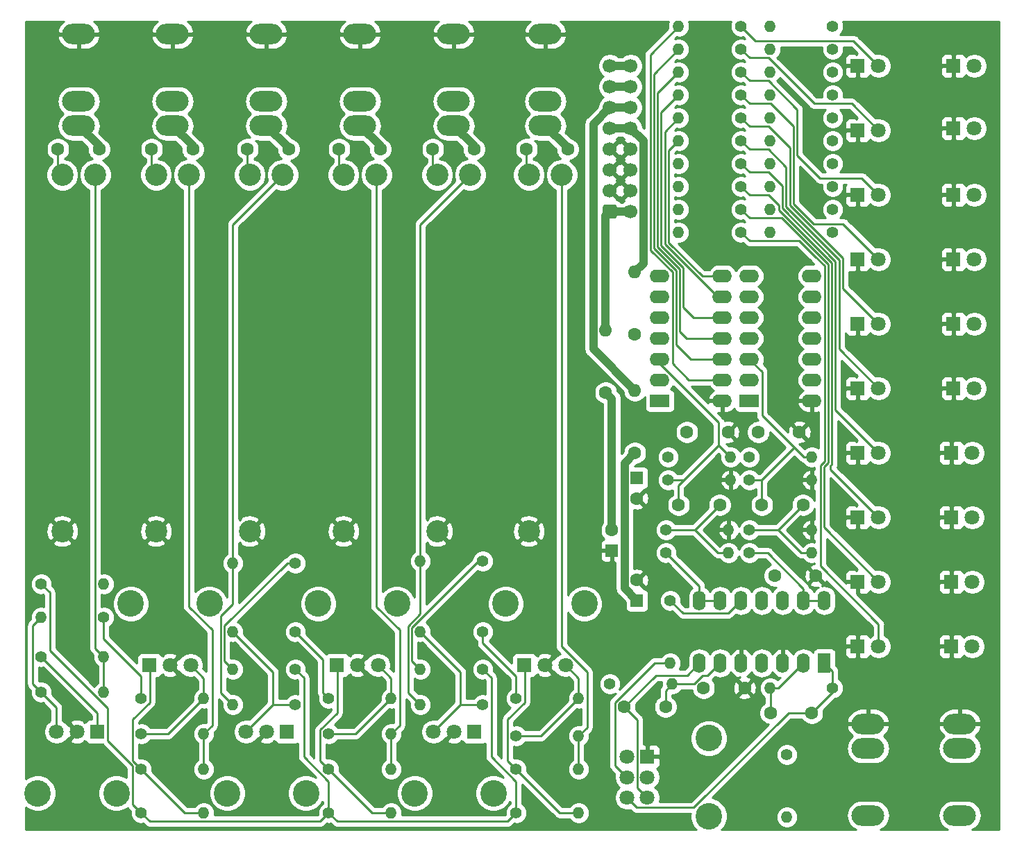
<source format=gbr>
%TF.GenerationSoftware,KiCad,Pcbnew,(5.1.10)-1*%
%TF.CreationDate,2022-02-04T18:45:48-05:00*%
%TF.ProjectId,Stereo_Mixer,53746572-656f-45f4-9d69-7865722e6b69,rev?*%
%TF.SameCoordinates,Original*%
%TF.FileFunction,Copper,L1,Top*%
%TF.FilePolarity,Positive*%
%FSLAX46Y46*%
G04 Gerber Fmt 4.6, Leading zero omitted, Abs format (unit mm)*
G04 Created by KiCad (PCBNEW (5.1.10)-1) date 2022-02-04 18:45:48*
%MOMM*%
%LPD*%
G01*
G04 APERTURE LIST*
%TA.AperFunction,ComponentPad*%
%ADD10C,1.600000*%
%TD*%
%TA.AperFunction,ComponentPad*%
%ADD11O,1.400000X1.400000*%
%TD*%
%TA.AperFunction,ComponentPad*%
%ADD12C,1.400000*%
%TD*%
%TA.AperFunction,ComponentPad*%
%ADD13R,1.600000X1.600000*%
%TD*%
%TA.AperFunction,ComponentPad*%
%ADD14R,1.800000X1.800000*%
%TD*%
%TA.AperFunction,ComponentPad*%
%ADD15C,1.800000*%
%TD*%
%TA.AperFunction,ComponentPad*%
%ADD16O,1.600000X1.600000*%
%TD*%
%TA.AperFunction,ComponentPad*%
%ADD17O,4.000000X2.500000*%
%TD*%
%TA.AperFunction,ComponentPad*%
%ADD18C,1.700000*%
%TD*%
%TA.AperFunction,ComponentPad*%
%ADD19C,3.240000*%
%TD*%
%TA.AperFunction,ComponentPad*%
%ADD20O,1.600000X2.400000*%
%TD*%
%TA.AperFunction,ComponentPad*%
%ADD21R,1.600000X2.400000*%
%TD*%
%TA.AperFunction,ComponentPad*%
%ADD22R,2.400000X1.600000*%
%TD*%
%TA.AperFunction,ComponentPad*%
%ADD23O,2.400000X1.600000*%
%TD*%
%TA.AperFunction,ComponentPad*%
%ADD24C,2.700000*%
%TD*%
%TA.AperFunction,Conductor*%
%ADD25C,1.000000*%
%TD*%
%TA.AperFunction,Conductor*%
%ADD26C,0.250000*%
%TD*%
%TA.AperFunction,Conductor*%
%ADD27C,0.254000*%
%TD*%
%TA.AperFunction,Conductor*%
%ADD28C,0.100000*%
%TD*%
G04 APERTURE END LIST*
D10*
%TO.P,C12,2*%
%TO.N,Net-(C12-Pad2)*%
X224964000Y-77470000D03*
%TO.P,C12,1*%
%TO.N,Net-(C12-Pad1)*%
X219964000Y-77470000D03*
%TD*%
D11*
%TO.P,R29,2*%
%TO.N,Net-(C12-Pad2)*%
X226060000Y-83312000D03*
D12*
%TO.P,R29,1*%
%TO.N,Net-(R29-Pad1)*%
X218440000Y-83312000D03*
%TD*%
%TO.P,R30,1*%
%TO.N,Net-(C12-Pad2)*%
X218440000Y-80518000D03*
D11*
%TO.P,R30,2*%
%TO.N,GND*%
X226060000Y-80518000D03*
%TD*%
%TO.P,R33,2*%
%TO.N,Net-(C12-Pad1)*%
X226060000Y-71628000D03*
D12*
%TO.P,R33,1*%
%TO.N,+5V*%
X218440000Y-71628000D03*
%TD*%
%TO.P,R34,1*%
%TO.N,Net-(C12-Pad1)*%
X218440000Y-74422000D03*
D11*
%TO.P,R34,2*%
%TO.N,GND*%
X226060000Y-74422000D03*
%TD*%
D10*
%TO.P,C1,2*%
%TO.N,Net-(C1-Pad2)*%
X139112000Y-34036000D03*
%TO.P,C1,1*%
%TO.N,Net-(C1-Pad1)*%
X134112000Y-34036000D03*
%TD*%
%TO.P,C2,2*%
%TO.N,Net-(C2-Pad2)*%
X150542000Y-34036000D03*
%TO.P,C2,1*%
%TO.N,Net-(C2-Pad1)*%
X145542000Y-34036000D03*
%TD*%
%TO.P,C3,2*%
%TO.N,Net-(C3-Pad2)*%
X162226000Y-34036000D03*
%TO.P,C3,1*%
%TO.N,Net-(C3-Pad1)*%
X157226000Y-34036000D03*
%TD*%
%TO.P,C4,1*%
%TO.N,Net-(C4-Pad1)*%
X168402000Y-34036000D03*
%TO.P,C4,2*%
%TO.N,Net-(C4-Pad2)*%
X173402000Y-34036000D03*
%TD*%
%TO.P,C5,1*%
%TO.N,Net-(C5-Pad1)*%
X179832000Y-34036000D03*
%TO.P,C5,2*%
%TO.N,Net-(C5-Pad2)*%
X184832000Y-34036000D03*
%TD*%
%TO.P,C6,2*%
%TO.N,Net-(C6-Pad2)*%
X196262000Y-34036000D03*
%TO.P,C6,1*%
%TO.N,Net-(C6-Pad1)*%
X191262000Y-34036000D03*
%TD*%
%TO.P,C7,2*%
%TO.N,Net-(C7-Pad2)*%
X221060000Y-102870000D03*
%TO.P,C7,1*%
%TO.N,Net-(C7-Pad1)*%
X226060000Y-102870000D03*
%TD*%
%TO.P,C8,1*%
%TO.N,Net-(C8-Pad1)*%
X203200000Y-102108000D03*
%TO.P,C8,2*%
%TO.N,Net-(C8-Pad2)*%
X208200000Y-102108000D03*
%TD*%
%TO.P,C9,2*%
%TO.N,GND*%
X204724000Y-76668000D03*
D13*
%TO.P,C9,1*%
%TO.N,Net-(C14-Pad1)*%
X204724000Y-74168000D03*
%TD*%
%TO.P,C10,1*%
%TO.N,+5V*%
X204724000Y-89154000D03*
D10*
%TO.P,C10,2*%
%TO.N,GND*%
X204724000Y-86654000D03*
%TD*%
D13*
%TO.P,C11,1*%
%TO.N,GND*%
X201676000Y-83058000D03*
D10*
%TO.P,C11,2*%
%TO.N,Net-(C11-Pad2)*%
X201676000Y-80558000D03*
%TD*%
%TO.P,C13,1*%
%TO.N,Net-(C13-Pad1)*%
X209804000Y-77470000D03*
%TO.P,C13,2*%
%TO.N,Net-(C13-Pad2)*%
X214804000Y-77470000D03*
%TD*%
%TO.P,C14,1*%
%TO.N,Net-(C14-Pad1)*%
X212852000Y-99822000D03*
%TO.P,C14,2*%
%TO.N,GND*%
X217852000Y-99822000D03*
%TD*%
%TO.P,C15,1*%
%TO.N,GND*%
X226568000Y-86106000D03*
%TO.P,C15,2*%
%TO.N,Net-(C11-Pad2)*%
X221568000Y-86106000D03*
%TD*%
%TO.P,C16,1*%
%TO.N,+5V*%
X219536000Y-68580000D03*
%TO.P,C16,2*%
%TO.N,GND*%
X224536000Y-68580000D03*
%TD*%
%TO.P,C17,2*%
%TO.N,GND*%
X215820000Y-68580000D03*
%TO.P,C17,1*%
%TO.N,+5V*%
X210820000Y-68580000D03*
%TD*%
D14*
%TO.P,D1,1*%
%TO.N,GND*%
X231648000Y-23876000D03*
D15*
%TO.P,D1,2*%
%TO.N,Net-(D1-Pad2)*%
X234188000Y-23876000D03*
%TD*%
D14*
%TO.P,D2,1*%
%TO.N,GND*%
X231648000Y-31750000D03*
D15*
%TO.P,D2,2*%
%TO.N,Net-(D2-Pad2)*%
X234188000Y-31750000D03*
%TD*%
D14*
%TO.P,D3,1*%
%TO.N,GND*%
X231648000Y-39624000D03*
D15*
%TO.P,D3,2*%
%TO.N,Net-(D3-Pad2)*%
X234188000Y-39624000D03*
%TD*%
%TO.P,D4,2*%
%TO.N,Net-(D4-Pad2)*%
X234188000Y-47498000D03*
D14*
%TO.P,D4,1*%
%TO.N,GND*%
X231648000Y-47498000D03*
%TD*%
D15*
%TO.P,D5,2*%
%TO.N,Net-(D5-Pad2)*%
X234188000Y-55372000D03*
D14*
%TO.P,D5,1*%
%TO.N,GND*%
X231648000Y-55372000D03*
%TD*%
D15*
%TO.P,D6,2*%
%TO.N,Net-(D6-Pad2)*%
X234188000Y-63246000D03*
D14*
%TO.P,D6,1*%
%TO.N,GND*%
X231648000Y-63246000D03*
%TD*%
%TO.P,D7,1*%
%TO.N,GND*%
X231648000Y-71120000D03*
D15*
%TO.P,D7,2*%
%TO.N,Net-(D7-Pad2)*%
X234188000Y-71120000D03*
%TD*%
%TO.P,D8,2*%
%TO.N,Net-(D8-Pad2)*%
X234188000Y-78994000D03*
D14*
%TO.P,D8,1*%
%TO.N,GND*%
X231648000Y-78994000D03*
%TD*%
%TO.P,D9,1*%
%TO.N,GND*%
X231648000Y-86868000D03*
D15*
%TO.P,D9,2*%
%TO.N,Net-(D9-Pad2)*%
X234188000Y-86868000D03*
%TD*%
%TO.P,D10,2*%
%TO.N,Net-(D10-Pad2)*%
X234188000Y-94742000D03*
D14*
%TO.P,D10,1*%
%TO.N,GND*%
X231648000Y-94742000D03*
%TD*%
%TO.P,D11,1*%
%TO.N,GND*%
X243332000Y-23876000D03*
D15*
%TO.P,D11,2*%
%TO.N,Net-(D11-Pad2)*%
X245872000Y-23876000D03*
%TD*%
%TO.P,D12,2*%
%TO.N,Net-(D12-Pad2)*%
X245872000Y-31496000D03*
D14*
%TO.P,D12,1*%
%TO.N,GND*%
X243332000Y-31496000D03*
%TD*%
%TO.P,D13,1*%
%TO.N,GND*%
X243332000Y-39624000D03*
D15*
%TO.P,D13,2*%
%TO.N,Net-(D13-Pad2)*%
X245872000Y-39624000D03*
%TD*%
%TO.P,D14,2*%
%TO.N,Net-(D14-Pad2)*%
X245872000Y-47498000D03*
D14*
%TO.P,D14,1*%
%TO.N,GND*%
X243332000Y-47498000D03*
%TD*%
%TO.P,D15,1*%
%TO.N,GND*%
X243332000Y-55372000D03*
D15*
%TO.P,D15,2*%
%TO.N,Net-(D15-Pad2)*%
X245872000Y-55372000D03*
%TD*%
%TO.P,D16,2*%
%TO.N,Net-(D16-Pad2)*%
X245872000Y-63246000D03*
D14*
%TO.P,D16,1*%
%TO.N,GND*%
X243332000Y-63246000D03*
%TD*%
%TO.P,D17,1*%
%TO.N,GND*%
X243078000Y-71120000D03*
D15*
%TO.P,D17,2*%
%TO.N,Net-(D17-Pad2)*%
X245618000Y-71120000D03*
%TD*%
%TO.P,D18,2*%
%TO.N,Net-(D18-Pad2)*%
X245618000Y-78994000D03*
D14*
%TO.P,D18,1*%
%TO.N,GND*%
X243078000Y-78994000D03*
%TD*%
%TO.P,D19,1*%
%TO.N,GND*%
X243078000Y-86868000D03*
D15*
%TO.P,D19,2*%
%TO.N,Net-(D19-Pad2)*%
X245618000Y-86868000D03*
%TD*%
%TO.P,D20,2*%
%TO.N,Net-(D20-Pad2)*%
X245618000Y-94742000D03*
D14*
%TO.P,D20,1*%
%TO.N,GND*%
X243078000Y-94742000D03*
%TD*%
D10*
%TO.P,FB1,1*%
%TO.N,+5V*%
X204470000Y-71120000D03*
D16*
%TO.P,FB1,2*%
%TO.N,Net-(FB1-Pad2)*%
X204470000Y-63500000D03*
%TD*%
%TO.P,FB2,2*%
%TO.N,Net-(FB2-Pad2)*%
X204470000Y-49022000D03*
D10*
%TO.P,FB2,1*%
%TO.N,Net-(C14-Pad1)*%
X204470000Y-56642000D03*
%TD*%
%TO.P,FB3,1*%
%TO.N,Net-(C11-Pad2)*%
X200914000Y-63754000D03*
D16*
%TO.P,FB3,2*%
%TO.N,Net-(FB3-Pad2)*%
X200914000Y-56134000D03*
%TD*%
D17*
%TO.P,J1,3*%
%TO.N,Left*%
X232918000Y-115388000D03*
%TO.P,J1,2*%
%TO.N,Net-(J1-Pad2)*%
X232918000Y-107188000D03*
%TO.P,J1,1*%
%TO.N,GND*%
X232918000Y-104188000D03*
%TD*%
%TO.P,J2,1*%
%TO.N,GND*%
X244094000Y-104188000D03*
%TO.P,J2,2*%
%TO.N,Net-(J2-Pad2)*%
X244094000Y-107188000D03*
%TO.P,J2,3*%
%TO.N,Right*%
X244094000Y-115388000D03*
%TD*%
%TO.P,J3,1*%
%TO.N,Net-(FB3-Pad2)*%
%TA.AperFunction,ComponentPad*%
G36*
G01*
X200572000Y-42256000D02*
X200572000Y-41056000D01*
G75*
G02*
X200822000Y-40806000I250000J0D01*
G01*
X202022000Y-40806000D01*
G75*
G02*
X202272000Y-41056000I0J-250000D01*
G01*
X202272000Y-42256000D01*
G75*
G02*
X202022000Y-42506000I-250000J0D01*
G01*
X200822000Y-42506000D01*
G75*
G02*
X200572000Y-42256000I0J250000D01*
G01*
G37*
%TD.AperFunction*%
D18*
%TO.P,J3,3*%
%TO.N,GND*%
X201422000Y-39116000D03*
%TO.P,J3,5*%
X201422000Y-36576000D03*
%TO.P,J3,7*%
X201422000Y-34036000D03*
%TO.P,J3,9*%
%TO.N,Net-(FB2-Pad2)*%
X201422000Y-31496000D03*
%TO.P,J3,11*%
%TO.N,Net-(FB1-Pad2)*%
X201422000Y-28956000D03*
%TO.P,J3,13*%
%TO.N,Net-(J3-Pad13)*%
X201422000Y-26416000D03*
%TO.P,J3,15*%
%TO.N,Net-(J3-Pad15)*%
X201422000Y-23876000D03*
%TO.P,J3,2*%
%TO.N,Net-(FB3-Pad2)*%
X203962000Y-41656000D03*
%TO.P,J3,4*%
%TO.N,GND*%
X203962000Y-39116000D03*
%TO.P,J3,6*%
X203962000Y-36576000D03*
%TO.P,J3,8*%
X203962000Y-34036000D03*
%TO.P,J3,10*%
%TO.N,Net-(FB2-Pad2)*%
X203962000Y-31496000D03*
%TO.P,J3,12*%
%TO.N,Net-(FB1-Pad2)*%
X203962000Y-28956000D03*
%TO.P,J3,14*%
%TO.N,Net-(J3-Pad13)*%
X203962000Y-26416000D03*
%TO.P,J3,16*%
%TO.N,Net-(J3-Pad15)*%
X203962000Y-23876000D03*
%TD*%
D12*
%TO.P,R1,1*%
%TO.N,Net-(R1-Pad1)*%
X132080000Y-96012000D03*
D11*
%TO.P,R1,2*%
%TO.N,Net-(R1-Pad2)*%
X139700000Y-96012000D03*
%TD*%
%TO.P,R2,2*%
%TO.N,Net-(R1-Pad2)*%
X139700000Y-100330000D03*
D12*
%TO.P,R2,1*%
%TO.N,Net-(R14-Pad2)*%
X132080000Y-100330000D03*
%TD*%
D11*
%TO.P,R3,2*%
%TO.N,Net-(R3-Pad2)*%
X151892000Y-109728000D03*
D12*
%TO.P,R3,1*%
%TO.N,Net-(R15-Pad2)*%
X144272000Y-109728000D03*
%TD*%
%TO.P,R4,1*%
%TO.N,Net-(R16-Pad2)*%
X144272000Y-105410000D03*
D11*
%TO.P,R4,2*%
%TO.N,Net-(R3-Pad2)*%
X151892000Y-105410000D03*
%TD*%
%TO.P,R5,2*%
%TO.N,Net-(R5-Pad2)*%
X155448000Y-84582000D03*
D12*
%TO.P,R5,1*%
%TO.N,Net-(R17-Pad2)*%
X163068000Y-84582000D03*
%TD*%
%TO.P,R6,1*%
%TO.N,Net-(R18-Pad2)*%
X163068000Y-101854000D03*
D11*
%TO.P,R6,2*%
%TO.N,Net-(R5-Pad2)*%
X155448000Y-101854000D03*
%TD*%
D12*
%TO.P,R7,1*%
%TO.N,Net-(R19-Pad2)*%
X167132000Y-109728000D03*
D11*
%TO.P,R7,2*%
%TO.N,Net-(R7-Pad2)*%
X174752000Y-109728000D03*
%TD*%
%TO.P,R8,2*%
%TO.N,Net-(R7-Pad2)*%
X174752000Y-105410000D03*
D12*
%TO.P,R8,1*%
%TO.N,Net-(R20-Pad2)*%
X167132000Y-105410000D03*
%TD*%
%TO.P,R9,1*%
%TO.N,Net-(R21-Pad2)*%
X185928000Y-84328000D03*
D11*
%TO.P,R9,2*%
%TO.N,Net-(R10-Pad2)*%
X178308000Y-84328000D03*
%TD*%
%TO.P,R10,2*%
%TO.N,Net-(R10-Pad2)*%
X178308000Y-101854000D03*
D12*
%TO.P,R10,1*%
%TO.N,Net-(R10-Pad1)*%
X185928000Y-101854000D03*
%TD*%
D11*
%TO.P,R11,2*%
%TO.N,Net-(R11-Pad2)*%
X197612000Y-109728000D03*
D12*
%TO.P,R11,1*%
%TO.N,Net-(R11-Pad1)*%
X189992000Y-109728000D03*
%TD*%
%TO.P,R12,1*%
%TO.N,Net-(R12-Pad1)*%
X189992000Y-105664000D03*
D11*
%TO.P,R12,2*%
%TO.N,Net-(R11-Pad2)*%
X197612000Y-105664000D03*
%TD*%
%TO.P,R13,2*%
%TO.N,Net-(R1-Pad1)*%
X139700000Y-87122000D03*
D12*
%TO.P,R13,1*%
%TO.N,Net-(C7-Pad2)*%
X132080000Y-87122000D03*
%TD*%
%TO.P,R14,1*%
%TO.N,Net-(C8-Pad2)*%
X139700000Y-91186000D03*
D11*
%TO.P,R14,2*%
%TO.N,Net-(R14-Pad2)*%
X132080000Y-91186000D03*
%TD*%
D12*
%TO.P,R15,1*%
%TO.N,Net-(C7-Pad2)*%
X144272000Y-115062000D03*
D11*
%TO.P,R15,2*%
%TO.N,Net-(R15-Pad2)*%
X151892000Y-115062000D03*
%TD*%
%TO.P,R16,2*%
%TO.N,Net-(R16-Pad2)*%
X151892000Y-101092000D03*
D12*
%TO.P,R16,1*%
%TO.N,Net-(C8-Pad2)*%
X144272000Y-101092000D03*
%TD*%
%TO.P,R17,1*%
%TO.N,Net-(C7-Pad2)*%
X163068000Y-97536000D03*
D11*
%TO.P,R17,2*%
%TO.N,Net-(R17-Pad2)*%
X155448000Y-97536000D03*
%TD*%
%TO.P,R18,2*%
%TO.N,Net-(R18-Pad2)*%
X155448000Y-92964000D03*
D12*
%TO.P,R18,1*%
%TO.N,Net-(C8-Pad2)*%
X163068000Y-92964000D03*
%TD*%
D11*
%TO.P,R19,2*%
%TO.N,Net-(R19-Pad2)*%
X174752000Y-115062000D03*
D12*
%TO.P,R19,1*%
%TO.N,Net-(C7-Pad2)*%
X167132000Y-115062000D03*
%TD*%
%TO.P,R20,1*%
%TO.N,Net-(C8-Pad2)*%
X167132000Y-101092000D03*
D11*
%TO.P,R20,2*%
%TO.N,Net-(R20-Pad2)*%
X174752000Y-101092000D03*
%TD*%
%TO.P,R21,2*%
%TO.N,Net-(R21-Pad2)*%
X178308000Y-97536000D03*
D12*
%TO.P,R21,1*%
%TO.N,Net-(C7-Pad2)*%
X185928000Y-97536000D03*
%TD*%
%TO.P,R22,1*%
%TO.N,Net-(C8-Pad2)*%
X185928000Y-92964000D03*
D11*
%TO.P,R22,2*%
%TO.N,Net-(R10-Pad1)*%
X178308000Y-92964000D03*
%TD*%
%TO.P,R23,2*%
%TO.N,Net-(R11-Pad1)*%
X197612000Y-115062000D03*
D12*
%TO.P,R23,1*%
%TO.N,Net-(C7-Pad2)*%
X189992000Y-115062000D03*
%TD*%
%TO.P,R24,1*%
%TO.N,Net-(C8-Pad2)*%
X189992000Y-101092000D03*
D11*
%TO.P,R24,2*%
%TO.N,Net-(R12-Pad1)*%
X197612000Y-101092000D03*
%TD*%
D12*
%TO.P,R25,1*%
%TO.N,Net-(C7-Pad1)*%
X228600000Y-99822000D03*
D11*
%TO.P,R25,2*%
%TO.N,Net-(C7-Pad2)*%
X220980000Y-99822000D03*
%TD*%
%TO.P,R26,2*%
%TO.N,Net-(C8-Pad2)*%
X209042000Y-99314000D03*
D12*
%TO.P,R26,1*%
%TO.N,Net-(C8-Pad1)*%
X201422000Y-99314000D03*
%TD*%
%TO.P,R27,1*%
%TO.N,Left*%
X208788000Y-89154000D03*
D11*
%TO.P,R27,2*%
%TO.N,Net-(R27-Pad2)*%
X208788000Y-96774000D03*
%TD*%
%TO.P,R28,2*%
%TO.N,Net-(R28-Pad2)*%
X223012000Y-115570000D03*
D12*
%TO.P,R28,1*%
%TO.N,Right*%
X223012000Y-107950000D03*
%TD*%
%TO.P,R31,1*%
%TO.N,Net-(R31-Pad1)*%
X208280000Y-83312000D03*
D11*
%TO.P,R31,2*%
%TO.N,Net-(C13-Pad2)*%
X215900000Y-83312000D03*
%TD*%
%TO.P,R32,2*%
%TO.N,GND*%
X215900000Y-80518000D03*
D12*
%TO.P,R32,1*%
%TO.N,Net-(C13-Pad2)*%
X208280000Y-80518000D03*
%TD*%
D11*
%TO.P,R35,2*%
%TO.N,Net-(C13-Pad1)*%
X216154000Y-71628000D03*
D12*
%TO.P,R35,1*%
%TO.N,+5V*%
X208534000Y-71628000D03*
%TD*%
%TO.P,R36,1*%
%TO.N,Net-(C13-Pad1)*%
X208534000Y-74422000D03*
D11*
%TO.P,R36,2*%
%TO.N,GND*%
X216154000Y-74422000D03*
%TD*%
%TO.P,R37,2*%
%TO.N,LED10_1*%
X209804000Y-19050000D03*
D12*
%TO.P,R37,1*%
%TO.N,Net-(D1-Pad2)*%
X217424000Y-19050000D03*
%TD*%
%TO.P,R38,1*%
%TO.N,Net-(D2-Pad2)*%
X217424000Y-21844000D03*
D11*
%TO.P,R38,2*%
%TO.N,LED9_1*%
X209804000Y-21844000D03*
%TD*%
%TO.P,R39,2*%
%TO.N,LED8_1*%
X209804000Y-24638000D03*
D12*
%TO.P,R39,1*%
%TO.N,Net-(D3-Pad2)*%
X217424000Y-24638000D03*
%TD*%
D11*
%TO.P,R40,2*%
%TO.N,LED7_1*%
X209804000Y-27432000D03*
D12*
%TO.P,R40,1*%
%TO.N,Net-(D4-Pad2)*%
X217424000Y-27432000D03*
%TD*%
%TO.P,R41,1*%
%TO.N,Net-(D5-Pad2)*%
X217424000Y-30226000D03*
D11*
%TO.P,R41,2*%
%TO.N,LED6_1*%
X209804000Y-30226000D03*
%TD*%
%TO.P,R42,2*%
%TO.N,LED5_1*%
X209804000Y-33020000D03*
D12*
%TO.P,R42,1*%
%TO.N,Net-(D6-Pad2)*%
X217424000Y-33020000D03*
%TD*%
%TO.P,R43,1*%
%TO.N,Net-(D7-Pad2)*%
X217424000Y-35814000D03*
D11*
%TO.P,R43,2*%
%TO.N,LED4_1*%
X209804000Y-35814000D03*
%TD*%
D12*
%TO.P,R44,1*%
%TO.N,Net-(D8-Pad2)*%
X217424000Y-38608000D03*
D11*
%TO.P,R44,2*%
%TO.N,LED3_1*%
X209804000Y-38608000D03*
%TD*%
D12*
%TO.P,R45,1*%
%TO.N,Net-(D9-Pad2)*%
X217424000Y-41402000D03*
D11*
%TO.P,R45,2*%
%TO.N,LED2_1*%
X209804000Y-41402000D03*
%TD*%
%TO.P,R46,2*%
%TO.N,LED1_1*%
X209804000Y-44196000D03*
D12*
%TO.P,R46,1*%
%TO.N,Net-(D10-Pad2)*%
X217424000Y-44196000D03*
%TD*%
%TO.P,R47,1*%
%TO.N,Net-(D11-Pad2)*%
X228600000Y-19050000D03*
D11*
%TO.P,R47,2*%
%TO.N,LED10_2*%
X220980000Y-19050000D03*
%TD*%
%TO.P,R48,2*%
%TO.N,LED9_2*%
X220980000Y-21844000D03*
D12*
%TO.P,R48,1*%
%TO.N,Net-(D12-Pad2)*%
X228600000Y-21844000D03*
%TD*%
%TO.P,R49,1*%
%TO.N,Net-(D13-Pad2)*%
X228600000Y-24638000D03*
D11*
%TO.P,R49,2*%
%TO.N,LED8_2*%
X220980000Y-24638000D03*
%TD*%
%TO.P,R50,2*%
%TO.N,LED7_2*%
X220980000Y-27432000D03*
D12*
%TO.P,R50,1*%
%TO.N,Net-(D14-Pad2)*%
X228600000Y-27432000D03*
%TD*%
%TO.P,R51,1*%
%TO.N,Net-(D15-Pad2)*%
X228600000Y-30226000D03*
D11*
%TO.P,R51,2*%
%TO.N,LED6_2*%
X220980000Y-30226000D03*
%TD*%
%TO.P,R52,2*%
%TO.N,LED5_2*%
X220980000Y-33020000D03*
D12*
%TO.P,R52,1*%
%TO.N,Net-(D16-Pad2)*%
X228600000Y-33020000D03*
%TD*%
%TO.P,R53,1*%
%TO.N,Net-(D17-Pad2)*%
X228600000Y-35814000D03*
D11*
%TO.P,R53,2*%
%TO.N,LED4_2*%
X220980000Y-35814000D03*
%TD*%
%TO.P,R54,2*%
%TO.N,LED3_2*%
X220980000Y-38608000D03*
D12*
%TO.P,R54,1*%
%TO.N,Net-(D18-Pad2)*%
X228600000Y-38608000D03*
%TD*%
%TO.P,R55,1*%
%TO.N,Net-(D19-Pad2)*%
X228600000Y-41402000D03*
D11*
%TO.P,R55,2*%
%TO.N,LED2_2*%
X220980000Y-41402000D03*
%TD*%
%TO.P,R56,2*%
%TO.N,LED1_2*%
X220980000Y-44196000D03*
D12*
%TO.P,R56,1*%
%TO.N,Net-(D20-Pad2)*%
X228600000Y-44196000D03*
%TD*%
D19*
%TO.P,RV7,*%
%TO.N,*%
X141238000Y-112656000D03*
X131638000Y-112656000D03*
D15*
%TO.P,RV7,3*%
%TO.N,Net-(R14-Pad2)*%
X133938000Y-105156000D03*
%TO.P,RV7,2*%
%TO.N,GND*%
X136438000Y-105156000D03*
D14*
%TO.P,RV7,1*%
%TO.N,Net-(R1-Pad1)*%
X138938000Y-105156000D03*
%TD*%
%TO.P,RV8,1*%
%TO.N,Net-(R15-Pad2)*%
X145288000Y-97028000D03*
D15*
%TO.P,RV8,2*%
%TO.N,GND*%
X147788000Y-97028000D03*
%TO.P,RV8,3*%
%TO.N,Net-(R16-Pad2)*%
X150288000Y-97028000D03*
D19*
%TO.P,RV8,*%
%TO.N,*%
X152588000Y-89528000D03*
X142988000Y-89528000D03*
%TD*%
%TO.P,RV9,*%
%TO.N,*%
X164352000Y-112656000D03*
X154752000Y-112656000D03*
D15*
%TO.P,RV9,3*%
%TO.N,Net-(R18-Pad2)*%
X157052000Y-105156000D03*
%TO.P,RV9,2*%
%TO.N,GND*%
X159552000Y-105156000D03*
D14*
%TO.P,RV9,1*%
%TO.N,Net-(R17-Pad2)*%
X162052000Y-105156000D03*
%TD*%
D19*
%TO.P,RV10,*%
%TO.N,*%
X165848000Y-89528000D03*
X175448000Y-89528000D03*
D15*
%TO.P,RV10,3*%
%TO.N,Net-(R20-Pad2)*%
X173148000Y-97028000D03*
%TO.P,RV10,2*%
%TO.N,GND*%
X170648000Y-97028000D03*
D14*
%TO.P,RV10,1*%
%TO.N,Net-(R19-Pad2)*%
X168148000Y-97028000D03*
%TD*%
D19*
%TO.P,RV11,*%
%TO.N,*%
X187212000Y-112656000D03*
X177612000Y-112656000D03*
D15*
%TO.P,RV11,3*%
%TO.N,Net-(R10-Pad1)*%
X179912000Y-105156000D03*
%TO.P,RV11,2*%
%TO.N,GND*%
X182412000Y-105156000D03*
D14*
%TO.P,RV11,1*%
%TO.N,Net-(R21-Pad2)*%
X184912000Y-105156000D03*
%TD*%
D19*
%TO.P,RV12,*%
%TO.N,*%
X188708000Y-89528000D03*
X198308000Y-89528000D03*
D15*
%TO.P,RV12,3*%
%TO.N,Net-(R12-Pad1)*%
X196008000Y-97028000D03*
%TO.P,RV12,2*%
%TO.N,GND*%
X193508000Y-97028000D03*
D14*
%TO.P,RV12,1*%
%TO.N,Net-(R11-Pad1)*%
X191008000Y-97028000D03*
%TD*%
D15*
%TO.P,RV13,4*%
%TO.N,GND*%
X203494000Y-108204000D03*
%TO.P,RV13,5*%
%TO.N,Net-(R27-Pad2)*%
X203494000Y-110704000D03*
%TO.P,RV13,6*%
%TO.N,Net-(C7-Pad1)*%
X203494000Y-113204000D03*
D19*
%TO.P,RV13,*%
%TO.N,*%
X213494000Y-105954000D03*
X213494000Y-115454000D03*
D15*
%TO.P,RV13,3*%
%TO.N,Net-(C8-Pad1)*%
X205994000Y-113204000D03*
%TO.P,RV13,2*%
%TO.N,Net-(R28-Pad2)*%
X205994000Y-110704000D03*
D14*
%TO.P,RV13,1*%
%TO.N,GND*%
X205994000Y-108204000D03*
%TD*%
D17*
%TO.P,U1,1*%
%TO.N,Net-(C1-Pad2)*%
X136652000Y-31194000D03*
%TO.P,U1,2*%
%TO.N,Net-(U1-Pad2)*%
X136652000Y-28194000D03*
%TO.P,U1,3*%
%TO.N,GND*%
X136652000Y-19994000D03*
%TD*%
%TO.P,U2,3*%
%TO.N,GND*%
X148082000Y-19994000D03*
%TO.P,U2,2*%
%TO.N,Net-(U2-Pad2)*%
X148082000Y-28194000D03*
%TO.P,U2,1*%
%TO.N,Net-(C2-Pad2)*%
X148082000Y-31194000D03*
%TD*%
%TO.P,U3,3*%
%TO.N,GND*%
X159512000Y-19994000D03*
%TO.P,U3,2*%
%TO.N,Net-(U3-Pad2)*%
X159512000Y-28194000D03*
%TO.P,U3,1*%
%TO.N,Net-(C3-Pad2)*%
X159512000Y-31194000D03*
%TD*%
%TO.P,U4,1*%
%TO.N,Net-(C4-Pad2)*%
X170942000Y-31194000D03*
%TO.P,U4,2*%
%TO.N,Net-(U4-Pad2)*%
X170942000Y-28194000D03*
%TO.P,U4,3*%
%TO.N,GND*%
X170942000Y-19994000D03*
%TD*%
%TO.P,U5,3*%
%TO.N,GND*%
X182372000Y-19994000D03*
%TO.P,U5,2*%
%TO.N,Net-(U5-Pad2)*%
X182372000Y-28194000D03*
%TO.P,U5,1*%
%TO.N,Net-(C5-Pad2)*%
X182372000Y-31194000D03*
%TD*%
%TO.P,U6,1*%
%TO.N,Net-(C6-Pad2)*%
X193548000Y-31194000D03*
%TO.P,U6,2*%
%TO.N,Net-(U6-Pad2)*%
X193548000Y-28194000D03*
%TO.P,U6,3*%
%TO.N,GND*%
X193548000Y-19994000D03*
%TD*%
D20*
%TO.P,U7,14*%
%TO.N,Net-(R29-Pad1)*%
X227584000Y-89154000D03*
%TO.P,U7,7*%
%TO.N,Net-(C8-Pad1)*%
X212344000Y-96774000D03*
%TO.P,U7,13*%
%TO.N,Net-(R29-Pad1)*%
X225044000Y-89154000D03*
%TO.P,U7,6*%
%TO.N,Net-(C8-Pad2)*%
X214884000Y-96774000D03*
%TO.P,U7,12*%
%TO.N,Right*%
X222504000Y-89154000D03*
%TO.P,U7,5*%
%TO.N,GND*%
X217424000Y-96774000D03*
%TO.P,U7,11*%
%TO.N,Net-(C11-Pad2)*%
X219964000Y-89154000D03*
%TO.P,U7,4*%
%TO.N,Net-(C14-Pad1)*%
X219964000Y-96774000D03*
%TO.P,U7,10*%
%TO.N,Left*%
X217424000Y-89154000D03*
%TO.P,U7,3*%
%TO.N,GND*%
X222504000Y-96774000D03*
%TO.P,U7,9*%
%TO.N,Net-(R31-Pad1)*%
X214884000Y-89154000D03*
%TO.P,U7,2*%
%TO.N,Net-(C7-Pad2)*%
X225044000Y-96774000D03*
%TO.P,U7,8*%
%TO.N,Net-(R31-Pad1)*%
X212344000Y-89154000D03*
D21*
%TO.P,U7,1*%
%TO.N,Net-(C7-Pad1)*%
X227584000Y-96774000D03*
%TD*%
D22*
%TO.P,U8,1*%
%TO.N,+5V*%
X218440000Y-64770000D03*
D23*
%TO.P,U8,8*%
%TO.N,LED5_2*%
X226060000Y-49530000D03*
%TO.P,U8,2*%
%TO.N,LED1_2*%
X218440000Y-62230000D03*
%TO.P,U8,9*%
%TO.N,LED6_2*%
X226060000Y-52070000D03*
%TO.P,U8,3*%
%TO.N,Net-(C12-Pad1)*%
X218440000Y-59690000D03*
%TO.P,U8,10*%
%TO.N,LED7_2*%
X226060000Y-54610000D03*
%TO.P,U8,4*%
%TO.N,Net-(U8-Pad4)*%
X218440000Y-57150000D03*
%TO.P,U8,11*%
%TO.N,LED8_2*%
X226060000Y-57150000D03*
%TO.P,U8,5*%
%TO.N,LED2_2*%
X218440000Y-54610000D03*
%TO.P,U8,12*%
%TO.N,LED9_2*%
X226060000Y-59690000D03*
%TO.P,U8,6*%
%TO.N,LED3_2*%
X218440000Y-52070000D03*
%TO.P,U8,13*%
%TO.N,LED10_2*%
X226060000Y-62230000D03*
%TO.P,U8,7*%
%TO.N,LED4_2*%
X218440000Y-49530000D03*
%TO.P,U8,14*%
%TO.N,GND*%
X226060000Y-64770000D03*
%TD*%
D22*
%TO.P,U9,1*%
%TO.N,+5V*%
X207518000Y-64770000D03*
D23*
%TO.P,U9,8*%
%TO.N,LED5_1*%
X215138000Y-49530000D03*
%TO.P,U9,2*%
%TO.N,LED1_1*%
X207518000Y-62230000D03*
%TO.P,U9,9*%
%TO.N,LED6_1*%
X215138000Y-52070000D03*
%TO.P,U9,3*%
%TO.N,Net-(C13-Pad1)*%
X207518000Y-59690000D03*
%TO.P,U9,10*%
%TO.N,LED7_1*%
X215138000Y-54610000D03*
%TO.P,U9,4*%
%TO.N,Net-(U9-Pad4)*%
X207518000Y-57150000D03*
%TO.P,U9,11*%
%TO.N,LED8_1*%
X215138000Y-57150000D03*
%TO.P,U9,5*%
%TO.N,LED2_1*%
X207518000Y-54610000D03*
%TO.P,U9,12*%
%TO.N,LED9_1*%
X215138000Y-59690000D03*
%TO.P,U9,6*%
%TO.N,LED3_1*%
X207518000Y-52070000D03*
%TO.P,U9,13*%
%TO.N,LED10_1*%
X215138000Y-62230000D03*
%TO.P,U9,7*%
%TO.N,LED4_1*%
X207518000Y-49530000D03*
%TO.P,U9,14*%
%TO.N,GND*%
X215138000Y-64770000D03*
%TD*%
D24*
%TO.P,RV1,3*%
%TO.N,GND*%
X134652000Y-80678000D03*
%TO.P,RV1,2*%
%TO.N,Net-(R1-Pad2)*%
X138652000Y-37178000D03*
%TO.P,RV1,1*%
%TO.N,Net-(C1-Pad1)*%
X134652000Y-37178000D03*
%TD*%
%TO.P,RV2,3*%
%TO.N,GND*%
X146082000Y-80678000D03*
%TO.P,RV2,2*%
%TO.N,Net-(R3-Pad2)*%
X150082000Y-37178000D03*
%TO.P,RV2,1*%
%TO.N,Net-(C2-Pad1)*%
X146082000Y-37178000D03*
%TD*%
%TO.P,RV3,3*%
%TO.N,GND*%
X157512000Y-80678000D03*
%TO.P,RV3,2*%
%TO.N,Net-(R5-Pad2)*%
X161512000Y-37178000D03*
%TO.P,RV3,1*%
%TO.N,Net-(C3-Pad1)*%
X157512000Y-37178000D03*
%TD*%
%TO.P,RV4,1*%
%TO.N,Net-(C4-Pad1)*%
X168942000Y-37178000D03*
%TO.P,RV4,2*%
%TO.N,Net-(R7-Pad2)*%
X172942000Y-37178000D03*
%TO.P,RV4,3*%
%TO.N,GND*%
X168942000Y-80678000D03*
%TD*%
%TO.P,RV5,1*%
%TO.N,Net-(C5-Pad1)*%
X180372000Y-37178000D03*
%TO.P,RV5,2*%
%TO.N,Net-(R10-Pad2)*%
X184372000Y-37178000D03*
%TO.P,RV5,3*%
%TO.N,GND*%
X180372000Y-80678000D03*
%TD*%
%TO.P,RV6,1*%
%TO.N,Net-(C6-Pad1)*%
X191548000Y-37178000D03*
%TO.P,RV6,2*%
%TO.N,Net-(R11-Pad2)*%
X195548000Y-37178000D03*
%TO.P,RV6,3*%
%TO.N,GND*%
X191548000Y-80678000D03*
%TD*%
D25*
%TO.N,Net-(C1-Pad2)*%
X139112000Y-33654000D02*
X136652000Y-31194000D01*
X139112000Y-34036000D02*
X139112000Y-33654000D01*
D26*
%TO.N,Net-(C1-Pad1)*%
X134112000Y-36638000D02*
X134652000Y-37178000D01*
X134112000Y-34036000D02*
X134112000Y-36638000D01*
D25*
%TO.N,Net-(C2-Pad2)*%
X150542000Y-33654000D02*
X148082000Y-31194000D01*
X150542000Y-34036000D02*
X150542000Y-33654000D01*
D26*
%TO.N,Net-(C2-Pad1)*%
X145542000Y-36638000D02*
X146082000Y-37178000D01*
X145542000Y-34036000D02*
X145542000Y-36638000D01*
D25*
%TO.N,Net-(C3-Pad2)*%
X162226000Y-33908000D02*
X159512000Y-31194000D01*
X162226000Y-34036000D02*
X162226000Y-33908000D01*
D26*
%TO.N,Net-(C3-Pad1)*%
X157226000Y-36892000D02*
X157512000Y-37178000D01*
X157226000Y-34036000D02*
X157226000Y-36892000D01*
%TO.N,Net-(C4-Pad1)*%
X168402000Y-36638000D02*
X168942000Y-37178000D01*
X168402000Y-34036000D02*
X168402000Y-36638000D01*
D25*
%TO.N,Net-(C4-Pad2)*%
X173402000Y-33654000D02*
X170942000Y-31194000D01*
X173402000Y-34036000D02*
X173402000Y-33654000D01*
D26*
%TO.N,Net-(C5-Pad1)*%
X179832000Y-36638000D02*
X180372000Y-37178000D01*
X179832000Y-34036000D02*
X179832000Y-36638000D01*
D25*
%TO.N,Net-(C5-Pad2)*%
X184832000Y-33654000D02*
X182372000Y-31194000D01*
X184832000Y-34036000D02*
X184832000Y-33654000D01*
%TO.N,Net-(C6-Pad2)*%
X196262000Y-33908000D02*
X193548000Y-31194000D01*
X196262000Y-34036000D02*
X196262000Y-33908000D01*
D26*
%TO.N,Net-(C6-Pad1)*%
X191262000Y-36892000D02*
X191548000Y-37178000D01*
X191262000Y-34036000D02*
X191262000Y-36892000D01*
%TO.N,Net-(C7-Pad2)*%
X133105001Y-88147001D02*
X132080000Y-87122000D01*
X140163001Y-102310003D02*
X133105001Y-95252003D01*
X140163001Y-106255411D02*
X140163001Y-102310003D01*
X143246999Y-109339409D02*
X140163001Y-106255411D01*
X133105001Y-95252003D02*
X133105001Y-88147001D01*
X143246999Y-114036999D02*
X143246999Y-109339409D01*
X144272000Y-115062000D02*
X143246999Y-114036999D01*
X145297001Y-116087001D02*
X144272000Y-115062000D01*
X166106999Y-116087001D02*
X145297001Y-116087001D01*
X167132000Y-115062000D02*
X166106999Y-116087001D01*
X164093001Y-98561001D02*
X163068000Y-97536000D01*
X164093001Y-108206003D02*
X164093001Y-98561001D01*
X167132000Y-111245002D02*
X164093001Y-108206003D01*
X167132000Y-115062000D02*
X167132000Y-111245002D01*
X168157001Y-116087001D02*
X167132000Y-115062000D01*
X188966999Y-116087001D02*
X168157001Y-116087001D01*
X189992000Y-115062000D02*
X188966999Y-116087001D01*
X186953001Y-98561001D02*
X185928000Y-97536000D01*
X186953001Y-108206003D02*
X186953001Y-98561001D01*
X189992000Y-111245002D02*
X186953001Y-108206003D01*
X189992000Y-115062000D02*
X189992000Y-111245002D01*
X221996000Y-99822000D02*
X225044000Y-96774000D01*
X220980000Y-99822000D02*
X221996000Y-99822000D01*
X221060000Y-99902000D02*
X220980000Y-99822000D01*
X221060000Y-102870000D02*
X221060000Y-99902000D01*
%TO.N,Net-(C7-Pad1)*%
X223199398Y-102870000D02*
X226060000Y-102870000D01*
X211640397Y-114429001D02*
X223199398Y-102870000D01*
X204719001Y-114429001D02*
X211640397Y-114429001D01*
X203494000Y-113204000D02*
X204719001Y-114429001D01*
X228600000Y-100330000D02*
X228600000Y-99822000D01*
X226060000Y-102870000D02*
X228600000Y-100330000D01*
X228600000Y-97790000D02*
X227584000Y-96774000D01*
X228600000Y-99822000D02*
X228600000Y-97790000D01*
%TO.N,Net-(C8-Pad1)*%
X210829001Y-98288999D02*
X212344000Y-96774000D01*
X207019001Y-98288999D02*
X210829001Y-98288999D01*
X203200000Y-102108000D02*
X207019001Y-98288999D01*
X204768999Y-111978999D02*
X205994000Y-113204000D01*
X204768999Y-103676999D02*
X204768999Y-111978999D01*
X203200000Y-102108000D02*
X204768999Y-103676999D01*
%TO.N,Net-(C8-Pad2)*%
X144272000Y-98397002D02*
X139700000Y-93825002D01*
X139700000Y-93825002D02*
X139700000Y-91186000D01*
X144272000Y-101092000D02*
X144272000Y-98397002D01*
X166432001Y-96328001D02*
X163068000Y-92964000D01*
X166432001Y-100392001D02*
X166432001Y-96328001D01*
X167132000Y-101092000D02*
X166432001Y-100392001D01*
X185928000Y-94333002D02*
X185928000Y-92964000D01*
X189992000Y-98397002D02*
X185928000Y-94333002D01*
X189992000Y-101092000D02*
X189992000Y-98397002D01*
X208200000Y-100156000D02*
X209042000Y-99314000D01*
X208200000Y-102108000D02*
X208200000Y-100156000D01*
X213358990Y-98299010D02*
X214884000Y-96774000D01*
X212741989Y-98299010D02*
X213358990Y-98299010D01*
X211726999Y-99314000D02*
X212741989Y-98299010D01*
X209042000Y-99314000D02*
X211726999Y-99314000D01*
D25*
%TO.N,Net-(C11-Pad2)*%
X201676000Y-64516000D02*
X200914000Y-63754000D01*
X201676000Y-80558000D02*
X201676000Y-64516000D01*
D26*
%TO.N,Net-(C12-Pad2)*%
X221916000Y-80518000D02*
X224964000Y-77470000D01*
X218440000Y-80518000D02*
X221916000Y-80518000D01*
X224710000Y-83312000D02*
X221916000Y-80518000D01*
X226060000Y-83312000D02*
X224710000Y-83312000D01*
%TO.N,Net-(C12-Pad1)*%
X219965010Y-61215010D02*
X218440000Y-59690000D01*
X219965010Y-66522959D02*
X219965010Y-61215010D01*
X226060000Y-71628000D02*
X225070051Y-71628000D01*
X219964000Y-74422000D02*
X223914025Y-70471975D01*
X218440000Y-74422000D02*
X219964000Y-74422000D01*
X223914025Y-70471975D02*
X219965010Y-66522959D01*
X225070051Y-71628000D02*
X223914025Y-70471975D01*
X219964000Y-77470000D02*
X219964000Y-74422000D01*
%TO.N,Net-(C13-Pad1)*%
X214694999Y-70168999D02*
X216154000Y-71628000D01*
X214694999Y-67415995D02*
X214694999Y-70168999D01*
X207518000Y-60238996D02*
X214694999Y-67415995D01*
X207518000Y-59690000D02*
X207518000Y-60238996D01*
X210441998Y-74422000D02*
X214694999Y-70168999D01*
X208534000Y-74422000D02*
X210441998Y-74422000D01*
X209804000Y-75059998D02*
X210441998Y-74422000D01*
X209804000Y-77470000D02*
X209804000Y-75059998D01*
%TO.N,Net-(C13-Pad2)*%
X211756000Y-80518000D02*
X214804000Y-77470000D01*
X208280000Y-80518000D02*
X211756000Y-80518000D01*
X214550000Y-83312000D02*
X211756000Y-80518000D01*
X215900000Y-83312000D02*
X214550000Y-83312000D01*
D25*
%TO.N,+5V*%
X203223999Y-87653999D02*
X204724000Y-89154000D01*
X203223999Y-72366001D02*
X203223999Y-87653999D01*
X204470000Y-71120000D02*
X203223999Y-72366001D01*
D26*
%TO.N,Net-(D1-Pad2)*%
X219192999Y-20818999D02*
X217424000Y-19050000D01*
X231130999Y-20818999D02*
X219192999Y-20818999D01*
X234188000Y-23876000D02*
X231130999Y-20818999D01*
%TO.N,Net-(D2-Pad2)*%
X218449001Y-22869001D02*
X217424000Y-21844000D01*
X226316003Y-28457001D02*
X220728003Y-22869001D01*
X220728003Y-22869001D02*
X218449001Y-22869001D01*
X230895001Y-28457001D02*
X226316003Y-28457001D01*
X234188000Y-31750000D02*
X230895001Y-28457001D01*
%TO.N,Net-(D3-Pad2)*%
X227066999Y-37582999D02*
X224255051Y-34771051D01*
X232146999Y-37582999D02*
X227066999Y-37582999D01*
X234188000Y-39624000D02*
X232146999Y-37582999D01*
X218449001Y-25663001D02*
X217424000Y-24638000D01*
X220728003Y-25663001D02*
X218449001Y-25663001D01*
X224255051Y-29190049D02*
X220728003Y-25663001D01*
X224255051Y-34771051D02*
X224255051Y-29190049D01*
%TO.N,Net-(D4-Pad2)*%
X229860999Y-43170999D02*
X226272463Y-43170999D01*
X234188000Y-47498000D02*
X229860999Y-43170999D01*
X226272463Y-43170999D02*
X223805041Y-40703577D01*
X218449001Y-28457001D02*
X217424000Y-27432000D01*
X220989001Y-28457001D02*
X218449001Y-28457001D01*
X223805041Y-31273041D02*
X220989001Y-28457001D01*
X223805041Y-40703577D02*
X223805041Y-31273041D01*
%TO.N,Net-(D5-Pad2)*%
X234188000Y-55372000D02*
X229835056Y-51019056D01*
X229835056Y-51019056D02*
X229835056Y-47370002D01*
X229835056Y-47370002D02*
X223355031Y-40889977D01*
X218449001Y-31251001D02*
X217424000Y-30226000D01*
X220728003Y-31251001D02*
X218449001Y-31251001D01*
X223355031Y-33878029D02*
X220728003Y-31251001D01*
X223355031Y-40889977D02*
X223355031Y-33878029D01*
%TO.N,Net-(D6-Pad2)*%
X234188000Y-63246000D02*
X229385048Y-58443048D01*
X229385048Y-58443048D02*
X229385047Y-47556403D01*
X229385047Y-47556403D02*
X222905021Y-41076377D01*
X218449001Y-34045001D02*
X217424000Y-33020000D01*
X220728003Y-34045001D02*
X218449001Y-34045001D01*
X222905021Y-36222019D02*
X220728003Y-34045001D01*
X222905021Y-41076377D02*
X222905021Y-36222019D01*
%TO.N,Net-(D7-Pad2)*%
X234188000Y-71120000D02*
X228935038Y-65867038D01*
X228935038Y-65867038D02*
X228935038Y-47742804D01*
X228935038Y-47742804D02*
X222455011Y-41262777D01*
X218449001Y-36839001D02*
X217424000Y-35814000D01*
X220728003Y-36839001D02*
X218449001Y-36839001D01*
X222455011Y-38566009D02*
X220728003Y-36839001D01*
X222455011Y-41262777D02*
X222455011Y-38566009D01*
%TO.N,Net-(D8-Pad2)*%
X220728003Y-39633001D02*
X218449001Y-39633001D01*
X222005001Y-41449177D02*
X222005001Y-40909999D01*
X228485029Y-47929205D02*
X222005001Y-41449177D01*
X228485030Y-72525792D02*
X228485029Y-47929205D01*
X228346000Y-72664822D02*
X228485030Y-72525792D01*
X218449001Y-39633001D02*
X217424000Y-38608000D01*
X228346000Y-73152000D02*
X228346000Y-72664822D01*
X222005001Y-40909999D02*
X220728003Y-39633001D01*
X234188000Y-78994000D02*
X228346000Y-73152000D01*
%TO.N,Net-(D9-Pad2)*%
X222346415Y-42427001D02*
X218449001Y-42427001D01*
X228035020Y-48115606D02*
X222346415Y-42427001D01*
X228035020Y-72339392D02*
X228035020Y-48115606D01*
X227535011Y-72839401D02*
X228035020Y-72339392D01*
X227535011Y-80215011D02*
X227535011Y-72839401D01*
X218449001Y-42427001D02*
X217424000Y-41402000D01*
X234188000Y-86868000D02*
X227535011Y-80215011D01*
%TO.N,Net-(D10-Pad2)*%
X218449001Y-45221001D02*
X217424000Y-44196000D01*
X224504005Y-45221001D02*
X218449001Y-45221001D01*
X227085001Y-84957999D02*
X227085001Y-72653001D01*
X234188000Y-92060998D02*
X227085001Y-84957999D01*
X234188000Y-94742000D02*
X234188000Y-92060998D01*
X226420502Y-47137498D02*
X224504005Y-45221001D01*
X227585010Y-72152992D02*
X227339001Y-72399001D01*
X227585010Y-48302006D02*
X227585010Y-72152992D01*
X226420502Y-47137498D02*
X227585010Y-48302006D01*
X227085001Y-72653001D02*
X227339001Y-72399001D01*
D25*
%TO.N,Net-(FB1-Pad2)*%
X203962000Y-28956000D02*
X201422000Y-28956000D01*
X199413999Y-30964001D02*
X201422000Y-28956000D01*
X199413999Y-58443999D02*
X199413999Y-30964001D01*
X204470000Y-63500000D02*
X199413999Y-58443999D01*
%TO.N,Net-(FB2-Pad2)*%
X203962000Y-31496000D02*
X201422000Y-31496000D01*
X205512001Y-33046001D02*
X203962000Y-31496000D01*
X205512001Y-47979999D02*
X205512001Y-33046001D01*
X204470000Y-49022000D02*
X205512001Y-47979999D01*
%TO.N,Net-(FB3-Pad2)*%
X203962000Y-41656000D02*
X201422000Y-41656000D01*
X200914000Y-42164000D02*
X201422000Y-41656000D01*
X200914000Y-56134000D02*
X200914000Y-42164000D01*
D26*
%TO.N,Left*%
X210313010Y-90679010D02*
X208788000Y-89154000D01*
X215898990Y-90679010D02*
X210313010Y-90679010D01*
X217424000Y-89154000D02*
X215898990Y-90679010D01*
D25*
%TO.N,Net-(J3-Pad13)*%
X203962000Y-26416000D02*
X201422000Y-26416000D01*
%TO.N,Net-(J3-Pad15)*%
X203962000Y-23876000D02*
X201422000Y-23876000D01*
D26*
%TO.N,Net-(R1-Pad1)*%
X138938000Y-102870000D02*
X132080000Y-96012000D01*
X138938000Y-105156000D02*
X138938000Y-102870000D01*
%TO.N,Net-(R1-Pad2)*%
X138652000Y-94964000D02*
X139700000Y-96012000D01*
X138652000Y-37178000D02*
X138652000Y-94964000D01*
X139700000Y-100330000D02*
X139700000Y-96012000D01*
%TO.N,Net-(R14-Pad2)*%
X131054999Y-92211001D02*
X132080000Y-91186000D01*
X131054999Y-99304999D02*
X131054999Y-92211001D01*
X132080000Y-100330000D02*
X131054999Y-99304999D01*
X133938000Y-102188000D02*
X132080000Y-100330000D01*
X133938000Y-105156000D02*
X133938000Y-102188000D01*
%TO.N,Net-(R3-Pad2)*%
X151892000Y-109728000D02*
X151892000Y-105410000D01*
X152917001Y-92735603D02*
X150082000Y-89900602D01*
X150082000Y-89900602D02*
X150082000Y-37178000D01*
X152917001Y-104384999D02*
X152917001Y-92735603D01*
X151892000Y-105410000D02*
X152917001Y-104384999D01*
%TO.N,Net-(R15-Pad2)*%
X145297001Y-97037001D02*
X145288000Y-97028000D01*
X145297001Y-101584001D02*
X145297001Y-97037001D01*
X143246999Y-103634003D02*
X145297001Y-101584001D01*
X143246999Y-108702999D02*
X143246999Y-103634003D01*
X144272000Y-109728000D02*
X143246999Y-108702999D01*
X149606000Y-115062000D02*
X144272000Y-109728000D01*
X151892000Y-115062000D02*
X149606000Y-115062000D01*
%TO.N,Net-(R16-Pad2)*%
X151892000Y-98632000D02*
X150288000Y-97028000D01*
X151892000Y-101092000D02*
X151892000Y-98632000D01*
X147574000Y-105410000D02*
X151892000Y-101092000D01*
X144272000Y-105410000D02*
X147574000Y-105410000D01*
%TO.N,Net-(R5-Pad2)*%
X155448000Y-43242000D02*
X161512000Y-37178000D01*
X155448000Y-84582000D02*
X155448000Y-43242000D01*
X155448000Y-101854000D02*
X153972989Y-100378989D01*
X155448000Y-89546602D02*
X155448000Y-84582000D01*
X153972989Y-91021613D02*
X155448000Y-89546602D01*
X153972989Y-100378989D02*
X153972989Y-91021613D01*
%TO.N,Net-(R17-Pad2)*%
X162078051Y-84582000D02*
X163068000Y-84582000D01*
X154422999Y-92237052D02*
X162078051Y-84582000D01*
X154422999Y-96510999D02*
X154422999Y-92237052D01*
X155448000Y-97536000D02*
X154422999Y-96510999D01*
%TO.N,Net-(R18-Pad2)*%
X160354000Y-101854000D02*
X163068000Y-101854000D01*
X157052000Y-105156000D02*
X160354000Y-101854000D01*
X160354000Y-97870000D02*
X160354000Y-101854000D01*
X155448000Y-92964000D02*
X160354000Y-97870000D01*
%TO.N,Net-(R19-Pad2)*%
X172466000Y-115062000D02*
X167132000Y-109728000D01*
X174752000Y-115062000D02*
X172466000Y-115062000D01*
X168157001Y-97037001D02*
X168148000Y-97028000D01*
X168157001Y-102867997D02*
X168157001Y-97037001D01*
X166106999Y-104917999D02*
X168157001Y-102867997D01*
X166106999Y-108702999D02*
X166106999Y-104917999D01*
X167132000Y-109728000D02*
X166106999Y-108702999D01*
%TO.N,Net-(R7-Pad2)*%
X174752000Y-109728000D02*
X174752000Y-105410000D01*
X175777001Y-92735603D02*
X172942000Y-89900602D01*
X172942000Y-89900602D02*
X172942000Y-37178000D01*
X175777001Y-104384999D02*
X175777001Y-92735603D01*
X174752000Y-105410000D02*
X175777001Y-104384999D01*
%TO.N,Net-(R20-Pad2)*%
X170434000Y-105410000D02*
X174752000Y-101092000D01*
X167132000Y-105410000D02*
X170434000Y-105410000D01*
X174752000Y-98632000D02*
X173148000Y-97028000D01*
X174752000Y-101092000D02*
X174752000Y-98632000D01*
%TO.N,Net-(R21-Pad2)*%
X177282999Y-96510999D02*
X177282999Y-92465001D01*
X178308000Y-97536000D02*
X177282999Y-96510999D01*
X185420000Y-84328000D02*
X185928000Y-84328000D01*
X177282999Y-92465001D02*
X185420000Y-84328000D01*
%TO.N,Net-(R10-Pad2)*%
X178308000Y-43242000D02*
X184372000Y-37178000D01*
X178308000Y-84328000D02*
X178308000Y-43242000D01*
X176832989Y-100378989D02*
X178308000Y-101854000D01*
X178308000Y-90803590D02*
X176832989Y-92278601D01*
X176832989Y-92278601D02*
X176832989Y-100378989D01*
X178308000Y-84328000D02*
X178308000Y-90803590D01*
%TO.N,Net-(R10-Pad1)*%
X183214000Y-101854000D02*
X185928000Y-101854000D01*
X179912000Y-105156000D02*
X183214000Y-101854000D01*
X183214000Y-97870000D02*
X178308000Y-92964000D01*
X183214000Y-101854000D02*
X183214000Y-97870000D01*
%TO.N,Net-(R11-Pad2)*%
X198637001Y-104638999D02*
X197612000Y-105664000D01*
X198637001Y-97843999D02*
X198637001Y-104638999D01*
X195548000Y-94754998D02*
X198637001Y-97843999D01*
X195548000Y-37178000D02*
X195548000Y-94754998D01*
X197612000Y-109728000D02*
X197612000Y-105664000D01*
%TO.N,Net-(R11-Pad1)*%
X191017001Y-97037001D02*
X191008000Y-97028000D01*
X191017001Y-101584001D02*
X191017001Y-97037001D01*
X188966999Y-103634003D02*
X191017001Y-101584001D01*
X188966999Y-108702999D02*
X188966999Y-103634003D01*
X189992000Y-109728000D02*
X188966999Y-108702999D01*
X195326000Y-115062000D02*
X189992000Y-109728000D01*
X197612000Y-115062000D02*
X195326000Y-115062000D01*
%TO.N,Net-(R12-Pad1)*%
X197612000Y-98632000D02*
X196008000Y-97028000D01*
X197612000Y-101092000D02*
X197612000Y-98632000D01*
X193040000Y-105664000D02*
X197612000Y-101092000D01*
X189992000Y-105664000D02*
X193040000Y-105664000D01*
%TO.N,Net-(R27-Pad2)*%
X202074999Y-109284999D02*
X203494000Y-110704000D01*
X202074999Y-101567999D02*
X202074999Y-109284999D01*
X206868998Y-96774000D02*
X202074999Y-101567999D01*
X208788000Y-96774000D02*
X206868998Y-96774000D01*
%TO.N,Net-(R29-Pad1)*%
X227584000Y-89154000D02*
X225044000Y-89154000D01*
X220652000Y-83312000D02*
X218440000Y-83312000D01*
X225044000Y-87704000D02*
X220652000Y-83312000D01*
X225044000Y-89154000D02*
X225044000Y-87704000D01*
%TO.N,Net-(R31-Pad1)*%
X212344000Y-87376000D02*
X208280000Y-83312000D01*
X212344000Y-89154000D02*
X212344000Y-87376000D01*
X212344000Y-89154000D02*
X214884000Y-89154000D01*
%TO.N,LED10_1*%
X215138000Y-62230000D02*
X211074000Y-62230000D01*
X211074000Y-62230000D02*
X209043010Y-60199010D01*
X209043010Y-49064006D02*
X206337011Y-46358007D01*
X209043010Y-60199010D02*
X209043010Y-49064006D01*
X206337011Y-22516989D02*
X209804000Y-19050000D01*
X206337011Y-46358007D02*
X206337011Y-22516989D01*
%TO.N,LED9_1*%
X215138000Y-59690000D02*
X211271020Y-59690000D01*
X211271020Y-59690000D02*
X209493020Y-57912000D01*
X209493020Y-57912000D02*
X209493019Y-48877605D01*
X209493019Y-48877605D02*
X206787021Y-46171607D01*
X206787021Y-24860979D02*
X209804000Y-21844000D01*
X206787021Y-46171607D02*
X206787021Y-24860979D01*
%TO.N,LED8_1*%
X207237031Y-27204969D02*
X209804000Y-24638000D01*
X207237031Y-45985207D02*
X207237031Y-27204969D01*
X209943028Y-56273028D02*
X209943028Y-48691204D01*
X210820000Y-57150000D02*
X209943028Y-56273028D01*
X209943028Y-48691204D02*
X207237031Y-45985207D01*
X215138000Y-57150000D02*
X210820000Y-57150000D01*
%TO.N,LED7_1*%
X215138000Y-54610000D02*
X211663038Y-54610000D01*
X211663038Y-54610000D02*
X210393038Y-53340000D01*
X210393037Y-48504803D02*
X207687041Y-45798807D01*
X210393038Y-53340000D02*
X210393037Y-48504803D01*
X207687041Y-29548959D02*
X209804000Y-27432000D01*
X207687041Y-45798807D02*
X207687041Y-29548959D01*
%TO.N,LED6_1*%
X215138000Y-52070000D02*
X214594644Y-52070000D01*
X214594644Y-52070000D02*
X208137051Y-45612407D01*
X208137051Y-31892949D02*
X209804000Y-30226000D01*
X208137051Y-45612407D02*
X208137051Y-31892949D01*
%TO.N,LED5_1*%
X215138000Y-49530000D02*
X212691054Y-49530000D01*
X212691054Y-49530000D02*
X208587061Y-45426007D01*
X208587061Y-34236939D02*
X209804000Y-33020000D01*
X208587061Y-45426007D02*
X208587061Y-34236939D01*
%TD*%
D27*
%TO.N,GND*%
X134749153Y-18497237D02*
X134479301Y-18750906D01*
X134264122Y-19052347D01*
X134111886Y-19389975D01*
X134064305Y-19574355D01*
X134180428Y-19867000D01*
X136525000Y-19867000D01*
X136525000Y-19847000D01*
X136779000Y-19847000D01*
X136779000Y-19867000D01*
X139123572Y-19867000D01*
X139239695Y-19574355D01*
X139192114Y-19389975D01*
X139039878Y-19052347D01*
X138824699Y-18750906D01*
X138554847Y-18497237D01*
X138463175Y-18440000D01*
X146270825Y-18440000D01*
X146179153Y-18497237D01*
X145909301Y-18750906D01*
X145694122Y-19052347D01*
X145541886Y-19389975D01*
X145494305Y-19574355D01*
X145610428Y-19867000D01*
X147955000Y-19867000D01*
X147955000Y-19847000D01*
X148209000Y-19847000D01*
X148209000Y-19867000D01*
X150553572Y-19867000D01*
X150669695Y-19574355D01*
X150622114Y-19389975D01*
X150469878Y-19052347D01*
X150254699Y-18750906D01*
X149984847Y-18497237D01*
X149893175Y-18440000D01*
X157700825Y-18440000D01*
X157609153Y-18497237D01*
X157339301Y-18750906D01*
X157124122Y-19052347D01*
X156971886Y-19389975D01*
X156924305Y-19574355D01*
X157040428Y-19867000D01*
X159385000Y-19867000D01*
X159385000Y-19847000D01*
X159639000Y-19847000D01*
X159639000Y-19867000D01*
X161983572Y-19867000D01*
X162099695Y-19574355D01*
X162052114Y-19389975D01*
X161899878Y-19052347D01*
X161684699Y-18750906D01*
X161414847Y-18497237D01*
X161323175Y-18440000D01*
X169130825Y-18440000D01*
X169039153Y-18497237D01*
X168769301Y-18750906D01*
X168554122Y-19052347D01*
X168401886Y-19389975D01*
X168354305Y-19574355D01*
X168470428Y-19867000D01*
X170815000Y-19867000D01*
X170815000Y-19847000D01*
X171069000Y-19847000D01*
X171069000Y-19867000D01*
X173413572Y-19867000D01*
X173529695Y-19574355D01*
X173482114Y-19389975D01*
X173329878Y-19052347D01*
X173114699Y-18750906D01*
X172844847Y-18497237D01*
X172753175Y-18440000D01*
X180560825Y-18440000D01*
X180469153Y-18497237D01*
X180199301Y-18750906D01*
X179984122Y-19052347D01*
X179831886Y-19389975D01*
X179784305Y-19574355D01*
X179900428Y-19867000D01*
X182245000Y-19867000D01*
X182245000Y-19847000D01*
X182499000Y-19847000D01*
X182499000Y-19867000D01*
X184843572Y-19867000D01*
X184959695Y-19574355D01*
X184912114Y-19389975D01*
X184759878Y-19052347D01*
X184544699Y-18750906D01*
X184274847Y-18497237D01*
X184183175Y-18440000D01*
X191736825Y-18440000D01*
X191645153Y-18497237D01*
X191375301Y-18750906D01*
X191160122Y-19052347D01*
X191007886Y-19389975D01*
X190960305Y-19574355D01*
X191076428Y-19867000D01*
X193421000Y-19867000D01*
X193421000Y-19847000D01*
X193675000Y-19847000D01*
X193675000Y-19867000D01*
X196019572Y-19867000D01*
X196135695Y-19574355D01*
X196088114Y-19389975D01*
X195935878Y-19052347D01*
X195720699Y-18750906D01*
X195450847Y-18497237D01*
X195359175Y-18440000D01*
X208611678Y-18440000D01*
X208520304Y-18660595D01*
X208469000Y-18918514D01*
X208469000Y-19181486D01*
X208490355Y-19288843D01*
X205826009Y-21953190D01*
X205797011Y-21976988D01*
X205773213Y-22005986D01*
X205773212Y-22005987D01*
X205702037Y-22092713D01*
X205631465Y-22224743D01*
X205628838Y-22233405D01*
X205588009Y-22368003D01*
X205580380Y-22445463D01*
X205573335Y-22516989D01*
X205577012Y-22554322D01*
X205577012Y-31505880D01*
X205447000Y-31375869D01*
X205447000Y-31349740D01*
X205389932Y-31062842D01*
X205277990Y-30792589D01*
X205115475Y-30549368D01*
X204908632Y-30342525D01*
X204734240Y-30226000D01*
X204908632Y-30109475D01*
X205115475Y-29902632D01*
X205277990Y-29659411D01*
X205389932Y-29389158D01*
X205447000Y-29102260D01*
X205447000Y-28809740D01*
X205389932Y-28522842D01*
X205277990Y-28252589D01*
X205115475Y-28009368D01*
X204908632Y-27802525D01*
X204734240Y-27686000D01*
X204908632Y-27569475D01*
X205115475Y-27362632D01*
X205277990Y-27119411D01*
X205389932Y-26849158D01*
X205447000Y-26562260D01*
X205447000Y-26269740D01*
X205389932Y-25982842D01*
X205277990Y-25712589D01*
X205115475Y-25469368D01*
X204908632Y-25262525D01*
X204734240Y-25146000D01*
X204908632Y-25029475D01*
X205115475Y-24822632D01*
X205277990Y-24579411D01*
X205389932Y-24309158D01*
X205447000Y-24022260D01*
X205447000Y-23729740D01*
X205389932Y-23442842D01*
X205277990Y-23172589D01*
X205115475Y-22929368D01*
X204908632Y-22722525D01*
X204665411Y-22560010D01*
X204395158Y-22448068D01*
X204108260Y-22391000D01*
X203815740Y-22391000D01*
X203528842Y-22448068D01*
X203258589Y-22560010D01*
X203015368Y-22722525D01*
X202996893Y-22741000D01*
X202387107Y-22741000D01*
X202368632Y-22722525D01*
X202125411Y-22560010D01*
X201855158Y-22448068D01*
X201568260Y-22391000D01*
X201275740Y-22391000D01*
X200988842Y-22448068D01*
X200718589Y-22560010D01*
X200475368Y-22722525D01*
X200268525Y-22929368D01*
X200106010Y-23172589D01*
X199994068Y-23442842D01*
X199937000Y-23729740D01*
X199937000Y-24022260D01*
X199994068Y-24309158D01*
X200106010Y-24579411D01*
X200268525Y-24822632D01*
X200475368Y-25029475D01*
X200649760Y-25146000D01*
X200475368Y-25262525D01*
X200268525Y-25469368D01*
X200106010Y-25712589D01*
X199994068Y-25982842D01*
X199937000Y-26269740D01*
X199937000Y-26562260D01*
X199994068Y-26849158D01*
X200106010Y-27119411D01*
X200268525Y-27362632D01*
X200475368Y-27569475D01*
X200649760Y-27686000D01*
X200475368Y-27802525D01*
X200268525Y-28009368D01*
X200106010Y-28252589D01*
X199994068Y-28522842D01*
X199937000Y-28809740D01*
X199937000Y-28835868D01*
X198650859Y-30122010D01*
X198607551Y-30157552D01*
X198465716Y-30330378D01*
X198429136Y-30398815D01*
X198360323Y-30527555D01*
X198295422Y-30741503D01*
X198273508Y-30964001D01*
X198279000Y-31019763D01*
X198278999Y-58388248D01*
X198273508Y-58443999D01*
X198278999Y-58499750D01*
X198295422Y-58666497D01*
X198360323Y-58880445D01*
X198465715Y-59077622D01*
X198607550Y-59250448D01*
X198650864Y-59285995D01*
X203042150Y-63677282D01*
X203090147Y-63918574D01*
X203198320Y-64179727D01*
X203355363Y-64414759D01*
X203555241Y-64614637D01*
X203790273Y-64771680D01*
X204051426Y-64879853D01*
X204328665Y-64935000D01*
X204611335Y-64935000D01*
X204888574Y-64879853D01*
X205149727Y-64771680D01*
X205384759Y-64614637D01*
X205584637Y-64414759D01*
X205679928Y-64272146D01*
X205679928Y-65570000D01*
X205692188Y-65694482D01*
X205728498Y-65814180D01*
X205787463Y-65924494D01*
X205866815Y-66021185D01*
X205963506Y-66100537D01*
X206073820Y-66159502D01*
X206193518Y-66195812D01*
X206318000Y-66208072D01*
X208718000Y-66208072D01*
X208842482Y-66195812D01*
X208962180Y-66159502D01*
X209072494Y-66100537D01*
X209169185Y-66021185D01*
X209248537Y-65924494D01*
X209307502Y-65814180D01*
X209343812Y-65694482D01*
X209356072Y-65570000D01*
X209356072Y-63970000D01*
X209343812Y-63845518D01*
X209307502Y-63725820D01*
X209248537Y-63615506D01*
X209169185Y-63518815D01*
X209072494Y-63439463D01*
X208962180Y-63380498D01*
X208842482Y-63344188D01*
X208824518Y-63342419D01*
X208937608Y-63249608D01*
X209116932Y-63031101D01*
X209158164Y-62953961D01*
X213934999Y-67730797D01*
X213935000Y-69854196D01*
X210127197Y-73662000D01*
X209631775Y-73662000D01*
X209570962Y-73570987D01*
X209385013Y-73385038D01*
X209166359Y-73238939D01*
X208923405Y-73138304D01*
X208665486Y-73087000D01*
X208402514Y-73087000D01*
X208144595Y-73138304D01*
X207901641Y-73238939D01*
X207682987Y-73385038D01*
X207497038Y-73570987D01*
X207350939Y-73789641D01*
X207250304Y-74032595D01*
X207199000Y-74290514D01*
X207199000Y-74553486D01*
X207250304Y-74811405D01*
X207350939Y-75054359D01*
X207497038Y-75273013D01*
X207682987Y-75458962D01*
X207901641Y-75605061D01*
X208144595Y-75705696D01*
X208402514Y-75757000D01*
X208665486Y-75757000D01*
X208923405Y-75705696D01*
X209044001Y-75655744D01*
X209044001Y-76251956D01*
X208889241Y-76355363D01*
X208689363Y-76555241D01*
X208532320Y-76790273D01*
X208424147Y-77051426D01*
X208369000Y-77328665D01*
X208369000Y-77611335D01*
X208424147Y-77888574D01*
X208532320Y-78149727D01*
X208689363Y-78384759D01*
X208889241Y-78584637D01*
X209124273Y-78741680D01*
X209385426Y-78849853D01*
X209662665Y-78905000D01*
X209945335Y-78905000D01*
X210222574Y-78849853D01*
X210483727Y-78741680D01*
X210718759Y-78584637D01*
X210918637Y-78384759D01*
X211075680Y-78149727D01*
X211183853Y-77888574D01*
X211239000Y-77611335D01*
X211239000Y-77328665D01*
X211183853Y-77051426D01*
X211075680Y-76790273D01*
X210918637Y-76555241D01*
X210718759Y-76355363D01*
X210564000Y-76251957D01*
X210564000Y-75374800D01*
X210953006Y-74985795D01*
X210981999Y-74962001D01*
X211005793Y-74933008D01*
X211005797Y-74933004D01*
X211005806Y-74932993D01*
X211183470Y-74755329D01*
X214861284Y-74755329D01*
X214893953Y-74863044D01*
X215004208Y-75100392D01*
X215158649Y-75311670D01*
X215351340Y-75488759D01*
X215574877Y-75624853D01*
X215820670Y-75714722D01*
X216027000Y-75592201D01*
X216027000Y-74549000D01*
X214984626Y-74549000D01*
X214861284Y-74755329D01*
X211183470Y-74755329D01*
X211850128Y-74088671D01*
X214861284Y-74088671D01*
X214984626Y-74295000D01*
X216027000Y-74295000D01*
X216027000Y-73251799D01*
X215820670Y-73129278D01*
X215574877Y-73219147D01*
X215351340Y-73355241D01*
X215158649Y-73532330D01*
X215004208Y-73743608D01*
X214893953Y-73980956D01*
X214861284Y-74088671D01*
X211850128Y-74088671D01*
X214694999Y-71243801D01*
X214840355Y-71389157D01*
X214819000Y-71496514D01*
X214819000Y-71759486D01*
X214870304Y-72017405D01*
X214970939Y-72260359D01*
X215117038Y-72479013D01*
X215302987Y-72664962D01*
X215521641Y-72811061D01*
X215764595Y-72911696D01*
X216022514Y-72963000D01*
X216285486Y-72963000D01*
X216543405Y-72911696D01*
X216786359Y-72811061D01*
X217005013Y-72664962D01*
X217190962Y-72479013D01*
X217297000Y-72320315D01*
X217403038Y-72479013D01*
X217588987Y-72664962D01*
X217807641Y-72811061D01*
X218050595Y-72911696D01*
X218308514Y-72963000D01*
X218571486Y-72963000D01*
X218829405Y-72911696D01*
X219072359Y-72811061D01*
X219291013Y-72664962D01*
X219476962Y-72479013D01*
X219623061Y-72260359D01*
X219723696Y-72017405D01*
X219775000Y-71759486D01*
X219775000Y-71496514D01*
X219723696Y-71238595D01*
X219623061Y-70995641D01*
X219476962Y-70776987D01*
X219291013Y-70591038D01*
X219072359Y-70444939D01*
X218829405Y-70344304D01*
X218571486Y-70293000D01*
X218308514Y-70293000D01*
X218050595Y-70344304D01*
X217807641Y-70444939D01*
X217588987Y-70591038D01*
X217403038Y-70776987D01*
X217297000Y-70935685D01*
X217190962Y-70776987D01*
X217005013Y-70591038D01*
X216786359Y-70444939D01*
X216543405Y-70344304D01*
X216285486Y-70293000D01*
X216022514Y-70293000D01*
X215915157Y-70314355D01*
X215606739Y-70005938D01*
X215608184Y-70006300D01*
X215890512Y-70020217D01*
X216170130Y-69978787D01*
X216436292Y-69883603D01*
X216561514Y-69816671D01*
X216633097Y-69572702D01*
X215820000Y-68759605D01*
X215805858Y-68773748D01*
X215626253Y-68594143D01*
X215640395Y-68580000D01*
X215999605Y-68580000D01*
X216812702Y-69393097D01*
X217056671Y-69321514D01*
X217177571Y-69066004D01*
X217246300Y-68791816D01*
X217260217Y-68509488D01*
X217218787Y-68229870D01*
X217123603Y-67963708D01*
X217056671Y-67838486D01*
X216812702Y-67766903D01*
X215999605Y-68580000D01*
X215640395Y-68580000D01*
X215626253Y-68565858D01*
X215805858Y-68386253D01*
X215820000Y-68400395D01*
X216633097Y-67587298D01*
X216561514Y-67343329D01*
X216306004Y-67222429D01*
X216031816Y-67153700D01*
X215749488Y-67139783D01*
X215469870Y-67181213D01*
X215423055Y-67197955D01*
X215400545Y-67123748D01*
X215329973Y-66991719D01*
X215235000Y-66875994D01*
X215206003Y-66852197D01*
X214546671Y-66192865D01*
X214611000Y-66205000D01*
X215011000Y-66205000D01*
X215011000Y-64897000D01*
X213468085Y-64897000D01*
X213391040Y-65037234D01*
X211343805Y-62990000D01*
X213517099Y-62990000D01*
X213539068Y-63031101D01*
X213718392Y-63249608D01*
X213936899Y-63428932D01*
X214064741Y-63497265D01*
X213835161Y-63647399D01*
X213633500Y-63845105D01*
X213474285Y-64078354D01*
X213363633Y-64338182D01*
X213346096Y-64420961D01*
X213468085Y-64643000D01*
X215011000Y-64643000D01*
X215011000Y-64623000D01*
X215265000Y-64623000D01*
X215265000Y-64643000D01*
X215285000Y-64643000D01*
X215285000Y-64897000D01*
X215265000Y-64897000D01*
X215265000Y-66205000D01*
X215665000Y-66205000D01*
X215942514Y-66152650D01*
X216204483Y-66047166D01*
X216440839Y-65892601D01*
X216620774Y-65716194D01*
X216650498Y-65814180D01*
X216709463Y-65924494D01*
X216788815Y-66021185D01*
X216885506Y-66100537D01*
X216995820Y-66159502D01*
X217115518Y-66195812D01*
X217240000Y-66208072D01*
X219205010Y-66208072D01*
X219205010Y-66485636D01*
X219201334Y-66522959D01*
X219205010Y-66560281D01*
X219205010Y-66560291D01*
X219216007Y-66671944D01*
X219249095Y-66781021D01*
X219259464Y-66815205D01*
X219330036Y-66947235D01*
X219366544Y-66991720D01*
X219425009Y-67062960D01*
X219454013Y-67086763D01*
X219512250Y-67145000D01*
X219394665Y-67145000D01*
X219117426Y-67200147D01*
X218856273Y-67308320D01*
X218621241Y-67465363D01*
X218421363Y-67665241D01*
X218264320Y-67900273D01*
X218156147Y-68161426D01*
X218101000Y-68438665D01*
X218101000Y-68721335D01*
X218156147Y-68998574D01*
X218264320Y-69259727D01*
X218421363Y-69494759D01*
X218621241Y-69694637D01*
X218856273Y-69851680D01*
X219117426Y-69959853D01*
X219394665Y-70015000D01*
X219677335Y-70015000D01*
X219954574Y-69959853D01*
X220215727Y-69851680D01*
X220450759Y-69694637D01*
X220650637Y-69494759D01*
X220807680Y-69259727D01*
X220915853Y-68998574D01*
X220971000Y-68721335D01*
X220971000Y-68603751D01*
X222839223Y-70471975D01*
X219649199Y-73662000D01*
X219537775Y-73662000D01*
X219476962Y-73570987D01*
X219291013Y-73385038D01*
X219072359Y-73238939D01*
X218829405Y-73138304D01*
X218571486Y-73087000D01*
X218308514Y-73087000D01*
X218050595Y-73138304D01*
X217807641Y-73238939D01*
X217588987Y-73385038D01*
X217403038Y-73570987D01*
X217295383Y-73732105D01*
X217149351Y-73532330D01*
X216956660Y-73355241D01*
X216733123Y-73219147D01*
X216487330Y-73129278D01*
X216281000Y-73251799D01*
X216281000Y-74295000D01*
X216301000Y-74295000D01*
X216301000Y-74549000D01*
X216281000Y-74549000D01*
X216281000Y-75592201D01*
X216487330Y-75714722D01*
X216733123Y-75624853D01*
X216956660Y-75488759D01*
X217149351Y-75311670D01*
X217295383Y-75111895D01*
X217403038Y-75273013D01*
X217588987Y-75458962D01*
X217807641Y-75605061D01*
X218050595Y-75705696D01*
X218308514Y-75757000D01*
X218571486Y-75757000D01*
X218829405Y-75705696D01*
X219072359Y-75605061D01*
X219204001Y-75517101D01*
X219204000Y-76251956D01*
X219049241Y-76355363D01*
X218849363Y-76555241D01*
X218692320Y-76790273D01*
X218584147Y-77051426D01*
X218529000Y-77328665D01*
X218529000Y-77611335D01*
X218584147Y-77888574D01*
X218692320Y-78149727D01*
X218849363Y-78384759D01*
X219049241Y-78584637D01*
X219284273Y-78741680D01*
X219545426Y-78849853D01*
X219822665Y-78905000D01*
X220105335Y-78905000D01*
X220382574Y-78849853D01*
X220643727Y-78741680D01*
X220878759Y-78584637D01*
X221078637Y-78384759D01*
X221235680Y-78149727D01*
X221343853Y-77888574D01*
X221399000Y-77611335D01*
X221399000Y-77328665D01*
X221343853Y-77051426D01*
X221235680Y-76790273D01*
X221078637Y-76555241D01*
X220878759Y-76355363D01*
X220724000Y-76251957D01*
X220724000Y-74755329D01*
X224767284Y-74755329D01*
X224799953Y-74863044D01*
X224910208Y-75100392D01*
X225064649Y-75311670D01*
X225257340Y-75488759D01*
X225480877Y-75624853D01*
X225726670Y-75714722D01*
X225933000Y-75592201D01*
X225933000Y-74549000D01*
X224890626Y-74549000D01*
X224767284Y-74755329D01*
X220724000Y-74755329D01*
X220724000Y-74736801D01*
X221372130Y-74088671D01*
X224767284Y-74088671D01*
X224890626Y-74295000D01*
X225933000Y-74295000D01*
X225933000Y-73251799D01*
X225726670Y-73129278D01*
X225480877Y-73219147D01*
X225257340Y-73355241D01*
X225064649Y-73532330D01*
X224910208Y-73743608D01*
X224799953Y-73980956D01*
X224767284Y-74088671D01*
X221372130Y-74088671D01*
X223914025Y-71546776D01*
X224506252Y-72139003D01*
X224530050Y-72168001D01*
X224645775Y-72262974D01*
X224777804Y-72333546D01*
X224921065Y-72377003D01*
X224957260Y-72380568D01*
X225023038Y-72479013D01*
X225208987Y-72664962D01*
X225427641Y-72811061D01*
X225670595Y-72911696D01*
X225928514Y-72963000D01*
X226191486Y-72963000D01*
X226325002Y-72936442D01*
X226325002Y-73169852D01*
X226187000Y-73251799D01*
X226187000Y-74295000D01*
X226207000Y-74295000D01*
X226207000Y-74549000D01*
X226187000Y-74549000D01*
X226187000Y-75592201D01*
X226325002Y-75674148D01*
X226325002Y-77005915D01*
X226235680Y-76790273D01*
X226078637Y-76555241D01*
X225878759Y-76355363D01*
X225643727Y-76198320D01*
X225382574Y-76090147D01*
X225105335Y-76035000D01*
X224822665Y-76035000D01*
X224545426Y-76090147D01*
X224284273Y-76198320D01*
X224049241Y-76355363D01*
X223849363Y-76555241D01*
X223692320Y-76790273D01*
X223584147Y-77051426D01*
X223529000Y-77328665D01*
X223529000Y-77611335D01*
X223565312Y-77793886D01*
X221601199Y-79758000D01*
X219537775Y-79758000D01*
X219476962Y-79666987D01*
X219291013Y-79481038D01*
X219072359Y-79334939D01*
X218829405Y-79234304D01*
X218571486Y-79183000D01*
X218308514Y-79183000D01*
X218050595Y-79234304D01*
X217807641Y-79334939D01*
X217588987Y-79481038D01*
X217403038Y-79666987D01*
X217256939Y-79885641D01*
X217167506Y-80101550D01*
X217160047Y-80076956D01*
X217049792Y-79839608D01*
X216895351Y-79628330D01*
X216702660Y-79451241D01*
X216479123Y-79315147D01*
X216233330Y-79225278D01*
X216027000Y-79347799D01*
X216027000Y-80391000D01*
X216047000Y-80391000D01*
X216047000Y-80645000D01*
X216027000Y-80645000D01*
X216027000Y-81688201D01*
X216233330Y-81810722D01*
X216479123Y-81720853D01*
X216702660Y-81584759D01*
X216895351Y-81407670D01*
X217049792Y-81196392D01*
X217160047Y-80959044D01*
X217167506Y-80934450D01*
X217256939Y-81150359D01*
X217403038Y-81369013D01*
X217588987Y-81554962D01*
X217807641Y-81701061D01*
X218050595Y-81801696D01*
X218308514Y-81853000D01*
X218571486Y-81853000D01*
X218829405Y-81801696D01*
X219072359Y-81701061D01*
X219291013Y-81554962D01*
X219476962Y-81369013D01*
X219537775Y-81278000D01*
X221601199Y-81278000D01*
X224146200Y-83823002D01*
X224169999Y-83852001D01*
X224285724Y-83946974D01*
X224417753Y-84017546D01*
X224561014Y-84061003D01*
X224672667Y-84072000D01*
X224672675Y-84072000D01*
X224710000Y-84075676D01*
X224747325Y-84072000D01*
X224962225Y-84072000D01*
X225023038Y-84163013D01*
X225208987Y-84348962D01*
X225427641Y-84495061D01*
X225670595Y-84595696D01*
X225928514Y-84647000D01*
X226191486Y-84647000D01*
X226325001Y-84620442D01*
X226325001Y-84691340D01*
X226217870Y-84707213D01*
X225951708Y-84802397D01*
X225826486Y-84869329D01*
X225754903Y-85113298D01*
X226568000Y-85926395D01*
X226582143Y-85912253D01*
X226761748Y-86091858D01*
X226747605Y-86106000D01*
X227560702Y-86919097D01*
X227804671Y-86847514D01*
X227835198Y-86782998D01*
X233428001Y-92375801D01*
X233428000Y-93403687D01*
X233209495Y-93549688D01*
X233143056Y-93616127D01*
X233137502Y-93597820D01*
X233078537Y-93487506D01*
X232999185Y-93390815D01*
X232902494Y-93311463D01*
X232792180Y-93252498D01*
X232672482Y-93216188D01*
X232548000Y-93203928D01*
X231933750Y-93207000D01*
X231775000Y-93365750D01*
X231775000Y-94615000D01*
X231795000Y-94615000D01*
X231795000Y-94869000D01*
X231775000Y-94869000D01*
X231775000Y-96118250D01*
X231933750Y-96277000D01*
X232548000Y-96280072D01*
X232672482Y-96267812D01*
X232792180Y-96231502D01*
X232902494Y-96172537D01*
X232999185Y-96093185D01*
X233078537Y-95996494D01*
X233137502Y-95886180D01*
X233143056Y-95867873D01*
X233209495Y-95934312D01*
X233460905Y-96102299D01*
X233740257Y-96218011D01*
X234036816Y-96277000D01*
X234339184Y-96277000D01*
X234635743Y-96218011D01*
X234915095Y-96102299D01*
X235166505Y-95934312D01*
X235380312Y-95720505D01*
X235432767Y-95642000D01*
X241539928Y-95642000D01*
X241552188Y-95766482D01*
X241588498Y-95886180D01*
X241647463Y-95996494D01*
X241726815Y-96093185D01*
X241823506Y-96172537D01*
X241933820Y-96231502D01*
X242053518Y-96267812D01*
X242178000Y-96280072D01*
X242792250Y-96277000D01*
X242951000Y-96118250D01*
X242951000Y-94869000D01*
X241701750Y-94869000D01*
X241543000Y-95027750D01*
X241539928Y-95642000D01*
X235432767Y-95642000D01*
X235548299Y-95469095D01*
X235664011Y-95189743D01*
X235723000Y-94893184D01*
X235723000Y-94590816D01*
X235664011Y-94294257D01*
X235548299Y-94014905D01*
X235432768Y-93842000D01*
X241539928Y-93842000D01*
X241543000Y-94456250D01*
X241701750Y-94615000D01*
X242951000Y-94615000D01*
X242951000Y-93365750D01*
X243205000Y-93365750D01*
X243205000Y-94615000D01*
X243225000Y-94615000D01*
X243225000Y-94869000D01*
X243205000Y-94869000D01*
X243205000Y-96118250D01*
X243363750Y-96277000D01*
X243978000Y-96280072D01*
X244102482Y-96267812D01*
X244222180Y-96231502D01*
X244332494Y-96172537D01*
X244429185Y-96093185D01*
X244508537Y-95996494D01*
X244567502Y-95886180D01*
X244573056Y-95867873D01*
X244639495Y-95934312D01*
X244890905Y-96102299D01*
X245170257Y-96218011D01*
X245466816Y-96277000D01*
X245769184Y-96277000D01*
X246065743Y-96218011D01*
X246345095Y-96102299D01*
X246596505Y-95934312D01*
X246810312Y-95720505D01*
X246978299Y-95469095D01*
X247094011Y-95189743D01*
X247153000Y-94893184D01*
X247153000Y-94590816D01*
X247094011Y-94294257D01*
X246978299Y-94014905D01*
X246810312Y-93763495D01*
X246596505Y-93549688D01*
X246345095Y-93381701D01*
X246065743Y-93265989D01*
X245769184Y-93207000D01*
X245466816Y-93207000D01*
X245170257Y-93265989D01*
X244890905Y-93381701D01*
X244639495Y-93549688D01*
X244573056Y-93616127D01*
X244567502Y-93597820D01*
X244508537Y-93487506D01*
X244429185Y-93390815D01*
X244332494Y-93311463D01*
X244222180Y-93252498D01*
X244102482Y-93216188D01*
X243978000Y-93203928D01*
X243363750Y-93207000D01*
X243205000Y-93365750D01*
X242951000Y-93365750D01*
X242792250Y-93207000D01*
X242178000Y-93203928D01*
X242053518Y-93216188D01*
X241933820Y-93252498D01*
X241823506Y-93311463D01*
X241726815Y-93390815D01*
X241647463Y-93487506D01*
X241588498Y-93597820D01*
X241552188Y-93717518D01*
X241539928Y-93842000D01*
X235432768Y-93842000D01*
X235380312Y-93763495D01*
X235166505Y-93549688D01*
X234948000Y-93403687D01*
X234948000Y-92098331D01*
X234951677Y-92060998D01*
X234937003Y-91912012D01*
X234893546Y-91768751D01*
X234822974Y-91636722D01*
X234751799Y-91549995D01*
X234728001Y-91520997D01*
X234699003Y-91497199D01*
X231483527Y-88281723D01*
X231521000Y-88244250D01*
X231521000Y-86995000D01*
X230271750Y-86995000D01*
X230234277Y-87032473D01*
X227845001Y-84643198D01*
X227845001Y-81599802D01*
X231578198Y-85333000D01*
X231520998Y-85333000D01*
X231520998Y-85491748D01*
X231362250Y-85333000D01*
X230748000Y-85329928D01*
X230623518Y-85342188D01*
X230503820Y-85378498D01*
X230393506Y-85437463D01*
X230296815Y-85516815D01*
X230217463Y-85613506D01*
X230158498Y-85723820D01*
X230122188Y-85843518D01*
X230109928Y-85968000D01*
X230113000Y-86582250D01*
X230271750Y-86741000D01*
X231521000Y-86741000D01*
X231521000Y-86721000D01*
X231775000Y-86721000D01*
X231775000Y-86741000D01*
X231795000Y-86741000D01*
X231795000Y-86995000D01*
X231775000Y-86995000D01*
X231775000Y-88244250D01*
X231933750Y-88403000D01*
X232548000Y-88406072D01*
X232672482Y-88393812D01*
X232792180Y-88357502D01*
X232902494Y-88298537D01*
X232999185Y-88219185D01*
X233078537Y-88122494D01*
X233137502Y-88012180D01*
X233143056Y-87993873D01*
X233209495Y-88060312D01*
X233460905Y-88228299D01*
X233740257Y-88344011D01*
X234036816Y-88403000D01*
X234339184Y-88403000D01*
X234635743Y-88344011D01*
X234915095Y-88228299D01*
X235166505Y-88060312D01*
X235380312Y-87846505D01*
X235432767Y-87768000D01*
X241539928Y-87768000D01*
X241552188Y-87892482D01*
X241588498Y-88012180D01*
X241647463Y-88122494D01*
X241726815Y-88219185D01*
X241823506Y-88298537D01*
X241933820Y-88357502D01*
X242053518Y-88393812D01*
X242178000Y-88406072D01*
X242792250Y-88403000D01*
X242951000Y-88244250D01*
X242951000Y-86995000D01*
X241701750Y-86995000D01*
X241543000Y-87153750D01*
X241539928Y-87768000D01*
X235432767Y-87768000D01*
X235548299Y-87595095D01*
X235664011Y-87315743D01*
X235723000Y-87019184D01*
X235723000Y-86716816D01*
X235664011Y-86420257D01*
X235548299Y-86140905D01*
X235432768Y-85968000D01*
X241539928Y-85968000D01*
X241543000Y-86582250D01*
X241701750Y-86741000D01*
X242951000Y-86741000D01*
X242951000Y-85491750D01*
X243205000Y-85491750D01*
X243205000Y-86741000D01*
X243225000Y-86741000D01*
X243225000Y-86995000D01*
X243205000Y-86995000D01*
X243205000Y-88244250D01*
X243363750Y-88403000D01*
X243978000Y-88406072D01*
X244102482Y-88393812D01*
X244222180Y-88357502D01*
X244332494Y-88298537D01*
X244429185Y-88219185D01*
X244508537Y-88122494D01*
X244567502Y-88012180D01*
X244573056Y-87993873D01*
X244639495Y-88060312D01*
X244890905Y-88228299D01*
X245170257Y-88344011D01*
X245466816Y-88403000D01*
X245769184Y-88403000D01*
X246065743Y-88344011D01*
X246345095Y-88228299D01*
X246596505Y-88060312D01*
X246810312Y-87846505D01*
X246978299Y-87595095D01*
X247094011Y-87315743D01*
X247153000Y-87019184D01*
X247153000Y-86716816D01*
X247094011Y-86420257D01*
X246978299Y-86140905D01*
X246810312Y-85889495D01*
X246596505Y-85675688D01*
X246345095Y-85507701D01*
X246065743Y-85391989D01*
X245769184Y-85333000D01*
X245466816Y-85333000D01*
X245170257Y-85391989D01*
X244890905Y-85507701D01*
X244639495Y-85675688D01*
X244573056Y-85742127D01*
X244567502Y-85723820D01*
X244508537Y-85613506D01*
X244429185Y-85516815D01*
X244332494Y-85437463D01*
X244222180Y-85378498D01*
X244102482Y-85342188D01*
X243978000Y-85329928D01*
X243363750Y-85333000D01*
X243205000Y-85491750D01*
X242951000Y-85491750D01*
X242792250Y-85333000D01*
X242178000Y-85329928D01*
X242053518Y-85342188D01*
X241933820Y-85378498D01*
X241823506Y-85437463D01*
X241726815Y-85516815D01*
X241647463Y-85613506D01*
X241588498Y-85723820D01*
X241552188Y-85843518D01*
X241539928Y-85968000D01*
X235432768Y-85968000D01*
X235380312Y-85889495D01*
X235166505Y-85675688D01*
X234915095Y-85507701D01*
X234635743Y-85391989D01*
X234339184Y-85333000D01*
X234036816Y-85333000D01*
X233779070Y-85384269D01*
X228295011Y-79900210D01*
X228295011Y-79894000D01*
X230109928Y-79894000D01*
X230122188Y-80018482D01*
X230158498Y-80138180D01*
X230217463Y-80248494D01*
X230296815Y-80345185D01*
X230393506Y-80424537D01*
X230503820Y-80483502D01*
X230623518Y-80519812D01*
X230748000Y-80532072D01*
X231362250Y-80529000D01*
X231521000Y-80370250D01*
X231521000Y-79121000D01*
X230271750Y-79121000D01*
X230113000Y-79279750D01*
X230109928Y-79894000D01*
X228295011Y-79894000D01*
X228295011Y-74175812D01*
X231578198Y-77459000D01*
X231520998Y-77459000D01*
X231520998Y-77617748D01*
X231362250Y-77459000D01*
X230748000Y-77455928D01*
X230623518Y-77468188D01*
X230503820Y-77504498D01*
X230393506Y-77563463D01*
X230296815Y-77642815D01*
X230217463Y-77739506D01*
X230158498Y-77849820D01*
X230122188Y-77969518D01*
X230109928Y-78094000D01*
X230113000Y-78708250D01*
X230271750Y-78867000D01*
X231521000Y-78867000D01*
X231521000Y-78847000D01*
X231775000Y-78847000D01*
X231775000Y-78867000D01*
X231795000Y-78867000D01*
X231795000Y-79121000D01*
X231775000Y-79121000D01*
X231775000Y-80370250D01*
X231933750Y-80529000D01*
X232548000Y-80532072D01*
X232672482Y-80519812D01*
X232792180Y-80483502D01*
X232902494Y-80424537D01*
X232999185Y-80345185D01*
X233078537Y-80248494D01*
X233137502Y-80138180D01*
X233143056Y-80119873D01*
X233209495Y-80186312D01*
X233460905Y-80354299D01*
X233740257Y-80470011D01*
X234036816Y-80529000D01*
X234339184Y-80529000D01*
X234635743Y-80470011D01*
X234915095Y-80354299D01*
X235166505Y-80186312D01*
X235380312Y-79972505D01*
X235432767Y-79894000D01*
X241539928Y-79894000D01*
X241552188Y-80018482D01*
X241588498Y-80138180D01*
X241647463Y-80248494D01*
X241726815Y-80345185D01*
X241823506Y-80424537D01*
X241933820Y-80483502D01*
X242053518Y-80519812D01*
X242178000Y-80532072D01*
X242792250Y-80529000D01*
X242951000Y-80370250D01*
X242951000Y-79121000D01*
X241701750Y-79121000D01*
X241543000Y-79279750D01*
X241539928Y-79894000D01*
X235432767Y-79894000D01*
X235548299Y-79721095D01*
X235664011Y-79441743D01*
X235723000Y-79145184D01*
X235723000Y-78842816D01*
X235664011Y-78546257D01*
X235548299Y-78266905D01*
X235432768Y-78094000D01*
X241539928Y-78094000D01*
X241543000Y-78708250D01*
X241701750Y-78867000D01*
X242951000Y-78867000D01*
X242951000Y-77617750D01*
X243205000Y-77617750D01*
X243205000Y-78867000D01*
X243225000Y-78867000D01*
X243225000Y-79121000D01*
X243205000Y-79121000D01*
X243205000Y-80370250D01*
X243363750Y-80529000D01*
X243978000Y-80532072D01*
X244102482Y-80519812D01*
X244222180Y-80483502D01*
X244332494Y-80424537D01*
X244429185Y-80345185D01*
X244508537Y-80248494D01*
X244567502Y-80138180D01*
X244573056Y-80119873D01*
X244639495Y-80186312D01*
X244890905Y-80354299D01*
X245170257Y-80470011D01*
X245466816Y-80529000D01*
X245769184Y-80529000D01*
X246065743Y-80470011D01*
X246345095Y-80354299D01*
X246596505Y-80186312D01*
X246810312Y-79972505D01*
X246978299Y-79721095D01*
X247094011Y-79441743D01*
X247153000Y-79145184D01*
X247153000Y-78842816D01*
X247094011Y-78546257D01*
X246978299Y-78266905D01*
X246810312Y-78015495D01*
X246596505Y-77801688D01*
X246345095Y-77633701D01*
X246065743Y-77517989D01*
X245769184Y-77459000D01*
X245466816Y-77459000D01*
X245170257Y-77517989D01*
X244890905Y-77633701D01*
X244639495Y-77801688D01*
X244573056Y-77868127D01*
X244567502Y-77849820D01*
X244508537Y-77739506D01*
X244429185Y-77642815D01*
X244332494Y-77563463D01*
X244222180Y-77504498D01*
X244102482Y-77468188D01*
X243978000Y-77455928D01*
X243363750Y-77459000D01*
X243205000Y-77617750D01*
X242951000Y-77617750D01*
X242792250Y-77459000D01*
X242178000Y-77455928D01*
X242053518Y-77468188D01*
X241933820Y-77504498D01*
X241823506Y-77563463D01*
X241726815Y-77642815D01*
X241647463Y-77739506D01*
X241588498Y-77849820D01*
X241552188Y-77969518D01*
X241539928Y-78094000D01*
X235432768Y-78094000D01*
X235380312Y-78015495D01*
X235166505Y-77801688D01*
X234915095Y-77633701D01*
X234635743Y-77517989D01*
X234339184Y-77459000D01*
X234036816Y-77459000D01*
X233779070Y-77510269D01*
X229154441Y-72885640D01*
X229190576Y-72818038D01*
X229202570Y-72778498D01*
X229234033Y-72674777D01*
X229245030Y-72563124D01*
X229245030Y-72563115D01*
X229248706Y-72525793D01*
X229245030Y-72488470D01*
X229245030Y-72020000D01*
X230109928Y-72020000D01*
X230122188Y-72144482D01*
X230158498Y-72264180D01*
X230217463Y-72374494D01*
X230296815Y-72471185D01*
X230393506Y-72550537D01*
X230503820Y-72609502D01*
X230623518Y-72645812D01*
X230748000Y-72658072D01*
X231362250Y-72655000D01*
X231521000Y-72496250D01*
X231521000Y-71247000D01*
X230271750Y-71247000D01*
X230113000Y-71405750D01*
X230109928Y-72020000D01*
X229245030Y-72020000D01*
X229245030Y-67251831D01*
X231578198Y-69585000D01*
X231520998Y-69585000D01*
X231520998Y-69743748D01*
X231362250Y-69585000D01*
X230748000Y-69581928D01*
X230623518Y-69594188D01*
X230503820Y-69630498D01*
X230393506Y-69689463D01*
X230296815Y-69768815D01*
X230217463Y-69865506D01*
X230158498Y-69975820D01*
X230122188Y-70095518D01*
X230109928Y-70220000D01*
X230113000Y-70834250D01*
X230271750Y-70993000D01*
X231521000Y-70993000D01*
X231521000Y-70973000D01*
X231775000Y-70973000D01*
X231775000Y-70993000D01*
X231795000Y-70993000D01*
X231795000Y-71247000D01*
X231775000Y-71247000D01*
X231775000Y-72496250D01*
X231933750Y-72655000D01*
X232548000Y-72658072D01*
X232672482Y-72645812D01*
X232792180Y-72609502D01*
X232902494Y-72550537D01*
X232999185Y-72471185D01*
X233078537Y-72374494D01*
X233137502Y-72264180D01*
X233143056Y-72245873D01*
X233209495Y-72312312D01*
X233460905Y-72480299D01*
X233740257Y-72596011D01*
X234036816Y-72655000D01*
X234339184Y-72655000D01*
X234635743Y-72596011D01*
X234915095Y-72480299D01*
X235166505Y-72312312D01*
X235380312Y-72098505D01*
X235432767Y-72020000D01*
X241539928Y-72020000D01*
X241552188Y-72144482D01*
X241588498Y-72264180D01*
X241647463Y-72374494D01*
X241726815Y-72471185D01*
X241823506Y-72550537D01*
X241933820Y-72609502D01*
X242053518Y-72645812D01*
X242178000Y-72658072D01*
X242792250Y-72655000D01*
X242951000Y-72496250D01*
X242951000Y-71247000D01*
X241701750Y-71247000D01*
X241543000Y-71405750D01*
X241539928Y-72020000D01*
X235432767Y-72020000D01*
X235548299Y-71847095D01*
X235664011Y-71567743D01*
X235723000Y-71271184D01*
X235723000Y-70968816D01*
X235664011Y-70672257D01*
X235548299Y-70392905D01*
X235432768Y-70220000D01*
X241539928Y-70220000D01*
X241543000Y-70834250D01*
X241701750Y-70993000D01*
X242951000Y-70993000D01*
X242951000Y-69743750D01*
X243205000Y-69743750D01*
X243205000Y-70993000D01*
X243225000Y-70993000D01*
X243225000Y-71247000D01*
X243205000Y-71247000D01*
X243205000Y-72496250D01*
X243363750Y-72655000D01*
X243978000Y-72658072D01*
X244102482Y-72645812D01*
X244222180Y-72609502D01*
X244332494Y-72550537D01*
X244429185Y-72471185D01*
X244508537Y-72374494D01*
X244567502Y-72264180D01*
X244573056Y-72245873D01*
X244639495Y-72312312D01*
X244890905Y-72480299D01*
X245170257Y-72596011D01*
X245466816Y-72655000D01*
X245769184Y-72655000D01*
X246065743Y-72596011D01*
X246345095Y-72480299D01*
X246596505Y-72312312D01*
X246810312Y-72098505D01*
X246978299Y-71847095D01*
X247094011Y-71567743D01*
X247153000Y-71271184D01*
X247153000Y-70968816D01*
X247094011Y-70672257D01*
X246978299Y-70392905D01*
X246810312Y-70141495D01*
X246596505Y-69927688D01*
X246345095Y-69759701D01*
X246065743Y-69643989D01*
X245769184Y-69585000D01*
X245466816Y-69585000D01*
X245170257Y-69643989D01*
X244890905Y-69759701D01*
X244639495Y-69927688D01*
X244573056Y-69994127D01*
X244567502Y-69975820D01*
X244508537Y-69865506D01*
X244429185Y-69768815D01*
X244332494Y-69689463D01*
X244222180Y-69630498D01*
X244102482Y-69594188D01*
X243978000Y-69581928D01*
X243363750Y-69585000D01*
X243205000Y-69743750D01*
X242951000Y-69743750D01*
X242792250Y-69585000D01*
X242178000Y-69581928D01*
X242053518Y-69594188D01*
X241933820Y-69630498D01*
X241823506Y-69689463D01*
X241726815Y-69768815D01*
X241647463Y-69865506D01*
X241588498Y-69975820D01*
X241552188Y-70095518D01*
X241539928Y-70220000D01*
X235432768Y-70220000D01*
X235380312Y-70141495D01*
X235166505Y-69927688D01*
X234915095Y-69759701D01*
X234635743Y-69643989D01*
X234339184Y-69585000D01*
X234036816Y-69585000D01*
X233779070Y-69636269D01*
X229695038Y-65552237D01*
X229695038Y-64146000D01*
X230109928Y-64146000D01*
X230122188Y-64270482D01*
X230158498Y-64390180D01*
X230217463Y-64500494D01*
X230296815Y-64597185D01*
X230393506Y-64676537D01*
X230503820Y-64735502D01*
X230623518Y-64771812D01*
X230748000Y-64784072D01*
X231362250Y-64781000D01*
X231521000Y-64622250D01*
X231521000Y-63373000D01*
X230271750Y-63373000D01*
X230113000Y-63531750D01*
X230109928Y-64146000D01*
X229695038Y-64146000D01*
X229695038Y-59827839D01*
X231578198Y-61711000D01*
X231520998Y-61711000D01*
X231520998Y-61869748D01*
X231362250Y-61711000D01*
X230748000Y-61707928D01*
X230623518Y-61720188D01*
X230503820Y-61756498D01*
X230393506Y-61815463D01*
X230296815Y-61894815D01*
X230217463Y-61991506D01*
X230158498Y-62101820D01*
X230122188Y-62221518D01*
X230109928Y-62346000D01*
X230113000Y-62960250D01*
X230271750Y-63119000D01*
X231521000Y-63119000D01*
X231521000Y-63099000D01*
X231775000Y-63099000D01*
X231775000Y-63119000D01*
X231795000Y-63119000D01*
X231795000Y-63373000D01*
X231775000Y-63373000D01*
X231775000Y-64622250D01*
X231933750Y-64781000D01*
X232548000Y-64784072D01*
X232672482Y-64771812D01*
X232792180Y-64735502D01*
X232902494Y-64676537D01*
X232999185Y-64597185D01*
X233078537Y-64500494D01*
X233137502Y-64390180D01*
X233143056Y-64371873D01*
X233209495Y-64438312D01*
X233460905Y-64606299D01*
X233740257Y-64722011D01*
X234036816Y-64781000D01*
X234339184Y-64781000D01*
X234635743Y-64722011D01*
X234915095Y-64606299D01*
X235166505Y-64438312D01*
X235380312Y-64224505D01*
X235432767Y-64146000D01*
X241793928Y-64146000D01*
X241806188Y-64270482D01*
X241842498Y-64390180D01*
X241901463Y-64500494D01*
X241980815Y-64597185D01*
X242077506Y-64676537D01*
X242187820Y-64735502D01*
X242307518Y-64771812D01*
X242432000Y-64784072D01*
X243046250Y-64781000D01*
X243205000Y-64622250D01*
X243205000Y-63373000D01*
X241955750Y-63373000D01*
X241797000Y-63531750D01*
X241793928Y-64146000D01*
X235432767Y-64146000D01*
X235548299Y-63973095D01*
X235664011Y-63693743D01*
X235723000Y-63397184D01*
X235723000Y-63094816D01*
X235664011Y-62798257D01*
X235548299Y-62518905D01*
X235432768Y-62346000D01*
X241793928Y-62346000D01*
X241797000Y-62960250D01*
X241955750Y-63119000D01*
X243205000Y-63119000D01*
X243205000Y-61869750D01*
X243459000Y-61869750D01*
X243459000Y-63119000D01*
X243479000Y-63119000D01*
X243479000Y-63373000D01*
X243459000Y-63373000D01*
X243459000Y-64622250D01*
X243617750Y-64781000D01*
X244232000Y-64784072D01*
X244356482Y-64771812D01*
X244476180Y-64735502D01*
X244586494Y-64676537D01*
X244683185Y-64597185D01*
X244762537Y-64500494D01*
X244821502Y-64390180D01*
X244827056Y-64371873D01*
X244893495Y-64438312D01*
X245144905Y-64606299D01*
X245424257Y-64722011D01*
X245720816Y-64781000D01*
X246023184Y-64781000D01*
X246319743Y-64722011D01*
X246599095Y-64606299D01*
X246850505Y-64438312D01*
X247064312Y-64224505D01*
X247232299Y-63973095D01*
X247348011Y-63693743D01*
X247407000Y-63397184D01*
X247407000Y-63094816D01*
X247348011Y-62798257D01*
X247232299Y-62518905D01*
X247064312Y-62267495D01*
X246850505Y-62053688D01*
X246599095Y-61885701D01*
X246319743Y-61769989D01*
X246023184Y-61711000D01*
X245720816Y-61711000D01*
X245424257Y-61769989D01*
X245144905Y-61885701D01*
X244893495Y-62053688D01*
X244827056Y-62120127D01*
X244821502Y-62101820D01*
X244762537Y-61991506D01*
X244683185Y-61894815D01*
X244586494Y-61815463D01*
X244476180Y-61756498D01*
X244356482Y-61720188D01*
X244232000Y-61707928D01*
X243617750Y-61711000D01*
X243459000Y-61869750D01*
X243205000Y-61869750D01*
X243046250Y-61711000D01*
X242432000Y-61707928D01*
X242307518Y-61720188D01*
X242187820Y-61756498D01*
X242077506Y-61815463D01*
X241980815Y-61894815D01*
X241901463Y-61991506D01*
X241842498Y-62101820D01*
X241806188Y-62221518D01*
X241793928Y-62346000D01*
X235432768Y-62346000D01*
X235380312Y-62267495D01*
X235166505Y-62053688D01*
X234915095Y-61885701D01*
X234635743Y-61769989D01*
X234339184Y-61711000D01*
X234036816Y-61711000D01*
X233779070Y-61762269D01*
X230145048Y-58128247D01*
X230145048Y-56471840D01*
X230158498Y-56516180D01*
X230217463Y-56626494D01*
X230296815Y-56723185D01*
X230393506Y-56802537D01*
X230503820Y-56861502D01*
X230623518Y-56897812D01*
X230748000Y-56910072D01*
X231362250Y-56907000D01*
X231521000Y-56748250D01*
X231521000Y-55499000D01*
X231501000Y-55499000D01*
X231501000Y-55245000D01*
X231521000Y-55245000D01*
X231521000Y-55225000D01*
X231775000Y-55225000D01*
X231775000Y-55245000D01*
X231795000Y-55245000D01*
X231795000Y-55499000D01*
X231775000Y-55499000D01*
X231775000Y-56748250D01*
X231933750Y-56907000D01*
X232548000Y-56910072D01*
X232672482Y-56897812D01*
X232792180Y-56861502D01*
X232902494Y-56802537D01*
X232999185Y-56723185D01*
X233078537Y-56626494D01*
X233137502Y-56516180D01*
X233143056Y-56497873D01*
X233209495Y-56564312D01*
X233460905Y-56732299D01*
X233740257Y-56848011D01*
X234036816Y-56907000D01*
X234339184Y-56907000D01*
X234635743Y-56848011D01*
X234915095Y-56732299D01*
X235166505Y-56564312D01*
X235380312Y-56350505D01*
X235432767Y-56272000D01*
X241793928Y-56272000D01*
X241806188Y-56396482D01*
X241842498Y-56516180D01*
X241901463Y-56626494D01*
X241980815Y-56723185D01*
X242077506Y-56802537D01*
X242187820Y-56861502D01*
X242307518Y-56897812D01*
X242432000Y-56910072D01*
X243046250Y-56907000D01*
X243205000Y-56748250D01*
X243205000Y-55499000D01*
X241955750Y-55499000D01*
X241797000Y-55657750D01*
X241793928Y-56272000D01*
X235432767Y-56272000D01*
X235548299Y-56099095D01*
X235664011Y-55819743D01*
X235723000Y-55523184D01*
X235723000Y-55220816D01*
X235664011Y-54924257D01*
X235548299Y-54644905D01*
X235432768Y-54472000D01*
X241793928Y-54472000D01*
X241797000Y-55086250D01*
X241955750Y-55245000D01*
X243205000Y-55245000D01*
X243205000Y-53995750D01*
X243459000Y-53995750D01*
X243459000Y-55245000D01*
X243479000Y-55245000D01*
X243479000Y-55499000D01*
X243459000Y-55499000D01*
X243459000Y-56748250D01*
X243617750Y-56907000D01*
X244232000Y-56910072D01*
X244356482Y-56897812D01*
X244476180Y-56861502D01*
X244586494Y-56802537D01*
X244683185Y-56723185D01*
X244762537Y-56626494D01*
X244821502Y-56516180D01*
X244827056Y-56497873D01*
X244893495Y-56564312D01*
X245144905Y-56732299D01*
X245424257Y-56848011D01*
X245720816Y-56907000D01*
X246023184Y-56907000D01*
X246319743Y-56848011D01*
X246599095Y-56732299D01*
X246850505Y-56564312D01*
X247064312Y-56350505D01*
X247232299Y-56099095D01*
X247348011Y-55819743D01*
X247407000Y-55523184D01*
X247407000Y-55220816D01*
X247348011Y-54924257D01*
X247232299Y-54644905D01*
X247064312Y-54393495D01*
X246850505Y-54179688D01*
X246599095Y-54011701D01*
X246319743Y-53895989D01*
X246023184Y-53837000D01*
X245720816Y-53837000D01*
X245424257Y-53895989D01*
X245144905Y-54011701D01*
X244893495Y-54179688D01*
X244827056Y-54246127D01*
X244821502Y-54227820D01*
X244762537Y-54117506D01*
X244683185Y-54020815D01*
X244586494Y-53941463D01*
X244476180Y-53882498D01*
X244356482Y-53846188D01*
X244232000Y-53833928D01*
X243617750Y-53837000D01*
X243459000Y-53995750D01*
X243205000Y-53995750D01*
X243046250Y-53837000D01*
X242432000Y-53833928D01*
X242307518Y-53846188D01*
X242187820Y-53882498D01*
X242077506Y-53941463D01*
X241980815Y-54020815D01*
X241901463Y-54117506D01*
X241842498Y-54227820D01*
X241806188Y-54347518D01*
X241793928Y-54472000D01*
X235432768Y-54472000D01*
X235380312Y-54393495D01*
X235166505Y-54179688D01*
X234915095Y-54011701D01*
X234635743Y-53895989D01*
X234339184Y-53837000D01*
X234036816Y-53837000D01*
X233779071Y-53888268D01*
X230595056Y-50704255D01*
X230595056Y-49015178D01*
X230623518Y-49023812D01*
X230748000Y-49036072D01*
X231362250Y-49033000D01*
X231521000Y-48874250D01*
X231521000Y-47625000D01*
X231501000Y-47625000D01*
X231501000Y-47371000D01*
X231521000Y-47371000D01*
X231521000Y-47351000D01*
X231775000Y-47351000D01*
X231775000Y-47371000D01*
X231795000Y-47371000D01*
X231795000Y-47625000D01*
X231775000Y-47625000D01*
X231775000Y-48874250D01*
X231933750Y-49033000D01*
X232548000Y-49036072D01*
X232672482Y-49023812D01*
X232792180Y-48987502D01*
X232902494Y-48928537D01*
X232999185Y-48849185D01*
X233078537Y-48752494D01*
X233137502Y-48642180D01*
X233143056Y-48623873D01*
X233209495Y-48690312D01*
X233460905Y-48858299D01*
X233740257Y-48974011D01*
X234036816Y-49033000D01*
X234339184Y-49033000D01*
X234635743Y-48974011D01*
X234915095Y-48858299D01*
X235166505Y-48690312D01*
X235380312Y-48476505D01*
X235432767Y-48398000D01*
X241793928Y-48398000D01*
X241806188Y-48522482D01*
X241842498Y-48642180D01*
X241901463Y-48752494D01*
X241980815Y-48849185D01*
X242077506Y-48928537D01*
X242187820Y-48987502D01*
X242307518Y-49023812D01*
X242432000Y-49036072D01*
X243046250Y-49033000D01*
X243205000Y-48874250D01*
X243205000Y-47625000D01*
X241955750Y-47625000D01*
X241797000Y-47783750D01*
X241793928Y-48398000D01*
X235432767Y-48398000D01*
X235548299Y-48225095D01*
X235664011Y-47945743D01*
X235723000Y-47649184D01*
X235723000Y-47346816D01*
X235664011Y-47050257D01*
X235548299Y-46770905D01*
X235432768Y-46598000D01*
X241793928Y-46598000D01*
X241797000Y-47212250D01*
X241955750Y-47371000D01*
X243205000Y-47371000D01*
X243205000Y-46121750D01*
X243459000Y-46121750D01*
X243459000Y-47371000D01*
X243479000Y-47371000D01*
X243479000Y-47625000D01*
X243459000Y-47625000D01*
X243459000Y-48874250D01*
X243617750Y-49033000D01*
X244232000Y-49036072D01*
X244356482Y-49023812D01*
X244476180Y-48987502D01*
X244586494Y-48928537D01*
X244683185Y-48849185D01*
X244762537Y-48752494D01*
X244821502Y-48642180D01*
X244827056Y-48623873D01*
X244893495Y-48690312D01*
X245144905Y-48858299D01*
X245424257Y-48974011D01*
X245720816Y-49033000D01*
X246023184Y-49033000D01*
X246319743Y-48974011D01*
X246599095Y-48858299D01*
X246850505Y-48690312D01*
X247064312Y-48476505D01*
X247232299Y-48225095D01*
X247348011Y-47945743D01*
X247407000Y-47649184D01*
X247407000Y-47346816D01*
X247348011Y-47050257D01*
X247232299Y-46770905D01*
X247064312Y-46519495D01*
X246850505Y-46305688D01*
X246599095Y-46137701D01*
X246319743Y-46021989D01*
X246023184Y-45963000D01*
X245720816Y-45963000D01*
X245424257Y-46021989D01*
X245144905Y-46137701D01*
X244893495Y-46305688D01*
X244827056Y-46372127D01*
X244821502Y-46353820D01*
X244762537Y-46243506D01*
X244683185Y-46146815D01*
X244586494Y-46067463D01*
X244476180Y-46008498D01*
X244356482Y-45972188D01*
X244232000Y-45959928D01*
X243617750Y-45963000D01*
X243459000Y-46121750D01*
X243205000Y-46121750D01*
X243046250Y-45963000D01*
X242432000Y-45959928D01*
X242307518Y-45972188D01*
X242187820Y-46008498D01*
X242077506Y-46067463D01*
X241980815Y-46146815D01*
X241901463Y-46243506D01*
X241842498Y-46353820D01*
X241806188Y-46473518D01*
X241793928Y-46598000D01*
X235432768Y-46598000D01*
X235380312Y-46519495D01*
X235166505Y-46305688D01*
X234915095Y-46137701D01*
X234635743Y-46021989D01*
X234339184Y-45963000D01*
X234036816Y-45963000D01*
X233779071Y-46014268D01*
X230424803Y-42660002D01*
X230401000Y-42630998D01*
X230285275Y-42536025D01*
X230153246Y-42465453D01*
X230009985Y-42421996D01*
X229898332Y-42410999D01*
X229898321Y-42410999D01*
X229860999Y-42407323D01*
X229823677Y-42410999D01*
X229478976Y-42410999D01*
X229636962Y-42253013D01*
X229783061Y-42034359D01*
X229883696Y-41791405D01*
X229935000Y-41533486D01*
X229935000Y-41270514D01*
X229883696Y-41012595D01*
X229783061Y-40769641D01*
X229636962Y-40550987D01*
X229609975Y-40524000D01*
X230109928Y-40524000D01*
X230122188Y-40648482D01*
X230158498Y-40768180D01*
X230217463Y-40878494D01*
X230296815Y-40975185D01*
X230393506Y-41054537D01*
X230503820Y-41113502D01*
X230623518Y-41149812D01*
X230748000Y-41162072D01*
X231362250Y-41159000D01*
X231521000Y-41000250D01*
X231521000Y-39751000D01*
X230271750Y-39751000D01*
X230113000Y-39909750D01*
X230109928Y-40524000D01*
X229609975Y-40524000D01*
X229451013Y-40365038D01*
X229232359Y-40218939D01*
X228989405Y-40118304D01*
X228731486Y-40067000D01*
X228468514Y-40067000D01*
X228210595Y-40118304D01*
X227967641Y-40218939D01*
X227748987Y-40365038D01*
X227563038Y-40550987D01*
X227416939Y-40769641D01*
X227316304Y-41012595D01*
X227265000Y-41270514D01*
X227265000Y-41533486D01*
X227316304Y-41791405D01*
X227416939Y-42034359D01*
X227563038Y-42253013D01*
X227721024Y-42410999D01*
X226587265Y-42410999D01*
X224565041Y-40388776D01*
X224565041Y-36155842D01*
X226503199Y-38094001D01*
X226526998Y-38123000D01*
X226555996Y-38146798D01*
X226642722Y-38217973D01*
X226747095Y-38273762D01*
X226774752Y-38288545D01*
X226918013Y-38332002D01*
X227029666Y-38342999D01*
X227029676Y-38342999D01*
X227066999Y-38346675D01*
X227104321Y-38342999D01*
X227291558Y-38342999D01*
X227265000Y-38476514D01*
X227265000Y-38739486D01*
X227316304Y-38997405D01*
X227416939Y-39240359D01*
X227563038Y-39459013D01*
X227748987Y-39644962D01*
X227967641Y-39791061D01*
X228210595Y-39891696D01*
X228468514Y-39943000D01*
X228731486Y-39943000D01*
X228989405Y-39891696D01*
X229232359Y-39791061D01*
X229451013Y-39644962D01*
X229636962Y-39459013D01*
X229783061Y-39240359D01*
X229883696Y-38997405D01*
X229935000Y-38739486D01*
X229935000Y-38476514D01*
X229908442Y-38342999D01*
X230239217Y-38342999D01*
X230217463Y-38369506D01*
X230158498Y-38479820D01*
X230122188Y-38599518D01*
X230109928Y-38724000D01*
X230113000Y-39338250D01*
X230271750Y-39497000D01*
X231521000Y-39497000D01*
X231521000Y-39477000D01*
X231775000Y-39477000D01*
X231775000Y-39497000D01*
X231795000Y-39497000D01*
X231795000Y-39751000D01*
X231775000Y-39751000D01*
X231775000Y-41000250D01*
X231933750Y-41159000D01*
X232548000Y-41162072D01*
X232672482Y-41149812D01*
X232792180Y-41113502D01*
X232902494Y-41054537D01*
X232999185Y-40975185D01*
X233078537Y-40878494D01*
X233137502Y-40768180D01*
X233143056Y-40749873D01*
X233209495Y-40816312D01*
X233460905Y-40984299D01*
X233740257Y-41100011D01*
X234036816Y-41159000D01*
X234339184Y-41159000D01*
X234635743Y-41100011D01*
X234915095Y-40984299D01*
X235166505Y-40816312D01*
X235380312Y-40602505D01*
X235432767Y-40524000D01*
X241793928Y-40524000D01*
X241806188Y-40648482D01*
X241842498Y-40768180D01*
X241901463Y-40878494D01*
X241980815Y-40975185D01*
X242077506Y-41054537D01*
X242187820Y-41113502D01*
X242307518Y-41149812D01*
X242432000Y-41162072D01*
X243046250Y-41159000D01*
X243205000Y-41000250D01*
X243205000Y-39751000D01*
X241955750Y-39751000D01*
X241797000Y-39909750D01*
X241793928Y-40524000D01*
X235432767Y-40524000D01*
X235548299Y-40351095D01*
X235664011Y-40071743D01*
X235723000Y-39775184D01*
X235723000Y-39472816D01*
X235664011Y-39176257D01*
X235548299Y-38896905D01*
X235432768Y-38724000D01*
X241793928Y-38724000D01*
X241797000Y-39338250D01*
X241955750Y-39497000D01*
X243205000Y-39497000D01*
X243205000Y-38247750D01*
X243459000Y-38247750D01*
X243459000Y-39497000D01*
X243479000Y-39497000D01*
X243479000Y-39751000D01*
X243459000Y-39751000D01*
X243459000Y-41000250D01*
X243617750Y-41159000D01*
X244232000Y-41162072D01*
X244356482Y-41149812D01*
X244476180Y-41113502D01*
X244586494Y-41054537D01*
X244683185Y-40975185D01*
X244762537Y-40878494D01*
X244821502Y-40768180D01*
X244827056Y-40749873D01*
X244893495Y-40816312D01*
X245144905Y-40984299D01*
X245424257Y-41100011D01*
X245720816Y-41159000D01*
X246023184Y-41159000D01*
X246319743Y-41100011D01*
X246599095Y-40984299D01*
X246850505Y-40816312D01*
X247064312Y-40602505D01*
X247232299Y-40351095D01*
X247348011Y-40071743D01*
X247407000Y-39775184D01*
X247407000Y-39472816D01*
X247348011Y-39176257D01*
X247232299Y-38896905D01*
X247064312Y-38645495D01*
X246850505Y-38431688D01*
X246599095Y-38263701D01*
X246319743Y-38147989D01*
X246023184Y-38089000D01*
X245720816Y-38089000D01*
X245424257Y-38147989D01*
X245144905Y-38263701D01*
X244893495Y-38431688D01*
X244827056Y-38498127D01*
X244821502Y-38479820D01*
X244762537Y-38369506D01*
X244683185Y-38272815D01*
X244586494Y-38193463D01*
X244476180Y-38134498D01*
X244356482Y-38098188D01*
X244232000Y-38085928D01*
X243617750Y-38089000D01*
X243459000Y-38247750D01*
X243205000Y-38247750D01*
X243046250Y-38089000D01*
X242432000Y-38085928D01*
X242307518Y-38098188D01*
X242187820Y-38134498D01*
X242077506Y-38193463D01*
X241980815Y-38272815D01*
X241901463Y-38369506D01*
X241842498Y-38479820D01*
X241806188Y-38599518D01*
X241793928Y-38724000D01*
X235432768Y-38724000D01*
X235380312Y-38645495D01*
X235166505Y-38431688D01*
X234915095Y-38263701D01*
X234635743Y-38147989D01*
X234339184Y-38089000D01*
X234036816Y-38089000D01*
X233779070Y-38140269D01*
X232710803Y-37072002D01*
X232687000Y-37042998D01*
X232571275Y-36948025D01*
X232439246Y-36877453D01*
X232295985Y-36833996D01*
X232184332Y-36822999D01*
X232184321Y-36822999D01*
X232146999Y-36819323D01*
X232109677Y-36822999D01*
X229478976Y-36822999D01*
X229636962Y-36665013D01*
X229783061Y-36446359D01*
X229883696Y-36203405D01*
X229935000Y-35945486D01*
X229935000Y-35682514D01*
X229883696Y-35424595D01*
X229783061Y-35181641D01*
X229636962Y-34962987D01*
X229451013Y-34777038D01*
X229232359Y-34630939D01*
X228989405Y-34530304D01*
X228731486Y-34479000D01*
X228468514Y-34479000D01*
X228210595Y-34530304D01*
X227967641Y-34630939D01*
X227748987Y-34777038D01*
X227563038Y-34962987D01*
X227416939Y-35181641D01*
X227316304Y-35424595D01*
X227265000Y-35682514D01*
X227265000Y-35945486D01*
X227316304Y-36203405D01*
X227416939Y-36446359D01*
X227563038Y-36665013D01*
X227721024Y-36822999D01*
X227381801Y-36822999D01*
X225015051Y-34456250D01*
X225015051Y-32888514D01*
X227265000Y-32888514D01*
X227265000Y-33151486D01*
X227316304Y-33409405D01*
X227416939Y-33652359D01*
X227563038Y-33871013D01*
X227748987Y-34056962D01*
X227967641Y-34203061D01*
X228210595Y-34303696D01*
X228468514Y-34355000D01*
X228731486Y-34355000D01*
X228989405Y-34303696D01*
X229232359Y-34203061D01*
X229451013Y-34056962D01*
X229636962Y-33871013D01*
X229783061Y-33652359D01*
X229883696Y-33409405D01*
X229935000Y-33151486D01*
X229935000Y-32888514D01*
X229887556Y-32650000D01*
X230109928Y-32650000D01*
X230122188Y-32774482D01*
X230158498Y-32894180D01*
X230217463Y-33004494D01*
X230296815Y-33101185D01*
X230393506Y-33180537D01*
X230503820Y-33239502D01*
X230623518Y-33275812D01*
X230748000Y-33288072D01*
X231362250Y-33285000D01*
X231521000Y-33126250D01*
X231521000Y-31877000D01*
X230271750Y-31877000D01*
X230113000Y-32035750D01*
X230109928Y-32650000D01*
X229887556Y-32650000D01*
X229883696Y-32630595D01*
X229783061Y-32387641D01*
X229636962Y-32168987D01*
X229451013Y-31983038D01*
X229232359Y-31836939D01*
X228989405Y-31736304D01*
X228731486Y-31685000D01*
X228468514Y-31685000D01*
X228210595Y-31736304D01*
X227967641Y-31836939D01*
X227748987Y-31983038D01*
X227563038Y-32168987D01*
X227416939Y-32387641D01*
X227316304Y-32630595D01*
X227265000Y-32888514D01*
X225015051Y-32888514D01*
X225015051Y-29227371D01*
X225018727Y-29190048D01*
X225015051Y-29152725D01*
X225015051Y-29152716D01*
X225004054Y-29041063D01*
X224960597Y-28897802D01*
X224931525Y-28843413D01*
X224890025Y-28765772D01*
X224818850Y-28679046D01*
X224795052Y-28650048D01*
X224766054Y-28626250D01*
X221821273Y-25681470D01*
X221831013Y-25674962D01*
X222016962Y-25489013D01*
X222119601Y-25335401D01*
X225752208Y-28968009D01*
X225776002Y-28997002D01*
X225804995Y-29020796D01*
X225804999Y-29020800D01*
X225831976Y-29042939D01*
X225891727Y-29091975D01*
X226023756Y-29162547D01*
X226167017Y-29206004D01*
X226278670Y-29217001D01*
X226278679Y-29217001D01*
X226316002Y-29220677D01*
X226353325Y-29217001D01*
X227721024Y-29217001D01*
X227563038Y-29374987D01*
X227416939Y-29593641D01*
X227316304Y-29836595D01*
X227265000Y-30094514D01*
X227265000Y-30357486D01*
X227316304Y-30615405D01*
X227416939Y-30858359D01*
X227563038Y-31077013D01*
X227748987Y-31262962D01*
X227967641Y-31409061D01*
X228210595Y-31509696D01*
X228468514Y-31561000D01*
X228731486Y-31561000D01*
X228989405Y-31509696D01*
X229232359Y-31409061D01*
X229451013Y-31262962D01*
X229636962Y-31077013D01*
X229783061Y-30858359D01*
X229883696Y-30615405D01*
X229935000Y-30357486D01*
X229935000Y-30094514D01*
X229883696Y-29836595D01*
X229783061Y-29593641D01*
X229636962Y-29374987D01*
X229478976Y-29217001D01*
X230580200Y-29217001D01*
X231578199Y-30215000D01*
X231520998Y-30215000D01*
X231520998Y-30373748D01*
X231362250Y-30215000D01*
X230748000Y-30211928D01*
X230623518Y-30224188D01*
X230503820Y-30260498D01*
X230393506Y-30319463D01*
X230296815Y-30398815D01*
X230217463Y-30495506D01*
X230158498Y-30605820D01*
X230122188Y-30725518D01*
X230109928Y-30850000D01*
X230113000Y-31464250D01*
X230271750Y-31623000D01*
X231521000Y-31623000D01*
X231521000Y-31603000D01*
X231775000Y-31603000D01*
X231775000Y-31623000D01*
X231795000Y-31623000D01*
X231795000Y-31877000D01*
X231775000Y-31877000D01*
X231775000Y-33126250D01*
X231933750Y-33285000D01*
X232548000Y-33288072D01*
X232672482Y-33275812D01*
X232792180Y-33239502D01*
X232902494Y-33180537D01*
X232999185Y-33101185D01*
X233078537Y-33004494D01*
X233137502Y-32894180D01*
X233143056Y-32875873D01*
X233209495Y-32942312D01*
X233460905Y-33110299D01*
X233740257Y-33226011D01*
X234036816Y-33285000D01*
X234339184Y-33285000D01*
X234635743Y-33226011D01*
X234915095Y-33110299D01*
X235166505Y-32942312D01*
X235380312Y-32728505D01*
X235548299Y-32477095D01*
X235581889Y-32396000D01*
X241793928Y-32396000D01*
X241806188Y-32520482D01*
X241842498Y-32640180D01*
X241901463Y-32750494D01*
X241980815Y-32847185D01*
X242077506Y-32926537D01*
X242187820Y-32985502D01*
X242307518Y-33021812D01*
X242432000Y-33034072D01*
X243046250Y-33031000D01*
X243205000Y-32872250D01*
X243205000Y-31623000D01*
X241955750Y-31623000D01*
X241797000Y-31781750D01*
X241793928Y-32396000D01*
X235581889Y-32396000D01*
X235664011Y-32197743D01*
X235723000Y-31901184D01*
X235723000Y-31598816D01*
X235664011Y-31302257D01*
X235548299Y-31022905D01*
X235380312Y-30771495D01*
X235204817Y-30596000D01*
X241793928Y-30596000D01*
X241797000Y-31210250D01*
X241955750Y-31369000D01*
X243205000Y-31369000D01*
X243205000Y-30119750D01*
X243459000Y-30119750D01*
X243459000Y-31369000D01*
X243479000Y-31369000D01*
X243479000Y-31623000D01*
X243459000Y-31623000D01*
X243459000Y-32872250D01*
X243617750Y-33031000D01*
X244232000Y-33034072D01*
X244356482Y-33021812D01*
X244476180Y-32985502D01*
X244586494Y-32926537D01*
X244683185Y-32847185D01*
X244762537Y-32750494D01*
X244821502Y-32640180D01*
X244827056Y-32621873D01*
X244893495Y-32688312D01*
X245144905Y-32856299D01*
X245424257Y-32972011D01*
X245720816Y-33031000D01*
X246023184Y-33031000D01*
X246319743Y-32972011D01*
X246599095Y-32856299D01*
X246850505Y-32688312D01*
X247064312Y-32474505D01*
X247232299Y-32223095D01*
X247348011Y-31943743D01*
X247407000Y-31647184D01*
X247407000Y-31344816D01*
X247348011Y-31048257D01*
X247232299Y-30768905D01*
X247064312Y-30517495D01*
X246850505Y-30303688D01*
X246599095Y-30135701D01*
X246319743Y-30019989D01*
X246023184Y-29961000D01*
X245720816Y-29961000D01*
X245424257Y-30019989D01*
X245144905Y-30135701D01*
X244893495Y-30303688D01*
X244827056Y-30370127D01*
X244821502Y-30351820D01*
X244762537Y-30241506D01*
X244683185Y-30144815D01*
X244586494Y-30065463D01*
X244476180Y-30006498D01*
X244356482Y-29970188D01*
X244232000Y-29957928D01*
X243617750Y-29961000D01*
X243459000Y-30119750D01*
X243205000Y-30119750D01*
X243046250Y-29961000D01*
X242432000Y-29957928D01*
X242307518Y-29970188D01*
X242187820Y-30006498D01*
X242077506Y-30065463D01*
X241980815Y-30144815D01*
X241901463Y-30241506D01*
X241842498Y-30351820D01*
X241806188Y-30471518D01*
X241793928Y-30596000D01*
X235204817Y-30596000D01*
X235166505Y-30557688D01*
X234915095Y-30389701D01*
X234635743Y-30273989D01*
X234339184Y-30215000D01*
X234036816Y-30215000D01*
X233779070Y-30266269D01*
X231458805Y-27946004D01*
X231435002Y-27917000D01*
X231319277Y-27822027D01*
X231187248Y-27751455D01*
X231043987Y-27707998D01*
X230932334Y-27697001D01*
X230932323Y-27697001D01*
X230895001Y-27693325D01*
X230857679Y-27697001D01*
X229908442Y-27697001D01*
X229935000Y-27563486D01*
X229935000Y-27300514D01*
X229883696Y-27042595D01*
X229783061Y-26799641D01*
X229636962Y-26580987D01*
X229451013Y-26395038D01*
X229232359Y-26248939D01*
X228989405Y-26148304D01*
X228731486Y-26097000D01*
X228468514Y-26097000D01*
X228210595Y-26148304D01*
X227967641Y-26248939D01*
X227748987Y-26395038D01*
X227563038Y-26580987D01*
X227416939Y-26799641D01*
X227316304Y-27042595D01*
X227265000Y-27300514D01*
X227265000Y-27563486D01*
X227291558Y-27697001D01*
X226630806Y-27697001D01*
X223440318Y-24506514D01*
X227265000Y-24506514D01*
X227265000Y-24769486D01*
X227316304Y-25027405D01*
X227416939Y-25270359D01*
X227563038Y-25489013D01*
X227748987Y-25674962D01*
X227967641Y-25821061D01*
X228210595Y-25921696D01*
X228468514Y-25973000D01*
X228731486Y-25973000D01*
X228989405Y-25921696D01*
X229232359Y-25821061D01*
X229451013Y-25674962D01*
X229636962Y-25489013D01*
X229783061Y-25270359D01*
X229883696Y-25027405D01*
X229933704Y-24776000D01*
X230109928Y-24776000D01*
X230122188Y-24900482D01*
X230158498Y-25020180D01*
X230217463Y-25130494D01*
X230296815Y-25227185D01*
X230393506Y-25306537D01*
X230503820Y-25365502D01*
X230623518Y-25401812D01*
X230748000Y-25414072D01*
X231362250Y-25411000D01*
X231521000Y-25252250D01*
X231521000Y-24003000D01*
X230271750Y-24003000D01*
X230113000Y-24161750D01*
X230109928Y-24776000D01*
X229933704Y-24776000D01*
X229935000Y-24769486D01*
X229935000Y-24506514D01*
X229883696Y-24248595D01*
X229783061Y-24005641D01*
X229636962Y-23786987D01*
X229451013Y-23601038D01*
X229232359Y-23454939D01*
X228989405Y-23354304D01*
X228731486Y-23303000D01*
X228468514Y-23303000D01*
X228210595Y-23354304D01*
X227967641Y-23454939D01*
X227748987Y-23601038D01*
X227563038Y-23786987D01*
X227416939Y-24005641D01*
X227316304Y-24248595D01*
X227265000Y-24506514D01*
X223440318Y-24506514D01*
X221821273Y-22887470D01*
X221831013Y-22880962D01*
X222016962Y-22695013D01*
X222163061Y-22476359D01*
X222263696Y-22233405D01*
X222315000Y-21975486D01*
X222315000Y-21712514D01*
X222288442Y-21578999D01*
X227291558Y-21578999D01*
X227265000Y-21712514D01*
X227265000Y-21975486D01*
X227316304Y-22233405D01*
X227416939Y-22476359D01*
X227563038Y-22695013D01*
X227748987Y-22880962D01*
X227967641Y-23027061D01*
X228210595Y-23127696D01*
X228468514Y-23179000D01*
X228731486Y-23179000D01*
X228989405Y-23127696D01*
X229232359Y-23027061D01*
X229451013Y-22880962D01*
X229636962Y-22695013D01*
X229783061Y-22476359D01*
X229883696Y-22233405D01*
X229935000Y-21975486D01*
X229935000Y-21712514D01*
X229908442Y-21578999D01*
X230816198Y-21578999D01*
X231578199Y-22341000D01*
X231520998Y-22341000D01*
X231520998Y-22499748D01*
X231362250Y-22341000D01*
X230748000Y-22337928D01*
X230623518Y-22350188D01*
X230503820Y-22386498D01*
X230393506Y-22445463D01*
X230296815Y-22524815D01*
X230217463Y-22621506D01*
X230158498Y-22731820D01*
X230122188Y-22851518D01*
X230109928Y-22976000D01*
X230113000Y-23590250D01*
X230271750Y-23749000D01*
X231521000Y-23749000D01*
X231521000Y-23729000D01*
X231775000Y-23729000D01*
X231775000Y-23749000D01*
X231795000Y-23749000D01*
X231795000Y-24003000D01*
X231775000Y-24003000D01*
X231775000Y-25252250D01*
X231933750Y-25411000D01*
X232548000Y-25414072D01*
X232672482Y-25401812D01*
X232792180Y-25365502D01*
X232902494Y-25306537D01*
X232999185Y-25227185D01*
X233078537Y-25130494D01*
X233137502Y-25020180D01*
X233143056Y-25001873D01*
X233209495Y-25068312D01*
X233460905Y-25236299D01*
X233740257Y-25352011D01*
X234036816Y-25411000D01*
X234339184Y-25411000D01*
X234635743Y-25352011D01*
X234915095Y-25236299D01*
X235166505Y-25068312D01*
X235380312Y-24854505D01*
X235432767Y-24776000D01*
X241793928Y-24776000D01*
X241806188Y-24900482D01*
X241842498Y-25020180D01*
X241901463Y-25130494D01*
X241980815Y-25227185D01*
X242077506Y-25306537D01*
X242187820Y-25365502D01*
X242307518Y-25401812D01*
X242432000Y-25414072D01*
X243046250Y-25411000D01*
X243205000Y-25252250D01*
X243205000Y-24003000D01*
X241955750Y-24003000D01*
X241797000Y-24161750D01*
X241793928Y-24776000D01*
X235432767Y-24776000D01*
X235548299Y-24603095D01*
X235664011Y-24323743D01*
X235723000Y-24027184D01*
X235723000Y-23724816D01*
X235664011Y-23428257D01*
X235548299Y-23148905D01*
X235432768Y-22976000D01*
X241793928Y-22976000D01*
X241797000Y-23590250D01*
X241955750Y-23749000D01*
X243205000Y-23749000D01*
X243205000Y-22499750D01*
X243459000Y-22499750D01*
X243459000Y-23749000D01*
X243479000Y-23749000D01*
X243479000Y-24003000D01*
X243459000Y-24003000D01*
X243459000Y-25252250D01*
X243617750Y-25411000D01*
X244232000Y-25414072D01*
X244356482Y-25401812D01*
X244476180Y-25365502D01*
X244586494Y-25306537D01*
X244683185Y-25227185D01*
X244762537Y-25130494D01*
X244821502Y-25020180D01*
X244827056Y-25001873D01*
X244893495Y-25068312D01*
X245144905Y-25236299D01*
X245424257Y-25352011D01*
X245720816Y-25411000D01*
X246023184Y-25411000D01*
X246319743Y-25352011D01*
X246599095Y-25236299D01*
X246850505Y-25068312D01*
X247064312Y-24854505D01*
X247232299Y-24603095D01*
X247348011Y-24323743D01*
X247407000Y-24027184D01*
X247407000Y-23724816D01*
X247348011Y-23428257D01*
X247232299Y-23148905D01*
X247064312Y-22897495D01*
X246850505Y-22683688D01*
X246599095Y-22515701D01*
X246319743Y-22399989D01*
X246023184Y-22341000D01*
X245720816Y-22341000D01*
X245424257Y-22399989D01*
X245144905Y-22515701D01*
X244893495Y-22683688D01*
X244827056Y-22750127D01*
X244821502Y-22731820D01*
X244762537Y-22621506D01*
X244683185Y-22524815D01*
X244586494Y-22445463D01*
X244476180Y-22386498D01*
X244356482Y-22350188D01*
X244232000Y-22337928D01*
X243617750Y-22341000D01*
X243459000Y-22499750D01*
X243205000Y-22499750D01*
X243046250Y-22341000D01*
X242432000Y-22337928D01*
X242307518Y-22350188D01*
X242187820Y-22386498D01*
X242077506Y-22445463D01*
X241980815Y-22524815D01*
X241901463Y-22621506D01*
X241842498Y-22731820D01*
X241806188Y-22851518D01*
X241793928Y-22976000D01*
X235432768Y-22976000D01*
X235380312Y-22897495D01*
X235166505Y-22683688D01*
X234915095Y-22515701D01*
X234635743Y-22399989D01*
X234339184Y-22341000D01*
X234036816Y-22341000D01*
X233779070Y-22392269D01*
X231694803Y-20308002D01*
X231671000Y-20278998D01*
X231555275Y-20184025D01*
X231423246Y-20113453D01*
X231279985Y-20069996D01*
X231168332Y-20058999D01*
X231168321Y-20058999D01*
X231130999Y-20055323D01*
X231093677Y-20058999D01*
X229478976Y-20058999D01*
X229636962Y-19901013D01*
X229783061Y-19682359D01*
X229883696Y-19439405D01*
X229935000Y-19181486D01*
X229935000Y-18918514D01*
X229883696Y-18660595D01*
X229792322Y-18440000D01*
X248880000Y-18440000D01*
X248880001Y-117120000D01*
X245602409Y-117120000D01*
X245896317Y-116962903D01*
X246183345Y-116727345D01*
X246418903Y-116440317D01*
X246593939Y-116112848D01*
X246701725Y-115757524D01*
X246738120Y-115388000D01*
X246701725Y-115018476D01*
X246593939Y-114663152D01*
X246418903Y-114335683D01*
X246183345Y-114048655D01*
X245896317Y-113813097D01*
X245568848Y-113638061D01*
X245213524Y-113530275D01*
X244936597Y-113503000D01*
X243251403Y-113503000D01*
X242974476Y-113530275D01*
X242619152Y-113638061D01*
X242291683Y-113813097D01*
X242004655Y-114048655D01*
X241769097Y-114335683D01*
X241594061Y-114663152D01*
X241486275Y-115018476D01*
X241449880Y-115388000D01*
X241486275Y-115757524D01*
X241594061Y-116112848D01*
X241769097Y-116440317D01*
X242004655Y-116727345D01*
X242291683Y-116962903D01*
X242585591Y-117120000D01*
X234426409Y-117120000D01*
X234720317Y-116962903D01*
X235007345Y-116727345D01*
X235242903Y-116440317D01*
X235417939Y-116112848D01*
X235525725Y-115757524D01*
X235562120Y-115388000D01*
X235525725Y-115018476D01*
X235417939Y-114663152D01*
X235242903Y-114335683D01*
X235007345Y-114048655D01*
X234720317Y-113813097D01*
X234392848Y-113638061D01*
X234037524Y-113530275D01*
X233760597Y-113503000D01*
X232075403Y-113503000D01*
X231798476Y-113530275D01*
X231443152Y-113638061D01*
X231115683Y-113813097D01*
X230828655Y-114048655D01*
X230593097Y-114335683D01*
X230418061Y-114663152D01*
X230310275Y-115018476D01*
X230273880Y-115388000D01*
X230310275Y-115757524D01*
X230418061Y-116112848D01*
X230593097Y-116440317D01*
X230828655Y-116727345D01*
X231115683Y-116962903D01*
X231409591Y-117120000D01*
X215017052Y-117120000D01*
X215245573Y-116891479D01*
X215492355Y-116522143D01*
X215662342Y-116111759D01*
X215749000Y-115676098D01*
X215749000Y-115438514D01*
X221677000Y-115438514D01*
X221677000Y-115701486D01*
X221728304Y-115959405D01*
X221828939Y-116202359D01*
X221975038Y-116421013D01*
X222160987Y-116606962D01*
X222379641Y-116753061D01*
X222622595Y-116853696D01*
X222880514Y-116905000D01*
X223143486Y-116905000D01*
X223401405Y-116853696D01*
X223644359Y-116753061D01*
X223863013Y-116606962D01*
X224048962Y-116421013D01*
X224195061Y-116202359D01*
X224295696Y-115959405D01*
X224347000Y-115701486D01*
X224347000Y-115438514D01*
X224295696Y-115180595D01*
X224195061Y-114937641D01*
X224048962Y-114718987D01*
X223863013Y-114533038D01*
X223644359Y-114386939D01*
X223401405Y-114286304D01*
X223143486Y-114235000D01*
X222880514Y-114235000D01*
X222622595Y-114286304D01*
X222379641Y-114386939D01*
X222160987Y-114533038D01*
X221975038Y-114718987D01*
X221828939Y-114937641D01*
X221728304Y-115180595D01*
X221677000Y-115438514D01*
X215749000Y-115438514D01*
X215749000Y-115231902D01*
X215662342Y-114796241D01*
X215492355Y-114385857D01*
X215245573Y-114016521D01*
X214931479Y-113702427D01*
X214562143Y-113455645D01*
X214151759Y-113285658D01*
X213907189Y-113237010D01*
X219325685Y-107818514D01*
X221677000Y-107818514D01*
X221677000Y-108081486D01*
X221728304Y-108339405D01*
X221828939Y-108582359D01*
X221975038Y-108801013D01*
X222160987Y-108986962D01*
X222379641Y-109133061D01*
X222622595Y-109233696D01*
X222880514Y-109285000D01*
X223143486Y-109285000D01*
X223401405Y-109233696D01*
X223644359Y-109133061D01*
X223863013Y-108986962D01*
X224048962Y-108801013D01*
X224195061Y-108582359D01*
X224295696Y-108339405D01*
X224347000Y-108081486D01*
X224347000Y-107818514D01*
X224295696Y-107560595D01*
X224195061Y-107317641D01*
X224108439Y-107188000D01*
X230273880Y-107188000D01*
X230310275Y-107557524D01*
X230418061Y-107912848D01*
X230593097Y-108240317D01*
X230828655Y-108527345D01*
X231115683Y-108762903D01*
X231443152Y-108937939D01*
X231798476Y-109045725D01*
X232075403Y-109073000D01*
X233760597Y-109073000D01*
X234037524Y-109045725D01*
X234392848Y-108937939D01*
X234720317Y-108762903D01*
X235007345Y-108527345D01*
X235242903Y-108240317D01*
X235417939Y-107912848D01*
X235525725Y-107557524D01*
X235562120Y-107188000D01*
X241449880Y-107188000D01*
X241486275Y-107557524D01*
X241594061Y-107912848D01*
X241769097Y-108240317D01*
X242004655Y-108527345D01*
X242291683Y-108762903D01*
X242619152Y-108937939D01*
X242974476Y-109045725D01*
X243251403Y-109073000D01*
X244936597Y-109073000D01*
X245213524Y-109045725D01*
X245568848Y-108937939D01*
X245896317Y-108762903D01*
X246183345Y-108527345D01*
X246418903Y-108240317D01*
X246593939Y-107912848D01*
X246701725Y-107557524D01*
X246738120Y-107188000D01*
X246701725Y-106818476D01*
X246593939Y-106463152D01*
X246418903Y-106135683D01*
X246183345Y-105848655D01*
X245989348Y-105689445D01*
X245996847Y-105684763D01*
X246266699Y-105431094D01*
X246481878Y-105129653D01*
X246634114Y-104792025D01*
X246681695Y-104607645D01*
X246565572Y-104315000D01*
X244221000Y-104315000D01*
X244221000Y-104335000D01*
X243967000Y-104335000D01*
X243967000Y-104315000D01*
X241622428Y-104315000D01*
X241506305Y-104607645D01*
X241553886Y-104792025D01*
X241706122Y-105129653D01*
X241921301Y-105431094D01*
X242191153Y-105684763D01*
X242198652Y-105689445D01*
X242004655Y-105848655D01*
X241769097Y-106135683D01*
X241594061Y-106463152D01*
X241486275Y-106818476D01*
X241449880Y-107188000D01*
X235562120Y-107188000D01*
X235525725Y-106818476D01*
X235417939Y-106463152D01*
X235242903Y-106135683D01*
X235007345Y-105848655D01*
X234813348Y-105689445D01*
X234820847Y-105684763D01*
X235090699Y-105431094D01*
X235305878Y-105129653D01*
X235458114Y-104792025D01*
X235505695Y-104607645D01*
X235389572Y-104315000D01*
X233045000Y-104315000D01*
X233045000Y-104335000D01*
X232791000Y-104335000D01*
X232791000Y-104315000D01*
X230446428Y-104315000D01*
X230330305Y-104607645D01*
X230377886Y-104792025D01*
X230530122Y-105129653D01*
X230745301Y-105431094D01*
X231015153Y-105684763D01*
X231022652Y-105689445D01*
X230828655Y-105848655D01*
X230593097Y-106135683D01*
X230418061Y-106463152D01*
X230310275Y-106818476D01*
X230273880Y-107188000D01*
X224108439Y-107188000D01*
X224048962Y-107098987D01*
X223863013Y-106913038D01*
X223644359Y-106766939D01*
X223401405Y-106666304D01*
X223143486Y-106615000D01*
X222880514Y-106615000D01*
X222622595Y-106666304D01*
X222379641Y-106766939D01*
X222160987Y-106913038D01*
X221975038Y-107098987D01*
X221828939Y-107317641D01*
X221728304Y-107560595D01*
X221677000Y-107818514D01*
X219325685Y-107818514D01*
X223514200Y-103630000D01*
X224841957Y-103630000D01*
X224945363Y-103784759D01*
X225145241Y-103984637D01*
X225380273Y-104141680D01*
X225641426Y-104249853D01*
X225918665Y-104305000D01*
X226201335Y-104305000D01*
X226478574Y-104249853D01*
X226739727Y-104141680D01*
X226974759Y-103984637D01*
X227174637Y-103784759D01*
X227185597Y-103768355D01*
X230330305Y-103768355D01*
X230446428Y-104061000D01*
X232791000Y-104061000D01*
X232791000Y-102303000D01*
X233045000Y-102303000D01*
X233045000Y-104061000D01*
X235389572Y-104061000D01*
X235505695Y-103768355D01*
X241506305Y-103768355D01*
X241622428Y-104061000D01*
X243967000Y-104061000D01*
X243967000Y-102303000D01*
X244221000Y-102303000D01*
X244221000Y-104061000D01*
X246565572Y-104061000D01*
X246681695Y-103768355D01*
X246634114Y-103583975D01*
X246481878Y-103246347D01*
X246266699Y-102944906D01*
X245996847Y-102691237D01*
X245682691Y-102495088D01*
X245336305Y-102363996D01*
X244971000Y-102303000D01*
X244221000Y-102303000D01*
X243967000Y-102303000D01*
X243217000Y-102303000D01*
X242851695Y-102363996D01*
X242505309Y-102495088D01*
X242191153Y-102691237D01*
X241921301Y-102944906D01*
X241706122Y-103246347D01*
X241553886Y-103583975D01*
X241506305Y-103768355D01*
X235505695Y-103768355D01*
X235458114Y-103583975D01*
X235305878Y-103246347D01*
X235090699Y-102944906D01*
X234820847Y-102691237D01*
X234506691Y-102495088D01*
X234160305Y-102363996D01*
X233795000Y-102303000D01*
X233045000Y-102303000D01*
X232791000Y-102303000D01*
X232041000Y-102303000D01*
X231675695Y-102363996D01*
X231329309Y-102495088D01*
X231015153Y-102691237D01*
X230745301Y-102944906D01*
X230530122Y-103246347D01*
X230377886Y-103583975D01*
X230330305Y-103768355D01*
X227185597Y-103768355D01*
X227331680Y-103549727D01*
X227439853Y-103288574D01*
X227495000Y-103011335D01*
X227495000Y-102728665D01*
X227458688Y-102546114D01*
X228876685Y-101128118D01*
X228989405Y-101105696D01*
X229232359Y-101005061D01*
X229451013Y-100858962D01*
X229636962Y-100673013D01*
X229783061Y-100454359D01*
X229883696Y-100211405D01*
X229935000Y-99953486D01*
X229935000Y-99690514D01*
X229883696Y-99432595D01*
X229783061Y-99189641D01*
X229636962Y-98970987D01*
X229451013Y-98785038D01*
X229360000Y-98724225D01*
X229360000Y-97827322D01*
X229363676Y-97790000D01*
X229360000Y-97752677D01*
X229360000Y-97752667D01*
X229349003Y-97641014D01*
X229305546Y-97497753D01*
X229293781Y-97475743D01*
X229234974Y-97365723D01*
X229163799Y-97278997D01*
X229140001Y-97249999D01*
X229111003Y-97226201D01*
X229022072Y-97137270D01*
X229022072Y-95642000D01*
X230109928Y-95642000D01*
X230122188Y-95766482D01*
X230158498Y-95886180D01*
X230217463Y-95996494D01*
X230296815Y-96093185D01*
X230393506Y-96172537D01*
X230503820Y-96231502D01*
X230623518Y-96267812D01*
X230748000Y-96280072D01*
X231362250Y-96277000D01*
X231521000Y-96118250D01*
X231521000Y-94869000D01*
X230271750Y-94869000D01*
X230113000Y-95027750D01*
X230109928Y-95642000D01*
X229022072Y-95642000D01*
X229022072Y-95574000D01*
X229009812Y-95449518D01*
X228973502Y-95329820D01*
X228914537Y-95219506D01*
X228835185Y-95122815D01*
X228738494Y-95043463D01*
X228628180Y-94984498D01*
X228508482Y-94948188D01*
X228384000Y-94935928D01*
X226784000Y-94935928D01*
X226659518Y-94948188D01*
X226539820Y-94984498D01*
X226429506Y-95043463D01*
X226332815Y-95122815D01*
X226253463Y-95219506D01*
X226194498Y-95329820D01*
X226158188Y-95449518D01*
X226156419Y-95467483D01*
X226063607Y-95354392D01*
X225845100Y-95175068D01*
X225595807Y-95041818D01*
X225325308Y-94959764D01*
X225044000Y-94932057D01*
X224762691Y-94959764D01*
X224492192Y-95041818D01*
X224242899Y-95175068D01*
X224024392Y-95354393D01*
X223845068Y-95572900D01*
X223776735Y-95700742D01*
X223626601Y-95471161D01*
X223428895Y-95269500D01*
X223195646Y-95110285D01*
X222935818Y-94999633D01*
X222853039Y-94982096D01*
X222631000Y-95104085D01*
X222631000Y-96647000D01*
X222651000Y-96647000D01*
X222651000Y-96901000D01*
X222631000Y-96901000D01*
X222631000Y-96921000D01*
X222377000Y-96921000D01*
X222377000Y-96901000D01*
X222357000Y-96901000D01*
X222357000Y-96647000D01*
X222377000Y-96647000D01*
X222377000Y-95104085D01*
X222154961Y-94982096D01*
X222072182Y-94999633D01*
X221812354Y-95110285D01*
X221579105Y-95269500D01*
X221381399Y-95471161D01*
X221231265Y-95700741D01*
X221162932Y-95572899D01*
X220983607Y-95354392D01*
X220765100Y-95175068D01*
X220515807Y-95041818D01*
X220245308Y-94959764D01*
X219964000Y-94932057D01*
X219682691Y-94959764D01*
X219412192Y-95041818D01*
X219162899Y-95175068D01*
X218944392Y-95354393D01*
X218765068Y-95572900D01*
X218696735Y-95700742D01*
X218546601Y-95471161D01*
X218348895Y-95269500D01*
X218115646Y-95110285D01*
X217855818Y-94999633D01*
X217773039Y-94982096D01*
X217551000Y-95104085D01*
X217551000Y-96647000D01*
X217571000Y-96647000D01*
X217571000Y-96901000D01*
X217551000Y-96901000D01*
X217551000Y-96921000D01*
X217297000Y-96921000D01*
X217297000Y-96901000D01*
X217277000Y-96901000D01*
X217277000Y-96647000D01*
X217297000Y-96647000D01*
X217297000Y-95104085D01*
X217074961Y-94982096D01*
X216992182Y-94999633D01*
X216732354Y-95110285D01*
X216499105Y-95269500D01*
X216301399Y-95471161D01*
X216151265Y-95700741D01*
X216082932Y-95572899D01*
X215903607Y-95354392D01*
X215685100Y-95175068D01*
X215435807Y-95041818D01*
X215165308Y-94959764D01*
X214884000Y-94932057D01*
X214602691Y-94959764D01*
X214332192Y-95041818D01*
X214082899Y-95175068D01*
X213864392Y-95354393D01*
X213685068Y-95572900D01*
X213614000Y-95705858D01*
X213542932Y-95572899D01*
X213363607Y-95354392D01*
X213145100Y-95175068D01*
X212895807Y-95041818D01*
X212625308Y-94959764D01*
X212344000Y-94932057D01*
X212062691Y-94959764D01*
X211792192Y-95041818D01*
X211542899Y-95175068D01*
X211324392Y-95354393D01*
X211145068Y-95572900D01*
X211011818Y-95822193D01*
X210929764Y-96092692D01*
X210909000Y-96303509D01*
X210909000Y-97134199D01*
X210514200Y-97528999D01*
X209889116Y-97528999D01*
X209971061Y-97406359D01*
X210071696Y-97163405D01*
X210123000Y-96905486D01*
X210123000Y-96642514D01*
X210071696Y-96384595D01*
X209971061Y-96141641D01*
X209824962Y-95922987D01*
X209639013Y-95737038D01*
X209420359Y-95590939D01*
X209177405Y-95490304D01*
X208919486Y-95439000D01*
X208656514Y-95439000D01*
X208398595Y-95490304D01*
X208155641Y-95590939D01*
X207936987Y-95737038D01*
X207751038Y-95922987D01*
X207690225Y-96014000D01*
X206906320Y-96014000D01*
X206868997Y-96010324D01*
X206831674Y-96014000D01*
X206831665Y-96014000D01*
X206720012Y-96024997D01*
X206576751Y-96068454D01*
X206444722Y-96139026D01*
X206439240Y-96143525D01*
X206357994Y-96210201D01*
X206357990Y-96210205D01*
X206328997Y-96233999D01*
X206305203Y-96262992D01*
X202571279Y-99996917D01*
X202605061Y-99946359D01*
X202705696Y-99703405D01*
X202757000Y-99445486D01*
X202757000Y-99182514D01*
X202705696Y-98924595D01*
X202605061Y-98681641D01*
X202458962Y-98462987D01*
X202273013Y-98277038D01*
X202054359Y-98130939D01*
X201811405Y-98030304D01*
X201553486Y-97979000D01*
X201290514Y-97979000D01*
X201032595Y-98030304D01*
X200789641Y-98130939D01*
X200570987Y-98277038D01*
X200385038Y-98462987D01*
X200238939Y-98681641D01*
X200138304Y-98924595D01*
X200087000Y-99182514D01*
X200087000Y-99445486D01*
X200138304Y-99703405D01*
X200238939Y-99946359D01*
X200385038Y-100165013D01*
X200570987Y-100350962D01*
X200789641Y-100497061D01*
X201032595Y-100597696D01*
X201290514Y-100649000D01*
X201553486Y-100649000D01*
X201811405Y-100597696D01*
X202054359Y-100497061D01*
X202104918Y-100463279D01*
X201564002Y-101004195D01*
X201534998Y-101027998D01*
X201493140Y-101079003D01*
X201440025Y-101143723D01*
X201388036Y-101240987D01*
X201369453Y-101275753D01*
X201325996Y-101419014D01*
X201314999Y-101530667D01*
X201314999Y-101530677D01*
X201311323Y-101567999D01*
X201314999Y-101605321D01*
X201315000Y-109247667D01*
X201311323Y-109284999D01*
X201315000Y-109322332D01*
X201325997Y-109433985D01*
X201326534Y-109435754D01*
X201369453Y-109577245D01*
X201440025Y-109709275D01*
X201511200Y-109796001D01*
X201534999Y-109825000D01*
X201563997Y-109848798D01*
X202010269Y-110295070D01*
X201959000Y-110552816D01*
X201959000Y-110855184D01*
X202017989Y-111151743D01*
X202133701Y-111431095D01*
X202301688Y-111682505D01*
X202515495Y-111896312D01*
X202601831Y-111954000D01*
X202515495Y-112011688D01*
X202301688Y-112225495D01*
X202133701Y-112476905D01*
X202017989Y-112756257D01*
X201959000Y-113052816D01*
X201959000Y-113355184D01*
X202017989Y-113651743D01*
X202133701Y-113931095D01*
X202301688Y-114182505D01*
X202515495Y-114396312D01*
X202766905Y-114564299D01*
X203046257Y-114680011D01*
X203342816Y-114739000D01*
X203645184Y-114739000D01*
X203902930Y-114687731D01*
X204155202Y-114940004D01*
X204179000Y-114969002D01*
X204207998Y-114992800D01*
X204294724Y-115063975D01*
X204360872Y-115099332D01*
X204426754Y-115134547D01*
X204570015Y-115178004D01*
X204681668Y-115189001D01*
X204681677Y-115189001D01*
X204719000Y-115192677D01*
X204756323Y-115189001D01*
X211247534Y-115189001D01*
X211239000Y-115231902D01*
X211239000Y-115676098D01*
X211325658Y-116111759D01*
X211495645Y-116522143D01*
X211742427Y-116891479D01*
X211970948Y-117120000D01*
X130200000Y-117120000D01*
X130200000Y-114407052D01*
X130200521Y-114407573D01*
X130569857Y-114654355D01*
X130980241Y-114824342D01*
X131415902Y-114911000D01*
X131860098Y-114911000D01*
X132295759Y-114824342D01*
X132706143Y-114654355D01*
X133075479Y-114407573D01*
X133389573Y-114093479D01*
X133636355Y-113724143D01*
X133806342Y-113313759D01*
X133893000Y-112878098D01*
X133893000Y-112433902D01*
X133806342Y-111998241D01*
X133636355Y-111587857D01*
X133389573Y-111218521D01*
X133075479Y-110904427D01*
X132706143Y-110657645D01*
X132295759Y-110487658D01*
X131860098Y-110401000D01*
X131415902Y-110401000D01*
X130980241Y-110487658D01*
X130569857Y-110657645D01*
X130200521Y-110904427D01*
X130200000Y-110904948D01*
X130200000Y-92211001D01*
X130291323Y-92211001D01*
X130295000Y-92248333D01*
X130294999Y-99267676D01*
X130291323Y-99304999D01*
X130294999Y-99342321D01*
X130294999Y-99342331D01*
X130305996Y-99453984D01*
X130344525Y-99580998D01*
X130349453Y-99597245D01*
X130420025Y-99729275D01*
X130442779Y-99757000D01*
X130514998Y-99845000D01*
X130544001Y-99868803D01*
X130766355Y-100091156D01*
X130745000Y-100198514D01*
X130745000Y-100461486D01*
X130796304Y-100719405D01*
X130896939Y-100962359D01*
X131043038Y-101181013D01*
X131228987Y-101366962D01*
X131447641Y-101513061D01*
X131690595Y-101613696D01*
X131948514Y-101665000D01*
X132211486Y-101665000D01*
X132318844Y-101643645D01*
X133178001Y-102502803D01*
X133178000Y-103817687D01*
X132959495Y-103963688D01*
X132745688Y-104177495D01*
X132577701Y-104428905D01*
X132461989Y-104708257D01*
X132403000Y-105004816D01*
X132403000Y-105307184D01*
X132461989Y-105603743D01*
X132577701Y-105883095D01*
X132745688Y-106134505D01*
X132959495Y-106348312D01*
X133210905Y-106516299D01*
X133490257Y-106632011D01*
X133786816Y-106691000D01*
X134089184Y-106691000D01*
X134385743Y-106632011D01*
X134665095Y-106516299D01*
X134916505Y-106348312D01*
X135130312Y-106134505D01*
X135225738Y-105991690D01*
X135373920Y-106040475D01*
X136258395Y-105156000D01*
X135373920Y-104271525D01*
X135225738Y-104320310D01*
X135130312Y-104177495D01*
X134916505Y-103963688D01*
X134698000Y-103817687D01*
X134698000Y-102225325D01*
X134701676Y-102188000D01*
X134698000Y-102150675D01*
X134698000Y-102150667D01*
X134687003Y-102039014D01*
X134643546Y-101895753D01*
X134572974Y-101763724D01*
X134478001Y-101647999D01*
X134449003Y-101624201D01*
X133393645Y-100568844D01*
X133415000Y-100461486D01*
X133415000Y-100198514D01*
X133363696Y-99940595D01*
X133263061Y-99697641D01*
X133116962Y-99478987D01*
X132931013Y-99293038D01*
X132712359Y-99146939D01*
X132469405Y-99046304D01*
X132211486Y-98995000D01*
X131948514Y-98995000D01*
X131841156Y-99016355D01*
X131814999Y-98990198D01*
X131814999Y-97320442D01*
X131948514Y-97347000D01*
X132211486Y-97347000D01*
X132318844Y-97325645D01*
X138178001Y-103184803D01*
X138178001Y-103617928D01*
X138038000Y-103617928D01*
X137913518Y-103630188D01*
X137793820Y-103666498D01*
X137683506Y-103725463D01*
X137586815Y-103804815D01*
X137507463Y-103901506D01*
X137457476Y-103995024D01*
X137438422Y-103975970D01*
X137322474Y-104091918D01*
X137238792Y-103837739D01*
X136966225Y-103706842D01*
X136673358Y-103631635D01*
X136371447Y-103615009D01*
X136072093Y-103657603D01*
X135786801Y-103757778D01*
X135637208Y-103837739D01*
X135553525Y-104091920D01*
X136438000Y-104976395D01*
X136452143Y-104962253D01*
X136631748Y-105141858D01*
X136617605Y-105156000D01*
X136631748Y-105170143D01*
X136452143Y-105349748D01*
X136438000Y-105335605D01*
X135553525Y-106220080D01*
X135637208Y-106474261D01*
X135909775Y-106605158D01*
X136202642Y-106680365D01*
X136504553Y-106696991D01*
X136803907Y-106654397D01*
X137089199Y-106554222D01*
X137238792Y-106474261D01*
X137322474Y-106220082D01*
X137438422Y-106336030D01*
X137457476Y-106316976D01*
X137507463Y-106410494D01*
X137586815Y-106507185D01*
X137683506Y-106586537D01*
X137793820Y-106645502D01*
X137913518Y-106681812D01*
X138038000Y-106694072D01*
X139539833Y-106694072D01*
X139549296Y-106705603D01*
X139623000Y-106795412D01*
X139652004Y-106819215D01*
X142487000Y-109654212D01*
X142487000Y-110778489D01*
X142306143Y-110657645D01*
X141895759Y-110487658D01*
X141460098Y-110401000D01*
X141015902Y-110401000D01*
X140580241Y-110487658D01*
X140169857Y-110657645D01*
X139800521Y-110904427D01*
X139486427Y-111218521D01*
X139239645Y-111587857D01*
X139069658Y-111998241D01*
X138983000Y-112433902D01*
X138983000Y-112878098D01*
X139069658Y-113313759D01*
X139239645Y-113724143D01*
X139486427Y-114093479D01*
X139800521Y-114407573D01*
X140169857Y-114654355D01*
X140580241Y-114824342D01*
X141015902Y-114911000D01*
X141460098Y-114911000D01*
X141895759Y-114824342D01*
X142306143Y-114654355D01*
X142607573Y-114452946D01*
X142612025Y-114461275D01*
X142642330Y-114498201D01*
X142706998Y-114577000D01*
X142736001Y-114600803D01*
X142958355Y-114823156D01*
X142937000Y-114930514D01*
X142937000Y-115193486D01*
X142988304Y-115451405D01*
X143088939Y-115694359D01*
X143235038Y-115913013D01*
X143420987Y-116098962D01*
X143639641Y-116245061D01*
X143882595Y-116345696D01*
X144140514Y-116397000D01*
X144403486Y-116397000D01*
X144510843Y-116375645D01*
X144733202Y-116598004D01*
X144757000Y-116627002D01*
X144872725Y-116721975D01*
X145004754Y-116792547D01*
X145148015Y-116836004D01*
X145259668Y-116847001D01*
X145259677Y-116847001D01*
X145297000Y-116850677D01*
X145334323Y-116847001D01*
X166069677Y-116847001D01*
X166106999Y-116850677D01*
X166144321Y-116847001D01*
X166144332Y-116847001D01*
X166255985Y-116836004D01*
X166399246Y-116792547D01*
X166531275Y-116721975D01*
X166647000Y-116627002D01*
X166670803Y-116597999D01*
X166893156Y-116375645D01*
X167000514Y-116397000D01*
X167263486Y-116397000D01*
X167370843Y-116375645D01*
X167593202Y-116598004D01*
X167617000Y-116627002D01*
X167732725Y-116721975D01*
X167864754Y-116792547D01*
X168008015Y-116836004D01*
X168119668Y-116847001D01*
X168119677Y-116847001D01*
X168157000Y-116850677D01*
X168194323Y-116847001D01*
X188929677Y-116847001D01*
X188966999Y-116850677D01*
X189004321Y-116847001D01*
X189004332Y-116847001D01*
X189115985Y-116836004D01*
X189259246Y-116792547D01*
X189391275Y-116721975D01*
X189507000Y-116627002D01*
X189530803Y-116597999D01*
X189753156Y-116375645D01*
X189860514Y-116397000D01*
X190123486Y-116397000D01*
X190381405Y-116345696D01*
X190624359Y-116245061D01*
X190843013Y-116098962D01*
X191028962Y-115913013D01*
X191175061Y-115694359D01*
X191275696Y-115451405D01*
X191327000Y-115193486D01*
X191327000Y-114930514D01*
X191275696Y-114672595D01*
X191175061Y-114429641D01*
X191028962Y-114210987D01*
X190843013Y-114025038D01*
X190752000Y-113964225D01*
X190752000Y-111562801D01*
X194762200Y-115573002D01*
X194785999Y-115602001D01*
X194814997Y-115625799D01*
X194901723Y-115696974D01*
X195015003Y-115757524D01*
X195033753Y-115767546D01*
X195177014Y-115811003D01*
X195288667Y-115822000D01*
X195288676Y-115822000D01*
X195325999Y-115825676D01*
X195363322Y-115822000D01*
X196514225Y-115822000D01*
X196575038Y-115913013D01*
X196760987Y-116098962D01*
X196979641Y-116245061D01*
X197222595Y-116345696D01*
X197480514Y-116397000D01*
X197743486Y-116397000D01*
X198001405Y-116345696D01*
X198244359Y-116245061D01*
X198463013Y-116098962D01*
X198648962Y-115913013D01*
X198795061Y-115694359D01*
X198895696Y-115451405D01*
X198947000Y-115193486D01*
X198947000Y-114930514D01*
X198895696Y-114672595D01*
X198795061Y-114429641D01*
X198648962Y-114210987D01*
X198463013Y-114025038D01*
X198244359Y-113878939D01*
X198001405Y-113778304D01*
X197743486Y-113727000D01*
X197480514Y-113727000D01*
X197222595Y-113778304D01*
X196979641Y-113878939D01*
X196760987Y-114025038D01*
X196575038Y-114210987D01*
X196514225Y-114302000D01*
X195640802Y-114302000D01*
X191305645Y-109966844D01*
X191327000Y-109859486D01*
X191327000Y-109596514D01*
X191275696Y-109338595D01*
X191175061Y-109095641D01*
X191028962Y-108876987D01*
X190843013Y-108691038D01*
X190624359Y-108544939D01*
X190381405Y-108444304D01*
X190123486Y-108393000D01*
X189860514Y-108393000D01*
X189753156Y-108414355D01*
X189726999Y-108388198D01*
X189726999Y-106972442D01*
X189860514Y-106999000D01*
X190123486Y-106999000D01*
X190381405Y-106947696D01*
X190624359Y-106847061D01*
X190843013Y-106700962D01*
X191028962Y-106515013D01*
X191089775Y-106424000D01*
X193002678Y-106424000D01*
X193040000Y-106427676D01*
X193077322Y-106424000D01*
X193077333Y-106424000D01*
X193188986Y-106413003D01*
X193332247Y-106369546D01*
X193464276Y-106298974D01*
X193580001Y-106204001D01*
X193603804Y-106174997D01*
X197373157Y-102405645D01*
X197480514Y-102427000D01*
X197743486Y-102427000D01*
X197877002Y-102400442D01*
X197877002Y-104324196D01*
X197850843Y-104350355D01*
X197743486Y-104329000D01*
X197480514Y-104329000D01*
X197222595Y-104380304D01*
X196979641Y-104480939D01*
X196760987Y-104627038D01*
X196575038Y-104812987D01*
X196428939Y-105031641D01*
X196328304Y-105274595D01*
X196277000Y-105532514D01*
X196277000Y-105795486D01*
X196328304Y-106053405D01*
X196428939Y-106296359D01*
X196575038Y-106515013D01*
X196760987Y-106700962D01*
X196852001Y-106761775D01*
X196852000Y-108630225D01*
X196760987Y-108691038D01*
X196575038Y-108876987D01*
X196428939Y-109095641D01*
X196328304Y-109338595D01*
X196277000Y-109596514D01*
X196277000Y-109859486D01*
X196328304Y-110117405D01*
X196428939Y-110360359D01*
X196575038Y-110579013D01*
X196760987Y-110764962D01*
X196979641Y-110911061D01*
X197222595Y-111011696D01*
X197480514Y-111063000D01*
X197743486Y-111063000D01*
X198001405Y-111011696D01*
X198244359Y-110911061D01*
X198463013Y-110764962D01*
X198648962Y-110579013D01*
X198795061Y-110360359D01*
X198895696Y-110117405D01*
X198947000Y-109859486D01*
X198947000Y-109596514D01*
X198895696Y-109338595D01*
X198795061Y-109095641D01*
X198648962Y-108876987D01*
X198463013Y-108691038D01*
X198372000Y-108630225D01*
X198372000Y-106761775D01*
X198463013Y-106700962D01*
X198648962Y-106515013D01*
X198795061Y-106296359D01*
X198895696Y-106053405D01*
X198947000Y-105795486D01*
X198947000Y-105532514D01*
X198925645Y-105425157D01*
X199148004Y-105202798D01*
X199177002Y-105179000D01*
X199271975Y-105063275D01*
X199342547Y-104931246D01*
X199386004Y-104787985D01*
X199397001Y-104676332D01*
X199397001Y-104676323D01*
X199400677Y-104639000D01*
X199397001Y-104601677D01*
X199397001Y-97881321D01*
X199400677Y-97843998D01*
X199397001Y-97806675D01*
X199397001Y-97806666D01*
X199386004Y-97695013D01*
X199342547Y-97551752D01*
X199294186Y-97461276D01*
X199271975Y-97419722D01*
X199200800Y-97332996D01*
X199177002Y-97303998D01*
X199148005Y-97280201D01*
X196308000Y-94440197D01*
X196308000Y-93842000D01*
X230109928Y-93842000D01*
X230113000Y-94456250D01*
X230271750Y-94615000D01*
X231521000Y-94615000D01*
X231521000Y-93365750D01*
X231362250Y-93207000D01*
X230748000Y-93203928D01*
X230623518Y-93216188D01*
X230503820Y-93252498D01*
X230393506Y-93311463D01*
X230296815Y-93390815D01*
X230217463Y-93487506D01*
X230158498Y-93597820D01*
X230122188Y-93717518D01*
X230109928Y-93842000D01*
X196308000Y-93842000D01*
X196308000Y-90592172D01*
X196309645Y-90596143D01*
X196556427Y-90965479D01*
X196870521Y-91279573D01*
X197239857Y-91526355D01*
X197650241Y-91696342D01*
X198085902Y-91783000D01*
X198530098Y-91783000D01*
X198965759Y-91696342D01*
X199376143Y-91526355D01*
X199745479Y-91279573D01*
X200059573Y-90965479D01*
X200306355Y-90596143D01*
X200476342Y-90185759D01*
X200563000Y-89750098D01*
X200563000Y-89305902D01*
X200476342Y-88870241D01*
X200306355Y-88459857D01*
X200059573Y-88090521D01*
X199745479Y-87776427D01*
X199376143Y-87529645D01*
X198965759Y-87359658D01*
X198530098Y-87273000D01*
X198085902Y-87273000D01*
X197650241Y-87359658D01*
X197239857Y-87529645D01*
X196870521Y-87776427D01*
X196556427Y-88090521D01*
X196309645Y-88459857D01*
X196308000Y-88463828D01*
X196308000Y-83858000D01*
X200237928Y-83858000D01*
X200250188Y-83982482D01*
X200286498Y-84102180D01*
X200345463Y-84212494D01*
X200424815Y-84309185D01*
X200521506Y-84388537D01*
X200631820Y-84447502D01*
X200751518Y-84483812D01*
X200876000Y-84496072D01*
X201390250Y-84493000D01*
X201549000Y-84334250D01*
X201549000Y-83185000D01*
X200399750Y-83185000D01*
X200241000Y-83343750D01*
X200237928Y-83858000D01*
X196308000Y-83858000D01*
X196308000Y-63612665D01*
X199479000Y-63612665D01*
X199479000Y-63895335D01*
X199534147Y-64172574D01*
X199642320Y-64433727D01*
X199799363Y-64668759D01*
X199999241Y-64868637D01*
X200234273Y-65025680D01*
X200495426Y-65133853D01*
X200541001Y-65142919D01*
X200541000Y-79673716D01*
X200404320Y-79878273D01*
X200296147Y-80139426D01*
X200241000Y-80416665D01*
X200241000Y-80699335D01*
X200296147Y-80976574D01*
X200404320Y-81237727D01*
X200561363Y-81472759D01*
X200727943Y-81639339D01*
X200631820Y-81668498D01*
X200521506Y-81727463D01*
X200424815Y-81806815D01*
X200345463Y-81903506D01*
X200286498Y-82013820D01*
X200250188Y-82133518D01*
X200237928Y-82258000D01*
X200241000Y-82772250D01*
X200399750Y-82931000D01*
X201549000Y-82931000D01*
X201549000Y-82911000D01*
X201803000Y-82911000D01*
X201803000Y-82931000D01*
X201823000Y-82931000D01*
X201823000Y-83185000D01*
X201803000Y-83185000D01*
X201803000Y-84334250D01*
X201961750Y-84493000D01*
X202089000Y-84493760D01*
X202089000Y-87598238D01*
X202083508Y-87653999D01*
X202105422Y-87876497D01*
X202170323Y-88090445D01*
X202206946Y-88158962D01*
X202275716Y-88287622D01*
X202417551Y-88460448D01*
X202460859Y-88495990D01*
X203285928Y-89321060D01*
X203285928Y-89954000D01*
X203298188Y-90078482D01*
X203334498Y-90198180D01*
X203393463Y-90308494D01*
X203472815Y-90405185D01*
X203569506Y-90484537D01*
X203679820Y-90543502D01*
X203799518Y-90579812D01*
X203924000Y-90592072D01*
X205524000Y-90592072D01*
X205648482Y-90579812D01*
X205768180Y-90543502D01*
X205878494Y-90484537D01*
X205975185Y-90405185D01*
X206054537Y-90308494D01*
X206113502Y-90198180D01*
X206149812Y-90078482D01*
X206162072Y-89954000D01*
X206162072Y-88354000D01*
X206149812Y-88229518D01*
X206113502Y-88109820D01*
X206054537Y-87999506D01*
X205975185Y-87902815D01*
X205878494Y-87823463D01*
X205768180Y-87764498D01*
X205648482Y-87728188D01*
X205524000Y-87715928D01*
X205516785Y-87715928D01*
X205537097Y-87646702D01*
X204724000Y-86833605D01*
X204709858Y-86847748D01*
X204530253Y-86668143D01*
X204544395Y-86654000D01*
X204903605Y-86654000D01*
X205716702Y-87467097D01*
X205960671Y-87395514D01*
X206081571Y-87140004D01*
X206150300Y-86865816D01*
X206164217Y-86583488D01*
X206122787Y-86303870D01*
X206027603Y-86037708D01*
X205960671Y-85912486D01*
X205716702Y-85840903D01*
X204903605Y-86654000D01*
X204544395Y-86654000D01*
X204530253Y-86639858D01*
X204709858Y-86460253D01*
X204724000Y-86474395D01*
X205537097Y-85661298D01*
X205465514Y-85417329D01*
X205210004Y-85296429D01*
X204935816Y-85227700D01*
X204653488Y-85213783D01*
X204373870Y-85255213D01*
X204358999Y-85260531D01*
X204358999Y-80386514D01*
X206945000Y-80386514D01*
X206945000Y-80649486D01*
X206996304Y-80907405D01*
X207096939Y-81150359D01*
X207243038Y-81369013D01*
X207428987Y-81554962D01*
X207647641Y-81701061D01*
X207890595Y-81801696D01*
X208148514Y-81853000D01*
X208411486Y-81853000D01*
X208669405Y-81801696D01*
X208912359Y-81701061D01*
X209131013Y-81554962D01*
X209316962Y-81369013D01*
X209377775Y-81278000D01*
X211441199Y-81278000D01*
X213986200Y-83823002D01*
X214009999Y-83852001D01*
X214125724Y-83946974D01*
X214257753Y-84017546D01*
X214401014Y-84061003D01*
X214512667Y-84072000D01*
X214512675Y-84072000D01*
X214550000Y-84075676D01*
X214587325Y-84072000D01*
X214802225Y-84072000D01*
X214863038Y-84163013D01*
X215048987Y-84348962D01*
X215267641Y-84495061D01*
X215510595Y-84595696D01*
X215768514Y-84647000D01*
X216031486Y-84647000D01*
X216289405Y-84595696D01*
X216532359Y-84495061D01*
X216751013Y-84348962D01*
X216936962Y-84163013D01*
X217083061Y-83944359D01*
X217170000Y-83734470D01*
X217256939Y-83944359D01*
X217403038Y-84163013D01*
X217588987Y-84348962D01*
X217807641Y-84495061D01*
X218050595Y-84595696D01*
X218308514Y-84647000D01*
X218571486Y-84647000D01*
X218829405Y-84595696D01*
X219072359Y-84495061D01*
X219291013Y-84348962D01*
X219476962Y-84163013D01*
X219537775Y-84072000D01*
X220337199Y-84072000D01*
X221037646Y-84772448D01*
X220888273Y-84834320D01*
X220653241Y-84991363D01*
X220453363Y-85191241D01*
X220296320Y-85426273D01*
X220188147Y-85687426D01*
X220133000Y-85964665D01*
X220133000Y-86247335D01*
X220188147Y-86524574D01*
X220296320Y-86785727D01*
X220453363Y-87020759D01*
X220653241Y-87220637D01*
X220888273Y-87377680D01*
X221149426Y-87485853D01*
X221426665Y-87541000D01*
X221709335Y-87541000D01*
X221741004Y-87534701D01*
X221702899Y-87555068D01*
X221484392Y-87734393D01*
X221305068Y-87952900D01*
X221234000Y-88085858D01*
X221162932Y-87952899D01*
X220983607Y-87734392D01*
X220765100Y-87555068D01*
X220515807Y-87421818D01*
X220245308Y-87339764D01*
X219964000Y-87312057D01*
X219682691Y-87339764D01*
X219412192Y-87421818D01*
X219162899Y-87555068D01*
X218944392Y-87734393D01*
X218765068Y-87952900D01*
X218694000Y-88085858D01*
X218622932Y-87952899D01*
X218443607Y-87734392D01*
X218225100Y-87555068D01*
X217975807Y-87421818D01*
X217705308Y-87339764D01*
X217424000Y-87312057D01*
X217142691Y-87339764D01*
X216872192Y-87421818D01*
X216622899Y-87555068D01*
X216404392Y-87734393D01*
X216225068Y-87952900D01*
X216154000Y-88085858D01*
X216082932Y-87952899D01*
X215903607Y-87734392D01*
X215685100Y-87555068D01*
X215435807Y-87421818D01*
X215165308Y-87339764D01*
X214884000Y-87312057D01*
X214602691Y-87339764D01*
X214332192Y-87421818D01*
X214082899Y-87555068D01*
X213864392Y-87734393D01*
X213685068Y-87952900D01*
X213614000Y-88085858D01*
X213542932Y-87952899D01*
X213363607Y-87734392D01*
X213145100Y-87555068D01*
X213104000Y-87533100D01*
X213104000Y-87413323D01*
X213107676Y-87376000D01*
X213104000Y-87338677D01*
X213104000Y-87338667D01*
X213093003Y-87227014D01*
X213049546Y-87083753D01*
X213015875Y-87020759D01*
X212978974Y-86951723D01*
X212907799Y-86864997D01*
X212884001Y-86835999D01*
X212855003Y-86812201D01*
X209593645Y-83550844D01*
X209615000Y-83443486D01*
X209615000Y-83180514D01*
X209563696Y-82922595D01*
X209463061Y-82679641D01*
X209316962Y-82460987D01*
X209131013Y-82275038D01*
X208912359Y-82128939D01*
X208669405Y-82028304D01*
X208411486Y-81977000D01*
X208148514Y-81977000D01*
X207890595Y-82028304D01*
X207647641Y-82128939D01*
X207428987Y-82275038D01*
X207243038Y-82460987D01*
X207096939Y-82679641D01*
X206996304Y-82922595D01*
X206945000Y-83180514D01*
X206945000Y-83443486D01*
X206996304Y-83701405D01*
X207096939Y-83944359D01*
X207243038Y-84163013D01*
X207428987Y-84348962D01*
X207647641Y-84495061D01*
X207890595Y-84595696D01*
X208148514Y-84647000D01*
X208411486Y-84647000D01*
X208518844Y-84625645D01*
X211490922Y-87597724D01*
X211324392Y-87734393D01*
X211145068Y-87952900D01*
X211011818Y-88202193D01*
X210929764Y-88472692D01*
X210909000Y-88683509D01*
X210909000Y-89624492D01*
X210929764Y-89835309D01*
X210955154Y-89919010D01*
X210627812Y-89919010D01*
X210101645Y-89392843D01*
X210123000Y-89285486D01*
X210123000Y-89022514D01*
X210071696Y-88764595D01*
X209971061Y-88521641D01*
X209824962Y-88302987D01*
X209639013Y-88117038D01*
X209420359Y-87970939D01*
X209177405Y-87870304D01*
X208919486Y-87819000D01*
X208656514Y-87819000D01*
X208398595Y-87870304D01*
X208155641Y-87970939D01*
X207936987Y-88117038D01*
X207751038Y-88302987D01*
X207604939Y-88521641D01*
X207504304Y-88764595D01*
X207453000Y-89022514D01*
X207453000Y-89285486D01*
X207504304Y-89543405D01*
X207604939Y-89786359D01*
X207751038Y-90005013D01*
X207936987Y-90190962D01*
X208155641Y-90337061D01*
X208398595Y-90437696D01*
X208656514Y-90489000D01*
X208919486Y-90489000D01*
X209026843Y-90467645D01*
X209749211Y-91190013D01*
X209773009Y-91219011D01*
X209888734Y-91313984D01*
X210020763Y-91384556D01*
X210164024Y-91428013D01*
X210275677Y-91439010D01*
X210275687Y-91439010D01*
X210313010Y-91442686D01*
X210350333Y-91439010D01*
X215861668Y-91439010D01*
X215898990Y-91442686D01*
X215936312Y-91439010D01*
X215936323Y-91439010D01*
X216047976Y-91428013D01*
X216191237Y-91384556D01*
X216323266Y-91313984D01*
X216438991Y-91219011D01*
X216462794Y-91190007D01*
X216803393Y-90849408D01*
X216872193Y-90886182D01*
X217142692Y-90968236D01*
X217424000Y-90995943D01*
X217705309Y-90968236D01*
X217975808Y-90886182D01*
X218225101Y-90752932D01*
X218443608Y-90573608D01*
X218622932Y-90355101D01*
X218694000Y-90222142D01*
X218765068Y-90355101D01*
X218944393Y-90573608D01*
X219162900Y-90752932D01*
X219412193Y-90886182D01*
X219682692Y-90968236D01*
X219964000Y-90995943D01*
X220245309Y-90968236D01*
X220515808Y-90886182D01*
X220765101Y-90752932D01*
X220983608Y-90573608D01*
X221162932Y-90355101D01*
X221234000Y-90222142D01*
X221305068Y-90355101D01*
X221484393Y-90573608D01*
X221702900Y-90752932D01*
X221952193Y-90886182D01*
X222222692Y-90968236D01*
X222504000Y-90995943D01*
X222785309Y-90968236D01*
X223055808Y-90886182D01*
X223305101Y-90752932D01*
X223523608Y-90573608D01*
X223702932Y-90355101D01*
X223774000Y-90222142D01*
X223845068Y-90355101D01*
X224024393Y-90573608D01*
X224242900Y-90752932D01*
X224492193Y-90886182D01*
X224762692Y-90968236D01*
X225044000Y-90995943D01*
X225325309Y-90968236D01*
X225595808Y-90886182D01*
X225845101Y-90752932D01*
X226063608Y-90573608D01*
X226242932Y-90355101D01*
X226314000Y-90222142D01*
X226385068Y-90355101D01*
X226564393Y-90573608D01*
X226782900Y-90752932D01*
X227032193Y-90886182D01*
X227302692Y-90968236D01*
X227584000Y-90995943D01*
X227865309Y-90968236D01*
X228135808Y-90886182D01*
X228385101Y-90752932D01*
X228603608Y-90573608D01*
X228782932Y-90355101D01*
X228916182Y-90105808D01*
X228998236Y-89835309D01*
X229019000Y-89624491D01*
X229019000Y-88683508D01*
X228998236Y-88472691D01*
X228916182Y-88202192D01*
X228782932Y-87952899D01*
X228603607Y-87734392D01*
X228385100Y-87555068D01*
X228135807Y-87421818D01*
X227865308Y-87339764D01*
X227584000Y-87312057D01*
X227310595Y-87338985D01*
X227381097Y-87098702D01*
X226568000Y-86285605D01*
X225754903Y-87098702D01*
X225826486Y-87342671D01*
X226081996Y-87463571D01*
X226356184Y-87532300D01*
X226638512Y-87546217D01*
X226861182Y-87513225D01*
X226782899Y-87555068D01*
X226564392Y-87734393D01*
X226385068Y-87952900D01*
X226314000Y-88085858D01*
X226242932Y-87952899D01*
X226063607Y-87734392D01*
X225845100Y-87555068D01*
X225782941Y-87521843D01*
X225749546Y-87411753D01*
X225721700Y-87359658D01*
X225678974Y-87279723D01*
X225607799Y-87192997D01*
X225584001Y-87163999D01*
X225555003Y-87140201D01*
X224591314Y-86176512D01*
X225127783Y-86176512D01*
X225169213Y-86456130D01*
X225264397Y-86722292D01*
X225331329Y-86847514D01*
X225575298Y-86919097D01*
X226388395Y-86106000D01*
X225575298Y-85292903D01*
X225331329Y-85364486D01*
X225210429Y-85619996D01*
X225141700Y-85894184D01*
X225127783Y-86176512D01*
X224591314Y-86176512D01*
X221215804Y-82801003D01*
X221192001Y-82771999D01*
X221076276Y-82677026D01*
X220944247Y-82606454D01*
X220800986Y-82562997D01*
X220689333Y-82552000D01*
X220689322Y-82552000D01*
X220652000Y-82548324D01*
X220614678Y-82552000D01*
X219537775Y-82552000D01*
X219476962Y-82460987D01*
X219291013Y-82275038D01*
X219072359Y-82128939D01*
X218829405Y-82028304D01*
X218571486Y-81977000D01*
X218308514Y-81977000D01*
X218050595Y-82028304D01*
X217807641Y-82128939D01*
X217588987Y-82275038D01*
X217403038Y-82460987D01*
X217256939Y-82679641D01*
X217170000Y-82889530D01*
X217083061Y-82679641D01*
X216936962Y-82460987D01*
X216751013Y-82275038D01*
X216532359Y-82128939D01*
X216289405Y-82028304D01*
X216031486Y-81977000D01*
X215768514Y-81977000D01*
X215510595Y-82028304D01*
X215267641Y-82128939D01*
X215048987Y-82275038D01*
X214863038Y-82460987D01*
X214827290Y-82514488D01*
X213164131Y-80851329D01*
X214607284Y-80851329D01*
X214639953Y-80959044D01*
X214750208Y-81196392D01*
X214904649Y-81407670D01*
X215097340Y-81584759D01*
X215320877Y-81720853D01*
X215566670Y-81810722D01*
X215773000Y-81688201D01*
X215773000Y-80645000D01*
X214730626Y-80645000D01*
X214607284Y-80851329D01*
X213164131Y-80851329D01*
X212830801Y-80518000D01*
X213164130Y-80184671D01*
X214607284Y-80184671D01*
X214730626Y-80391000D01*
X215773000Y-80391000D01*
X215773000Y-79347799D01*
X215566670Y-79225278D01*
X215320877Y-79315147D01*
X215097340Y-79451241D01*
X214904649Y-79628330D01*
X214750208Y-79839608D01*
X214639953Y-80076956D01*
X214607284Y-80184671D01*
X213164130Y-80184671D01*
X214480114Y-78868688D01*
X214662665Y-78905000D01*
X214945335Y-78905000D01*
X215222574Y-78849853D01*
X215483727Y-78741680D01*
X215718759Y-78584637D01*
X215918637Y-78384759D01*
X216075680Y-78149727D01*
X216183853Y-77888574D01*
X216239000Y-77611335D01*
X216239000Y-77328665D01*
X216183853Y-77051426D01*
X216075680Y-76790273D01*
X215918637Y-76555241D01*
X215718759Y-76355363D01*
X215483727Y-76198320D01*
X215222574Y-76090147D01*
X214945335Y-76035000D01*
X214662665Y-76035000D01*
X214385426Y-76090147D01*
X214124273Y-76198320D01*
X213889241Y-76355363D01*
X213689363Y-76555241D01*
X213532320Y-76790273D01*
X213424147Y-77051426D01*
X213369000Y-77328665D01*
X213369000Y-77611335D01*
X213405312Y-77793886D01*
X211441199Y-79758000D01*
X209377775Y-79758000D01*
X209316962Y-79666987D01*
X209131013Y-79481038D01*
X208912359Y-79334939D01*
X208669405Y-79234304D01*
X208411486Y-79183000D01*
X208148514Y-79183000D01*
X207890595Y-79234304D01*
X207647641Y-79334939D01*
X207428987Y-79481038D01*
X207243038Y-79666987D01*
X207096939Y-79885641D01*
X206996304Y-80128595D01*
X206945000Y-80386514D01*
X204358999Y-80386514D01*
X204358999Y-78055902D01*
X204512184Y-78094300D01*
X204794512Y-78108217D01*
X205074130Y-78066787D01*
X205340292Y-77971603D01*
X205465514Y-77904671D01*
X205537097Y-77660702D01*
X204724000Y-76847605D01*
X204709858Y-76861748D01*
X204530253Y-76682143D01*
X204544395Y-76668000D01*
X204903605Y-76668000D01*
X205716702Y-77481097D01*
X205960671Y-77409514D01*
X206081571Y-77154004D01*
X206150300Y-76879816D01*
X206164217Y-76597488D01*
X206122787Y-76317870D01*
X206027603Y-76051708D01*
X205960671Y-75926486D01*
X205716702Y-75854903D01*
X204903605Y-76668000D01*
X204544395Y-76668000D01*
X204530253Y-76653858D01*
X204709858Y-76474253D01*
X204724000Y-76488395D01*
X205537097Y-75675298D01*
X205516785Y-75606072D01*
X205524000Y-75606072D01*
X205648482Y-75593812D01*
X205768180Y-75557502D01*
X205878494Y-75498537D01*
X205975185Y-75419185D01*
X206054537Y-75322494D01*
X206113502Y-75212180D01*
X206149812Y-75092482D01*
X206162072Y-74968000D01*
X206162072Y-73368000D01*
X206149812Y-73243518D01*
X206113502Y-73123820D01*
X206054537Y-73013506D01*
X205975185Y-72916815D01*
X205878494Y-72837463D01*
X205768180Y-72778498D01*
X205648482Y-72742188D01*
X205524000Y-72729928D01*
X204465204Y-72729928D01*
X204647282Y-72547850D01*
X204888574Y-72499853D01*
X205149727Y-72391680D01*
X205384759Y-72234637D01*
X205584637Y-72034759D01*
X205741680Y-71799727D01*
X205849853Y-71538574D01*
X205858219Y-71496514D01*
X207199000Y-71496514D01*
X207199000Y-71759486D01*
X207250304Y-72017405D01*
X207350939Y-72260359D01*
X207497038Y-72479013D01*
X207682987Y-72664962D01*
X207901641Y-72811061D01*
X208144595Y-72911696D01*
X208402514Y-72963000D01*
X208665486Y-72963000D01*
X208923405Y-72911696D01*
X209166359Y-72811061D01*
X209385013Y-72664962D01*
X209570962Y-72479013D01*
X209717061Y-72260359D01*
X209817696Y-72017405D01*
X209869000Y-71759486D01*
X209869000Y-71496514D01*
X209817696Y-71238595D01*
X209717061Y-70995641D01*
X209570962Y-70776987D01*
X209385013Y-70591038D01*
X209166359Y-70444939D01*
X208923405Y-70344304D01*
X208665486Y-70293000D01*
X208402514Y-70293000D01*
X208144595Y-70344304D01*
X207901641Y-70444939D01*
X207682987Y-70591038D01*
X207497038Y-70776987D01*
X207350939Y-70995641D01*
X207250304Y-71238595D01*
X207199000Y-71496514D01*
X205858219Y-71496514D01*
X205905000Y-71261335D01*
X205905000Y-70978665D01*
X205849853Y-70701426D01*
X205741680Y-70440273D01*
X205584637Y-70205241D01*
X205384759Y-70005363D01*
X205149727Y-69848320D01*
X204888574Y-69740147D01*
X204611335Y-69685000D01*
X204328665Y-69685000D01*
X204051426Y-69740147D01*
X203790273Y-69848320D01*
X203555241Y-70005363D01*
X203355363Y-70205241D01*
X203198320Y-70440273D01*
X203090147Y-70701426D01*
X203042150Y-70942718D01*
X202811000Y-71173868D01*
X202811000Y-68438665D01*
X209385000Y-68438665D01*
X209385000Y-68721335D01*
X209440147Y-68998574D01*
X209548320Y-69259727D01*
X209705363Y-69494759D01*
X209905241Y-69694637D01*
X210140273Y-69851680D01*
X210401426Y-69959853D01*
X210678665Y-70015000D01*
X210961335Y-70015000D01*
X211238574Y-69959853D01*
X211499727Y-69851680D01*
X211734759Y-69694637D01*
X211934637Y-69494759D01*
X212091680Y-69259727D01*
X212199853Y-68998574D01*
X212255000Y-68721335D01*
X212255000Y-68438665D01*
X212199853Y-68161426D01*
X212091680Y-67900273D01*
X211934637Y-67665241D01*
X211734759Y-67465363D01*
X211499727Y-67308320D01*
X211238574Y-67200147D01*
X210961335Y-67145000D01*
X210678665Y-67145000D01*
X210401426Y-67200147D01*
X210140273Y-67308320D01*
X209905241Y-67465363D01*
X209705363Y-67665241D01*
X209548320Y-67900273D01*
X209440147Y-68161426D01*
X209385000Y-68438665D01*
X202811000Y-68438665D01*
X202811000Y-64571752D01*
X202816491Y-64516000D01*
X202808840Y-64438312D01*
X202794577Y-64293501D01*
X202729676Y-64079553D01*
X202624284Y-63882377D01*
X202482449Y-63709551D01*
X202439140Y-63674008D01*
X202341850Y-63576718D01*
X202293853Y-63335426D01*
X202185680Y-63074273D01*
X202028637Y-62839241D01*
X201828759Y-62639363D01*
X201593727Y-62482320D01*
X201332574Y-62374147D01*
X201055335Y-62319000D01*
X200772665Y-62319000D01*
X200495426Y-62374147D01*
X200234273Y-62482320D01*
X199999241Y-62639363D01*
X199799363Y-62839241D01*
X199642320Y-63074273D01*
X199534147Y-63335426D01*
X199479000Y-63612665D01*
X196308000Y-63612665D01*
X196308000Y-39011747D01*
X196488250Y-38937085D01*
X196813364Y-38719851D01*
X197089851Y-38443364D01*
X197307085Y-38118250D01*
X197456718Y-37757003D01*
X197533000Y-37373505D01*
X197533000Y-36982495D01*
X197456718Y-36598997D01*
X197307085Y-36237750D01*
X197089851Y-35912636D01*
X196813364Y-35636149D01*
X196528839Y-35446035D01*
X196680574Y-35415853D01*
X196941727Y-35307680D01*
X197176759Y-35150637D01*
X197376637Y-34950759D01*
X197533680Y-34715727D01*
X197641853Y-34454574D01*
X197697000Y-34177335D01*
X197697000Y-33894665D01*
X197641853Y-33617426D01*
X197533680Y-33356273D01*
X197376637Y-33121241D01*
X197176759Y-32921363D01*
X196941727Y-32764320D01*
X196680574Y-32656147D01*
X196599067Y-32639934D01*
X195988738Y-32029606D01*
X196047939Y-31918848D01*
X196155725Y-31563524D01*
X196192120Y-31194000D01*
X196155725Y-30824476D01*
X196047939Y-30469152D01*
X195872903Y-30141683D01*
X195637345Y-29854655D01*
X195441586Y-29694000D01*
X195637345Y-29533345D01*
X195872903Y-29246317D01*
X196047939Y-28918848D01*
X196155725Y-28563524D01*
X196192120Y-28194000D01*
X196155725Y-27824476D01*
X196047939Y-27469152D01*
X195872903Y-27141683D01*
X195637345Y-26854655D01*
X195350317Y-26619097D01*
X195022848Y-26444061D01*
X194667524Y-26336275D01*
X194390597Y-26309000D01*
X192705403Y-26309000D01*
X192428476Y-26336275D01*
X192073152Y-26444061D01*
X191745683Y-26619097D01*
X191458655Y-26854655D01*
X191223097Y-27141683D01*
X191048061Y-27469152D01*
X190940275Y-27824476D01*
X190903880Y-28194000D01*
X190940275Y-28563524D01*
X191048061Y-28918848D01*
X191223097Y-29246317D01*
X191458655Y-29533345D01*
X191654414Y-29694000D01*
X191458655Y-29854655D01*
X191223097Y-30141683D01*
X191048061Y-30469152D01*
X190940275Y-30824476D01*
X190903880Y-31194000D01*
X190940275Y-31563524D01*
X191048061Y-31918848D01*
X191223097Y-32246317D01*
X191458655Y-32533345D01*
X191585164Y-32637169D01*
X191403335Y-32601000D01*
X191120665Y-32601000D01*
X190843426Y-32656147D01*
X190582273Y-32764320D01*
X190347241Y-32921363D01*
X190147363Y-33121241D01*
X189990320Y-33356273D01*
X189882147Y-33617426D01*
X189827000Y-33894665D01*
X189827000Y-34177335D01*
X189882147Y-34454574D01*
X189990320Y-34715727D01*
X190147363Y-34950759D01*
X190347241Y-35150637D01*
X190502000Y-35254044D01*
X190502001Y-35489574D01*
X190282636Y-35636149D01*
X190006149Y-35912636D01*
X189788915Y-36237750D01*
X189639282Y-36598997D01*
X189563000Y-36982495D01*
X189563000Y-37373505D01*
X189639282Y-37757003D01*
X189788915Y-38118250D01*
X190006149Y-38443364D01*
X190282636Y-38719851D01*
X190607750Y-38937085D01*
X190968997Y-39086718D01*
X191352495Y-39163000D01*
X191743505Y-39163000D01*
X192127003Y-39086718D01*
X192488250Y-38937085D01*
X192813364Y-38719851D01*
X193089851Y-38443364D01*
X193307085Y-38118250D01*
X193456718Y-37757003D01*
X193533000Y-37373505D01*
X193533000Y-36982495D01*
X193456718Y-36598997D01*
X193307085Y-36237750D01*
X193089851Y-35912636D01*
X192813364Y-35636149D01*
X192488250Y-35418915D01*
X192127003Y-35269282D01*
X192028513Y-35249691D01*
X192176759Y-35150637D01*
X192376637Y-34950759D01*
X192533680Y-34715727D01*
X192641853Y-34454574D01*
X192697000Y-34177335D01*
X192697000Y-33894665D01*
X192641853Y-33617426D01*
X192533680Y-33356273D01*
X192376637Y-33121241D01*
X192254279Y-32998883D01*
X192428476Y-33051725D01*
X192705403Y-33079000D01*
X193827868Y-33079000D01*
X194827000Y-34078133D01*
X194827000Y-34177335D01*
X194882147Y-34454574D01*
X194990320Y-34715727D01*
X195147363Y-34950759D01*
X195347241Y-35150637D01*
X195410642Y-35193000D01*
X195352495Y-35193000D01*
X194968997Y-35269282D01*
X194607750Y-35418915D01*
X194282636Y-35636149D01*
X194006149Y-35912636D01*
X193788915Y-36237750D01*
X193639282Y-36598997D01*
X193563000Y-36982495D01*
X193563000Y-37373505D01*
X193639282Y-37757003D01*
X193788915Y-38118250D01*
X194006149Y-38443364D01*
X194282636Y-38719851D01*
X194607750Y-38937085D01*
X194788000Y-39011747D01*
X194788001Y-94717665D01*
X194784324Y-94754998D01*
X194798998Y-94903983D01*
X194842454Y-95047244D01*
X194913026Y-95179274D01*
X194981737Y-95262998D01*
X195008000Y-95294999D01*
X195036998Y-95318797D01*
X195355149Y-95636948D01*
X195280905Y-95667701D01*
X195029495Y-95835688D01*
X194815688Y-96049495D01*
X194720262Y-96192310D01*
X194572080Y-96143525D01*
X193687605Y-97028000D01*
X194572080Y-97912475D01*
X194720262Y-97863690D01*
X194815688Y-98006505D01*
X195029495Y-98220312D01*
X195280905Y-98388299D01*
X195560257Y-98504011D01*
X195856816Y-98563000D01*
X196159184Y-98563000D01*
X196416930Y-98511731D01*
X196852001Y-98946803D01*
X196852000Y-99994225D01*
X196760987Y-100055038D01*
X196575038Y-100240987D01*
X196428939Y-100459641D01*
X196328304Y-100702595D01*
X196277000Y-100960514D01*
X196277000Y-101223486D01*
X196298355Y-101330843D01*
X192725199Y-104904000D01*
X191089775Y-104904000D01*
X191028962Y-104812987D01*
X190843013Y-104627038D01*
X190624359Y-104480939D01*
X190381405Y-104380304D01*
X190123486Y-104329000D01*
X189860514Y-104329000D01*
X189726999Y-104355558D01*
X189726999Y-103948804D01*
X191528005Y-102147799D01*
X191557002Y-102124002D01*
X191651975Y-102008277D01*
X191722547Y-101876248D01*
X191766004Y-101732987D01*
X191777001Y-101621334D01*
X191777001Y-101621326D01*
X191780677Y-101584001D01*
X191777001Y-101546676D01*
X191777001Y-98566072D01*
X191908000Y-98566072D01*
X192032482Y-98553812D01*
X192152180Y-98517502D01*
X192262494Y-98458537D01*
X192359185Y-98379185D01*
X192438537Y-98282494D01*
X192488524Y-98188976D01*
X192507578Y-98208030D01*
X192623526Y-98092082D01*
X192707208Y-98346261D01*
X192979775Y-98477158D01*
X193272642Y-98552365D01*
X193574553Y-98568991D01*
X193873907Y-98526397D01*
X194159199Y-98426222D01*
X194308792Y-98346261D01*
X194392475Y-98092080D01*
X193508000Y-97207605D01*
X193493858Y-97221748D01*
X193314253Y-97042143D01*
X193328395Y-97028000D01*
X193314253Y-97013858D01*
X193493858Y-96834253D01*
X193508000Y-96848395D01*
X194392475Y-95963920D01*
X194308792Y-95709739D01*
X194036225Y-95578842D01*
X193743358Y-95503635D01*
X193441447Y-95487009D01*
X193142093Y-95529603D01*
X192856801Y-95629778D01*
X192707208Y-95709739D01*
X192623526Y-95963918D01*
X192507578Y-95847970D01*
X192488524Y-95867024D01*
X192438537Y-95773506D01*
X192359185Y-95676815D01*
X192262494Y-95597463D01*
X192152180Y-95538498D01*
X192032482Y-95502188D01*
X191908000Y-95489928D01*
X190108000Y-95489928D01*
X189983518Y-95502188D01*
X189863820Y-95538498D01*
X189753506Y-95597463D01*
X189656815Y-95676815D01*
X189577463Y-95773506D01*
X189518498Y-95883820D01*
X189482188Y-96003518D01*
X189469928Y-96128000D01*
X189469928Y-96800128D01*
X186714121Y-94044321D01*
X186779013Y-94000962D01*
X186964962Y-93815013D01*
X187111061Y-93596359D01*
X187211696Y-93353405D01*
X187263000Y-93095486D01*
X187263000Y-92832514D01*
X187211696Y-92574595D01*
X187111061Y-92331641D01*
X186964962Y-92112987D01*
X186779013Y-91927038D01*
X186560359Y-91780939D01*
X186317405Y-91680304D01*
X186059486Y-91629000D01*
X185796514Y-91629000D01*
X185538595Y-91680304D01*
X185295641Y-91780939D01*
X185076987Y-91927038D01*
X184891038Y-92112987D01*
X184744939Y-92331641D01*
X184644304Y-92574595D01*
X184593000Y-92832514D01*
X184593000Y-93095486D01*
X184644304Y-93353405D01*
X184744939Y-93596359D01*
X184891038Y-93815013D01*
X185076987Y-94000962D01*
X185168000Y-94061775D01*
X185168000Y-94295679D01*
X185164324Y-94333002D01*
X185168000Y-94370324D01*
X185168000Y-94370334D01*
X185178997Y-94481987D01*
X185216619Y-94606013D01*
X185222454Y-94625248D01*
X185293026Y-94757278D01*
X185321794Y-94792331D01*
X185387999Y-94873003D01*
X185417003Y-94896806D01*
X189232001Y-98711805D01*
X189232000Y-99994225D01*
X189140987Y-100055038D01*
X188955038Y-100240987D01*
X188808939Y-100459641D01*
X188708304Y-100702595D01*
X188657000Y-100960514D01*
X188657000Y-101223486D01*
X188708304Y-101481405D01*
X188808939Y-101724359D01*
X188955038Y-101943013D01*
X189140987Y-102128962D01*
X189294599Y-102231602D01*
X188455997Y-103070204D01*
X188426999Y-103094002D01*
X188403201Y-103123000D01*
X188403200Y-103123001D01*
X188332025Y-103209727D01*
X188261453Y-103341757D01*
X188217997Y-103485018D01*
X188203323Y-103634003D01*
X188207000Y-103671335D01*
X188206999Y-108385200D01*
X187713001Y-107891202D01*
X187713001Y-98598323D01*
X187716677Y-98561000D01*
X187713001Y-98523677D01*
X187713001Y-98523668D01*
X187702004Y-98412015D01*
X187658547Y-98268754D01*
X187587975Y-98136725D01*
X187493002Y-98021000D01*
X187464004Y-97997202D01*
X187241645Y-97774843D01*
X187263000Y-97667486D01*
X187263000Y-97404514D01*
X187211696Y-97146595D01*
X187111061Y-96903641D01*
X186964962Y-96684987D01*
X186779013Y-96499038D01*
X186560359Y-96352939D01*
X186317405Y-96252304D01*
X186059486Y-96201000D01*
X185796514Y-96201000D01*
X185538595Y-96252304D01*
X185295641Y-96352939D01*
X185076987Y-96499038D01*
X184891038Y-96684987D01*
X184744939Y-96903641D01*
X184644304Y-97146595D01*
X184593000Y-97404514D01*
X184593000Y-97667486D01*
X184644304Y-97925405D01*
X184744939Y-98168359D01*
X184891038Y-98387013D01*
X185076987Y-98572962D01*
X185295641Y-98719061D01*
X185538595Y-98819696D01*
X185796514Y-98871000D01*
X186059486Y-98871000D01*
X186166843Y-98849645D01*
X186193002Y-98875804D01*
X186193002Y-100545558D01*
X186059486Y-100519000D01*
X185796514Y-100519000D01*
X185538595Y-100570304D01*
X185295641Y-100670939D01*
X185076987Y-100817038D01*
X184891038Y-101002987D01*
X184830225Y-101094000D01*
X183974000Y-101094000D01*
X183974000Y-97907325D01*
X183977676Y-97870000D01*
X183974000Y-97832675D01*
X183974000Y-97832667D01*
X183963003Y-97721014D01*
X183919546Y-97577753D01*
X183848974Y-97445724D01*
X183754001Y-97329999D01*
X183725003Y-97306201D01*
X179621645Y-93202844D01*
X179643000Y-93095486D01*
X179643000Y-92832514D01*
X179591696Y-92574595D01*
X179491061Y-92331641D01*
X179344962Y-92112987D01*
X179159013Y-91927038D01*
X179001206Y-91821595D01*
X181516899Y-89305902D01*
X186453000Y-89305902D01*
X186453000Y-89750098D01*
X186539658Y-90185759D01*
X186709645Y-90596143D01*
X186956427Y-90965479D01*
X187270521Y-91279573D01*
X187639857Y-91526355D01*
X188050241Y-91696342D01*
X188485902Y-91783000D01*
X188930098Y-91783000D01*
X189365759Y-91696342D01*
X189776143Y-91526355D01*
X190145479Y-91279573D01*
X190459573Y-90965479D01*
X190706355Y-90596143D01*
X190876342Y-90185759D01*
X190963000Y-89750098D01*
X190963000Y-89305902D01*
X190876342Y-88870241D01*
X190706355Y-88459857D01*
X190459573Y-88090521D01*
X190145479Y-87776427D01*
X189776143Y-87529645D01*
X189365759Y-87359658D01*
X188930098Y-87273000D01*
X188485902Y-87273000D01*
X188050241Y-87359658D01*
X187639857Y-87529645D01*
X187270521Y-87776427D01*
X186956427Y-88090521D01*
X186709645Y-88459857D01*
X186539658Y-88870241D01*
X186453000Y-89305902D01*
X181516899Y-89305902D01*
X185307025Y-85515777D01*
X185538595Y-85611696D01*
X185796514Y-85663000D01*
X186059486Y-85663000D01*
X186317405Y-85611696D01*
X186560359Y-85511061D01*
X186779013Y-85364962D01*
X186964962Y-85179013D01*
X187111061Y-84960359D01*
X187211696Y-84717405D01*
X187263000Y-84459486D01*
X187263000Y-84196514D01*
X187211696Y-83938595D01*
X187111061Y-83695641D01*
X186964962Y-83476987D01*
X186779013Y-83291038D01*
X186560359Y-83144939D01*
X186317405Y-83044304D01*
X186059486Y-82993000D01*
X185796514Y-82993000D01*
X185538595Y-83044304D01*
X185295641Y-83144939D01*
X185076987Y-83291038D01*
X184891038Y-83476987D01*
X184744939Y-83695641D01*
X184644304Y-83938595D01*
X184621882Y-84051316D01*
X179068000Y-89605199D01*
X179068000Y-85425775D01*
X179159013Y-85364962D01*
X179344962Y-85179013D01*
X179491061Y-84960359D01*
X179591696Y-84717405D01*
X179643000Y-84459486D01*
X179643000Y-84196514D01*
X179591696Y-83938595D01*
X179491061Y-83695641D01*
X179344962Y-83476987D01*
X179159013Y-83291038D01*
X179068000Y-83230225D01*
X179068000Y-82161608D01*
X179166768Y-82062840D01*
X179304724Y-82363044D01*
X179653967Y-82538882D01*
X180030804Y-82643207D01*
X180420753Y-82672009D01*
X180808828Y-82624184D01*
X181180116Y-82501568D01*
X181439276Y-82363044D01*
X181577233Y-82062838D01*
X190342767Y-82062838D01*
X190480724Y-82363044D01*
X190829967Y-82538882D01*
X191206804Y-82643207D01*
X191596753Y-82672009D01*
X191984828Y-82624184D01*
X192356116Y-82501568D01*
X192615276Y-82363044D01*
X192753233Y-82062838D01*
X191548000Y-80857605D01*
X190342767Y-82062838D01*
X181577233Y-82062838D01*
X180372000Y-80857605D01*
X180357858Y-80871748D01*
X180178253Y-80692143D01*
X180192395Y-80678000D01*
X180551605Y-80678000D01*
X181756838Y-81883233D01*
X182057044Y-81745276D01*
X182232882Y-81396033D01*
X182337207Y-81019196D01*
X182358807Y-80726753D01*
X189553991Y-80726753D01*
X189601816Y-81114828D01*
X189724432Y-81486116D01*
X189862956Y-81745276D01*
X190163162Y-81883233D01*
X191368395Y-80678000D01*
X191727605Y-80678000D01*
X192932838Y-81883233D01*
X193233044Y-81745276D01*
X193408882Y-81396033D01*
X193513207Y-81019196D01*
X193542009Y-80629247D01*
X193494184Y-80241172D01*
X193371568Y-79869884D01*
X193233044Y-79610724D01*
X192932838Y-79472767D01*
X191727605Y-80678000D01*
X191368395Y-80678000D01*
X190163162Y-79472767D01*
X189862956Y-79610724D01*
X189687118Y-79959967D01*
X189582793Y-80336804D01*
X189553991Y-80726753D01*
X182358807Y-80726753D01*
X182366009Y-80629247D01*
X182318184Y-80241172D01*
X182195568Y-79869884D01*
X182057044Y-79610724D01*
X181756838Y-79472767D01*
X180551605Y-80678000D01*
X180192395Y-80678000D01*
X180178253Y-80663858D01*
X180357858Y-80484253D01*
X180372000Y-80498395D01*
X181577233Y-79293162D01*
X190342767Y-79293162D01*
X191548000Y-80498395D01*
X192753233Y-79293162D01*
X192615276Y-78992956D01*
X192266033Y-78817118D01*
X191889196Y-78712793D01*
X191499247Y-78683991D01*
X191111172Y-78731816D01*
X190739884Y-78854432D01*
X190480724Y-78992956D01*
X190342767Y-79293162D01*
X181577233Y-79293162D01*
X181439276Y-78992956D01*
X181090033Y-78817118D01*
X180713196Y-78712793D01*
X180323247Y-78683991D01*
X179935172Y-78731816D01*
X179563884Y-78854432D01*
X179304724Y-78992956D01*
X179166768Y-79293160D01*
X179068000Y-79194392D01*
X179068000Y-43556801D01*
X183612746Y-39012056D01*
X183792997Y-39086718D01*
X184176495Y-39163000D01*
X184567505Y-39163000D01*
X184951003Y-39086718D01*
X185312250Y-38937085D01*
X185637364Y-38719851D01*
X185913851Y-38443364D01*
X186131085Y-38118250D01*
X186280718Y-37757003D01*
X186357000Y-37373505D01*
X186357000Y-36982495D01*
X186280718Y-36598997D01*
X186131085Y-36237750D01*
X185913851Y-35912636D01*
X185637364Y-35636149D01*
X185312250Y-35418915D01*
X185277716Y-35404611D01*
X185511727Y-35307680D01*
X185746759Y-35150637D01*
X185946637Y-34950759D01*
X186103680Y-34715727D01*
X186211853Y-34454574D01*
X186267000Y-34177335D01*
X186267000Y-33894665D01*
X186211853Y-33617426D01*
X186103680Y-33356273D01*
X185946637Y-33121241D01*
X185746759Y-32921363D01*
X185641069Y-32850743D01*
X185638449Y-32847551D01*
X185595141Y-32812009D01*
X184812738Y-32029606D01*
X184871939Y-31918848D01*
X184979725Y-31563524D01*
X185016120Y-31194000D01*
X184979725Y-30824476D01*
X184871939Y-30469152D01*
X184696903Y-30141683D01*
X184461345Y-29854655D01*
X184265586Y-29694000D01*
X184461345Y-29533345D01*
X184696903Y-29246317D01*
X184871939Y-28918848D01*
X184979725Y-28563524D01*
X185016120Y-28194000D01*
X184979725Y-27824476D01*
X184871939Y-27469152D01*
X184696903Y-27141683D01*
X184461345Y-26854655D01*
X184174317Y-26619097D01*
X183846848Y-26444061D01*
X183491524Y-26336275D01*
X183214597Y-26309000D01*
X181529403Y-26309000D01*
X181252476Y-26336275D01*
X180897152Y-26444061D01*
X180569683Y-26619097D01*
X180282655Y-26854655D01*
X180047097Y-27141683D01*
X179872061Y-27469152D01*
X179764275Y-27824476D01*
X179727880Y-28194000D01*
X179764275Y-28563524D01*
X179872061Y-28918848D01*
X180047097Y-29246317D01*
X180282655Y-29533345D01*
X180478414Y-29694000D01*
X180282655Y-29854655D01*
X180047097Y-30141683D01*
X179872061Y-30469152D01*
X179764275Y-30824476D01*
X179727880Y-31194000D01*
X179764275Y-31563524D01*
X179872061Y-31918848D01*
X180047097Y-32246317D01*
X180282655Y-32533345D01*
X180569683Y-32768903D01*
X180897152Y-32943939D01*
X181252476Y-33051725D01*
X181529403Y-33079000D01*
X182651869Y-33079000D01*
X183408702Y-33835834D01*
X183397000Y-33894665D01*
X183397000Y-34177335D01*
X183452147Y-34454574D01*
X183560320Y-34715727D01*
X183717363Y-34950759D01*
X183917241Y-35150637D01*
X184025571Y-35223020D01*
X183792997Y-35269282D01*
X183431750Y-35418915D01*
X183106636Y-35636149D01*
X182830149Y-35912636D01*
X182612915Y-36237750D01*
X182463282Y-36598997D01*
X182387000Y-36982495D01*
X182387000Y-37373505D01*
X182463282Y-37757003D01*
X182537944Y-37937254D01*
X177796998Y-42678201D01*
X177768000Y-42701999D01*
X177744202Y-42730997D01*
X177744201Y-42730998D01*
X177673026Y-42817724D01*
X177602454Y-42949754D01*
X177580535Y-43022014D01*
X177568414Y-43061975D01*
X177558998Y-43093015D01*
X177544324Y-43242000D01*
X177548001Y-43279333D01*
X177548000Y-83230225D01*
X177456987Y-83291038D01*
X177271038Y-83476987D01*
X177124939Y-83695641D01*
X177024304Y-83938595D01*
X176973000Y-84196514D01*
X176973000Y-84459486D01*
X177024304Y-84717405D01*
X177124939Y-84960359D01*
X177271038Y-85179013D01*
X177456987Y-85364962D01*
X177548000Y-85425775D01*
X177548001Y-88705250D01*
X177446355Y-88459857D01*
X177199573Y-88090521D01*
X176885479Y-87776427D01*
X176516143Y-87529645D01*
X176105759Y-87359658D01*
X175670098Y-87273000D01*
X175225902Y-87273000D01*
X174790241Y-87359658D01*
X174379857Y-87529645D01*
X174010521Y-87776427D01*
X173702000Y-88084948D01*
X173702000Y-39011747D01*
X173882250Y-38937085D01*
X174207364Y-38719851D01*
X174483851Y-38443364D01*
X174701085Y-38118250D01*
X174850718Y-37757003D01*
X174927000Y-37373505D01*
X174927000Y-36982495D01*
X178387000Y-36982495D01*
X178387000Y-37373505D01*
X178463282Y-37757003D01*
X178612915Y-38118250D01*
X178830149Y-38443364D01*
X179106636Y-38719851D01*
X179431750Y-38937085D01*
X179792997Y-39086718D01*
X180176495Y-39163000D01*
X180567505Y-39163000D01*
X180951003Y-39086718D01*
X181312250Y-38937085D01*
X181637364Y-38719851D01*
X181913851Y-38443364D01*
X182131085Y-38118250D01*
X182280718Y-37757003D01*
X182357000Y-37373505D01*
X182357000Y-36982495D01*
X182280718Y-36598997D01*
X182131085Y-36237750D01*
X181913851Y-35912636D01*
X181637364Y-35636149D01*
X181312250Y-35418915D01*
X180951003Y-35269282D01*
X180656781Y-35210758D01*
X180746759Y-35150637D01*
X180946637Y-34950759D01*
X181103680Y-34715727D01*
X181211853Y-34454574D01*
X181267000Y-34177335D01*
X181267000Y-33894665D01*
X181211853Y-33617426D01*
X181103680Y-33356273D01*
X180946637Y-33121241D01*
X180746759Y-32921363D01*
X180511727Y-32764320D01*
X180250574Y-32656147D01*
X179973335Y-32601000D01*
X179690665Y-32601000D01*
X179413426Y-32656147D01*
X179152273Y-32764320D01*
X178917241Y-32921363D01*
X178717363Y-33121241D01*
X178560320Y-33356273D01*
X178452147Y-33617426D01*
X178397000Y-33894665D01*
X178397000Y-34177335D01*
X178452147Y-34454574D01*
X178560320Y-34715727D01*
X178717363Y-34950759D01*
X178917241Y-35150637D01*
X179072000Y-35254044D01*
X179072001Y-35670784D01*
X178830149Y-35912636D01*
X178612915Y-36237750D01*
X178463282Y-36598997D01*
X178387000Y-36982495D01*
X174927000Y-36982495D01*
X174850718Y-36598997D01*
X174701085Y-36237750D01*
X174483851Y-35912636D01*
X174207364Y-35636149D01*
X173882250Y-35418915D01*
X173847716Y-35404611D01*
X174081727Y-35307680D01*
X174316759Y-35150637D01*
X174516637Y-34950759D01*
X174673680Y-34715727D01*
X174781853Y-34454574D01*
X174837000Y-34177335D01*
X174837000Y-33894665D01*
X174781853Y-33617426D01*
X174673680Y-33356273D01*
X174516637Y-33121241D01*
X174316759Y-32921363D01*
X174211069Y-32850743D01*
X174208449Y-32847551D01*
X174165141Y-32812009D01*
X173382738Y-32029606D01*
X173441939Y-31918848D01*
X173549725Y-31563524D01*
X173586120Y-31194000D01*
X173549725Y-30824476D01*
X173441939Y-30469152D01*
X173266903Y-30141683D01*
X173031345Y-29854655D01*
X172835586Y-29694000D01*
X173031345Y-29533345D01*
X173266903Y-29246317D01*
X173441939Y-28918848D01*
X173549725Y-28563524D01*
X173586120Y-28194000D01*
X173549725Y-27824476D01*
X173441939Y-27469152D01*
X173266903Y-27141683D01*
X173031345Y-26854655D01*
X172744317Y-26619097D01*
X172416848Y-26444061D01*
X172061524Y-26336275D01*
X171784597Y-26309000D01*
X170099403Y-26309000D01*
X169822476Y-26336275D01*
X169467152Y-26444061D01*
X169139683Y-26619097D01*
X168852655Y-26854655D01*
X168617097Y-27141683D01*
X168442061Y-27469152D01*
X168334275Y-27824476D01*
X168297880Y-28194000D01*
X168334275Y-28563524D01*
X168442061Y-28918848D01*
X168617097Y-29246317D01*
X168852655Y-29533345D01*
X169048414Y-29694000D01*
X168852655Y-29854655D01*
X168617097Y-30141683D01*
X168442061Y-30469152D01*
X168334275Y-30824476D01*
X168297880Y-31194000D01*
X168334275Y-31563524D01*
X168442061Y-31918848D01*
X168617097Y-32246317D01*
X168852655Y-32533345D01*
X169139683Y-32768903D01*
X169467152Y-32943939D01*
X169822476Y-33051725D01*
X170099403Y-33079000D01*
X171221869Y-33079000D01*
X171978702Y-33835834D01*
X171967000Y-33894665D01*
X171967000Y-34177335D01*
X172022147Y-34454574D01*
X172130320Y-34715727D01*
X172287363Y-34950759D01*
X172487241Y-35150637D01*
X172595571Y-35223020D01*
X172362997Y-35269282D01*
X172001750Y-35418915D01*
X171676636Y-35636149D01*
X171400149Y-35912636D01*
X171182915Y-36237750D01*
X171033282Y-36598997D01*
X170957000Y-36982495D01*
X170957000Y-37373505D01*
X171033282Y-37757003D01*
X171182915Y-38118250D01*
X171400149Y-38443364D01*
X171676636Y-38719851D01*
X172001750Y-38937085D01*
X172182001Y-39011747D01*
X172182000Y-89863280D01*
X172178324Y-89900602D01*
X172182000Y-89937924D01*
X172182000Y-89937934D01*
X172192997Y-90049587D01*
X172233035Y-90181576D01*
X172236454Y-90192848D01*
X172307026Y-90324878D01*
X172331830Y-90355101D01*
X172401999Y-90440603D01*
X172431003Y-90464406D01*
X175017002Y-93050406D01*
X175017002Y-97822200D01*
X174631731Y-97436930D01*
X174683000Y-97179184D01*
X174683000Y-96876816D01*
X174624011Y-96580257D01*
X174508299Y-96300905D01*
X174340312Y-96049495D01*
X174126505Y-95835688D01*
X173875095Y-95667701D01*
X173595743Y-95551989D01*
X173299184Y-95493000D01*
X172996816Y-95493000D01*
X172700257Y-95551989D01*
X172420905Y-95667701D01*
X172169495Y-95835688D01*
X171955688Y-96049495D01*
X171860262Y-96192310D01*
X171712080Y-96143525D01*
X170827605Y-97028000D01*
X171712080Y-97912475D01*
X171860262Y-97863690D01*
X171955688Y-98006505D01*
X172169495Y-98220312D01*
X172420905Y-98388299D01*
X172700257Y-98504011D01*
X172996816Y-98563000D01*
X173299184Y-98563000D01*
X173556930Y-98511731D01*
X173992001Y-98946803D01*
X173992000Y-99994225D01*
X173900987Y-100055038D01*
X173715038Y-100240987D01*
X173568939Y-100459641D01*
X173468304Y-100702595D01*
X173417000Y-100960514D01*
X173417000Y-101223486D01*
X173438355Y-101330843D01*
X170119199Y-104650000D01*
X168229775Y-104650000D01*
X168168962Y-104558987D01*
X167983013Y-104373038D01*
X167829401Y-104270398D01*
X168668005Y-103431795D01*
X168697002Y-103407998D01*
X168791975Y-103292273D01*
X168862547Y-103160244D01*
X168906004Y-103016983D01*
X168917001Y-102905330D01*
X168917001Y-102905322D01*
X168920677Y-102867997D01*
X168917001Y-102830672D01*
X168917001Y-98566072D01*
X169048000Y-98566072D01*
X169172482Y-98553812D01*
X169292180Y-98517502D01*
X169402494Y-98458537D01*
X169499185Y-98379185D01*
X169578537Y-98282494D01*
X169628524Y-98188976D01*
X169647578Y-98208030D01*
X169763526Y-98092082D01*
X169847208Y-98346261D01*
X170119775Y-98477158D01*
X170412642Y-98552365D01*
X170714553Y-98568991D01*
X171013907Y-98526397D01*
X171299199Y-98426222D01*
X171448792Y-98346261D01*
X171532475Y-98092080D01*
X170648000Y-97207605D01*
X170633858Y-97221748D01*
X170454253Y-97042143D01*
X170468395Y-97028000D01*
X170454253Y-97013858D01*
X170633858Y-96834253D01*
X170648000Y-96848395D01*
X171532475Y-95963920D01*
X171448792Y-95709739D01*
X171176225Y-95578842D01*
X170883358Y-95503635D01*
X170581447Y-95487009D01*
X170282093Y-95529603D01*
X169996801Y-95629778D01*
X169847208Y-95709739D01*
X169763526Y-95963918D01*
X169647578Y-95847970D01*
X169628524Y-95867024D01*
X169578537Y-95773506D01*
X169499185Y-95676815D01*
X169402494Y-95597463D01*
X169292180Y-95538498D01*
X169172482Y-95502188D01*
X169048000Y-95489928D01*
X167248000Y-95489928D01*
X167123518Y-95502188D01*
X167003820Y-95538498D01*
X166893506Y-95597463D01*
X166829112Y-95650310D01*
X164381645Y-93202844D01*
X164403000Y-93095486D01*
X164403000Y-92832514D01*
X164351696Y-92574595D01*
X164251061Y-92331641D01*
X164104962Y-92112987D01*
X163919013Y-91927038D01*
X163700359Y-91780939D01*
X163457405Y-91680304D01*
X163199486Y-91629000D01*
X162936514Y-91629000D01*
X162678595Y-91680304D01*
X162435641Y-91780939D01*
X162216987Y-91927038D01*
X162031038Y-92112987D01*
X161884939Y-92331641D01*
X161784304Y-92574595D01*
X161733000Y-92832514D01*
X161733000Y-93095486D01*
X161784304Y-93353405D01*
X161884939Y-93596359D01*
X162031038Y-93815013D01*
X162216987Y-94000962D01*
X162435641Y-94147061D01*
X162678595Y-94247696D01*
X162936514Y-94299000D01*
X163199486Y-94299000D01*
X163306844Y-94277645D01*
X165672002Y-96642804D01*
X165672001Y-100354678D01*
X165668325Y-100392001D01*
X165672001Y-100429323D01*
X165672001Y-100429333D01*
X165682998Y-100540986D01*
X165720822Y-100665676D01*
X165726455Y-100684247D01*
X165797027Y-100816277D01*
X165820099Y-100844390D01*
X165797000Y-100960514D01*
X165797000Y-101223486D01*
X165848304Y-101481405D01*
X165948939Y-101724359D01*
X166095038Y-101943013D01*
X166280987Y-102128962D01*
X166499641Y-102275061D01*
X166742595Y-102375696D01*
X167000514Y-102427000D01*
X167263486Y-102427000D01*
X167397001Y-102400442D01*
X167397001Y-102553195D01*
X165595997Y-104354200D01*
X165566999Y-104377998D01*
X165543201Y-104406996D01*
X165543200Y-104406997D01*
X165472025Y-104493723D01*
X165401453Y-104625753D01*
X165377580Y-104704454D01*
X165357997Y-104769013D01*
X165354031Y-104809276D01*
X165343323Y-104917999D01*
X165347000Y-104955331D01*
X165346999Y-108385200D01*
X164853001Y-107891202D01*
X164853001Y-98598323D01*
X164856677Y-98561000D01*
X164853001Y-98523677D01*
X164853001Y-98523668D01*
X164842004Y-98412015D01*
X164798547Y-98268754D01*
X164727975Y-98136725D01*
X164633002Y-98021000D01*
X164604004Y-97997202D01*
X164381645Y-97774843D01*
X164403000Y-97667486D01*
X164403000Y-97404514D01*
X164351696Y-97146595D01*
X164251061Y-96903641D01*
X164104962Y-96684987D01*
X163919013Y-96499038D01*
X163700359Y-96352939D01*
X163457405Y-96252304D01*
X163199486Y-96201000D01*
X162936514Y-96201000D01*
X162678595Y-96252304D01*
X162435641Y-96352939D01*
X162216987Y-96499038D01*
X162031038Y-96684987D01*
X161884939Y-96903641D01*
X161784304Y-97146595D01*
X161733000Y-97404514D01*
X161733000Y-97667486D01*
X161784304Y-97925405D01*
X161884939Y-98168359D01*
X162031038Y-98387013D01*
X162216987Y-98572962D01*
X162435641Y-98719061D01*
X162678595Y-98819696D01*
X162936514Y-98871000D01*
X163199486Y-98871000D01*
X163306843Y-98849645D01*
X163333002Y-98875804D01*
X163333002Y-100545558D01*
X163199486Y-100519000D01*
X162936514Y-100519000D01*
X162678595Y-100570304D01*
X162435641Y-100670939D01*
X162216987Y-100817038D01*
X162031038Y-101002987D01*
X161970225Y-101094000D01*
X161114000Y-101094000D01*
X161114000Y-97907325D01*
X161117676Y-97870000D01*
X161114000Y-97832675D01*
X161114000Y-97832667D01*
X161103003Y-97721014D01*
X161059546Y-97577753D01*
X160988974Y-97445724D01*
X160894001Y-97329999D01*
X160865004Y-97306202D01*
X156761645Y-93202844D01*
X156783000Y-93095486D01*
X156783000Y-92832514D01*
X156731696Y-92574595D01*
X156631061Y-92331641D01*
X156484962Y-92112987D01*
X156299013Y-91927038D01*
X156080359Y-91780939D01*
X155990948Y-91743904D01*
X158428950Y-89305902D01*
X163593000Y-89305902D01*
X163593000Y-89750098D01*
X163679658Y-90185759D01*
X163849645Y-90596143D01*
X164096427Y-90965479D01*
X164410521Y-91279573D01*
X164779857Y-91526355D01*
X165190241Y-91696342D01*
X165625902Y-91783000D01*
X166070098Y-91783000D01*
X166505759Y-91696342D01*
X166916143Y-91526355D01*
X167285479Y-91279573D01*
X167599573Y-90965479D01*
X167846355Y-90596143D01*
X168016342Y-90185759D01*
X168103000Y-89750098D01*
X168103000Y-89305902D01*
X168016342Y-88870241D01*
X167846355Y-88459857D01*
X167599573Y-88090521D01*
X167285479Y-87776427D01*
X166916143Y-87529645D01*
X166505759Y-87359658D01*
X166070098Y-87273000D01*
X165625902Y-87273000D01*
X165190241Y-87359658D01*
X164779857Y-87529645D01*
X164410521Y-87776427D01*
X164096427Y-88090521D01*
X163849645Y-88459857D01*
X163679658Y-88870241D01*
X163593000Y-89305902D01*
X158428950Y-89305902D01*
X162166439Y-85568414D01*
X162216987Y-85618962D01*
X162435641Y-85765061D01*
X162678595Y-85865696D01*
X162936514Y-85917000D01*
X163199486Y-85917000D01*
X163457405Y-85865696D01*
X163700359Y-85765061D01*
X163919013Y-85618962D01*
X164104962Y-85433013D01*
X164251061Y-85214359D01*
X164351696Y-84971405D01*
X164403000Y-84713486D01*
X164403000Y-84450514D01*
X164351696Y-84192595D01*
X164251061Y-83949641D01*
X164104962Y-83730987D01*
X163919013Y-83545038D01*
X163700359Y-83398939D01*
X163457405Y-83298304D01*
X163199486Y-83247000D01*
X162936514Y-83247000D01*
X162678595Y-83298304D01*
X162435641Y-83398939D01*
X162216987Y-83545038D01*
X162031038Y-83730987D01*
X161965260Y-83829432D01*
X161929065Y-83832997D01*
X161785804Y-83876454D01*
X161653775Y-83947026D01*
X161538050Y-84041999D01*
X161514252Y-84070997D01*
X156208000Y-89377250D01*
X156208000Y-85679775D01*
X156299013Y-85618962D01*
X156484962Y-85433013D01*
X156631061Y-85214359D01*
X156731696Y-84971405D01*
X156783000Y-84713486D01*
X156783000Y-84450514D01*
X156731696Y-84192595D01*
X156631061Y-83949641D01*
X156484962Y-83730987D01*
X156299013Y-83545038D01*
X156208000Y-83484225D01*
X156208000Y-82161608D01*
X156306768Y-82062840D01*
X156444724Y-82363044D01*
X156793967Y-82538882D01*
X157170804Y-82643207D01*
X157560753Y-82672009D01*
X157948828Y-82624184D01*
X158320116Y-82501568D01*
X158579276Y-82363044D01*
X158717233Y-82062838D01*
X167736767Y-82062838D01*
X167874724Y-82363044D01*
X168223967Y-82538882D01*
X168600804Y-82643207D01*
X168990753Y-82672009D01*
X169378828Y-82624184D01*
X169750116Y-82501568D01*
X170009276Y-82363044D01*
X170147233Y-82062838D01*
X168942000Y-80857605D01*
X167736767Y-82062838D01*
X158717233Y-82062838D01*
X157512000Y-80857605D01*
X157497858Y-80871748D01*
X157318253Y-80692143D01*
X157332395Y-80678000D01*
X157691605Y-80678000D01*
X158896838Y-81883233D01*
X159197044Y-81745276D01*
X159372882Y-81396033D01*
X159477207Y-81019196D01*
X159498807Y-80726753D01*
X166947991Y-80726753D01*
X166995816Y-81114828D01*
X167118432Y-81486116D01*
X167256956Y-81745276D01*
X167557162Y-81883233D01*
X168762395Y-80678000D01*
X169121605Y-80678000D01*
X170326838Y-81883233D01*
X170627044Y-81745276D01*
X170802882Y-81396033D01*
X170907207Y-81019196D01*
X170936009Y-80629247D01*
X170888184Y-80241172D01*
X170765568Y-79869884D01*
X170627044Y-79610724D01*
X170326838Y-79472767D01*
X169121605Y-80678000D01*
X168762395Y-80678000D01*
X167557162Y-79472767D01*
X167256956Y-79610724D01*
X167081118Y-79959967D01*
X166976793Y-80336804D01*
X166947991Y-80726753D01*
X159498807Y-80726753D01*
X159506009Y-80629247D01*
X159458184Y-80241172D01*
X159335568Y-79869884D01*
X159197044Y-79610724D01*
X158896838Y-79472767D01*
X157691605Y-80678000D01*
X157332395Y-80678000D01*
X157318253Y-80663858D01*
X157497858Y-80484253D01*
X157512000Y-80498395D01*
X158717233Y-79293162D01*
X167736767Y-79293162D01*
X168942000Y-80498395D01*
X170147233Y-79293162D01*
X170009276Y-78992956D01*
X169660033Y-78817118D01*
X169283196Y-78712793D01*
X168893247Y-78683991D01*
X168505172Y-78731816D01*
X168133884Y-78854432D01*
X167874724Y-78992956D01*
X167736767Y-79293162D01*
X158717233Y-79293162D01*
X158579276Y-78992956D01*
X158230033Y-78817118D01*
X157853196Y-78712793D01*
X157463247Y-78683991D01*
X157075172Y-78731816D01*
X156703884Y-78854432D01*
X156444724Y-78992956D01*
X156306768Y-79293160D01*
X156208000Y-79194392D01*
X156208000Y-43556801D01*
X160752746Y-39012056D01*
X160932997Y-39086718D01*
X161316495Y-39163000D01*
X161707505Y-39163000D01*
X162091003Y-39086718D01*
X162452250Y-38937085D01*
X162777364Y-38719851D01*
X163053851Y-38443364D01*
X163271085Y-38118250D01*
X163420718Y-37757003D01*
X163497000Y-37373505D01*
X163497000Y-36982495D01*
X166957000Y-36982495D01*
X166957000Y-37373505D01*
X167033282Y-37757003D01*
X167182915Y-38118250D01*
X167400149Y-38443364D01*
X167676636Y-38719851D01*
X168001750Y-38937085D01*
X168362997Y-39086718D01*
X168746495Y-39163000D01*
X169137505Y-39163000D01*
X169521003Y-39086718D01*
X169882250Y-38937085D01*
X170207364Y-38719851D01*
X170483851Y-38443364D01*
X170701085Y-38118250D01*
X170850718Y-37757003D01*
X170927000Y-37373505D01*
X170927000Y-36982495D01*
X170850718Y-36598997D01*
X170701085Y-36237750D01*
X170483851Y-35912636D01*
X170207364Y-35636149D01*
X169882250Y-35418915D01*
X169521003Y-35269282D01*
X169226781Y-35210758D01*
X169316759Y-35150637D01*
X169516637Y-34950759D01*
X169673680Y-34715727D01*
X169781853Y-34454574D01*
X169837000Y-34177335D01*
X169837000Y-33894665D01*
X169781853Y-33617426D01*
X169673680Y-33356273D01*
X169516637Y-33121241D01*
X169316759Y-32921363D01*
X169081727Y-32764320D01*
X168820574Y-32656147D01*
X168543335Y-32601000D01*
X168260665Y-32601000D01*
X167983426Y-32656147D01*
X167722273Y-32764320D01*
X167487241Y-32921363D01*
X167287363Y-33121241D01*
X167130320Y-33356273D01*
X167022147Y-33617426D01*
X166967000Y-33894665D01*
X166967000Y-34177335D01*
X167022147Y-34454574D01*
X167130320Y-34715727D01*
X167287363Y-34950759D01*
X167487241Y-35150637D01*
X167642000Y-35254044D01*
X167642001Y-35670784D01*
X167400149Y-35912636D01*
X167182915Y-36237750D01*
X167033282Y-36598997D01*
X166957000Y-36982495D01*
X163497000Y-36982495D01*
X163420718Y-36598997D01*
X163271085Y-36237750D01*
X163053851Y-35912636D01*
X162777364Y-35636149D01*
X162492839Y-35446035D01*
X162644574Y-35415853D01*
X162905727Y-35307680D01*
X163140759Y-35150637D01*
X163340637Y-34950759D01*
X163497680Y-34715727D01*
X163605853Y-34454574D01*
X163661000Y-34177335D01*
X163661000Y-33894665D01*
X163605853Y-33617426D01*
X163497680Y-33356273D01*
X163340637Y-33121241D01*
X163140759Y-32921363D01*
X162905727Y-32764320D01*
X162644574Y-32656147D01*
X162563067Y-32639934D01*
X161952738Y-32029606D01*
X162011939Y-31918848D01*
X162119725Y-31563524D01*
X162156120Y-31194000D01*
X162119725Y-30824476D01*
X162011939Y-30469152D01*
X161836903Y-30141683D01*
X161601345Y-29854655D01*
X161405586Y-29694000D01*
X161601345Y-29533345D01*
X161836903Y-29246317D01*
X162011939Y-28918848D01*
X162119725Y-28563524D01*
X162156120Y-28194000D01*
X162119725Y-27824476D01*
X162011939Y-27469152D01*
X161836903Y-27141683D01*
X161601345Y-26854655D01*
X161314317Y-26619097D01*
X160986848Y-26444061D01*
X160631524Y-26336275D01*
X160354597Y-26309000D01*
X158669403Y-26309000D01*
X158392476Y-26336275D01*
X158037152Y-26444061D01*
X157709683Y-26619097D01*
X157422655Y-26854655D01*
X157187097Y-27141683D01*
X157012061Y-27469152D01*
X156904275Y-27824476D01*
X156867880Y-28194000D01*
X156904275Y-28563524D01*
X157012061Y-28918848D01*
X157187097Y-29246317D01*
X157422655Y-29533345D01*
X157618414Y-29694000D01*
X157422655Y-29854655D01*
X157187097Y-30141683D01*
X157012061Y-30469152D01*
X156904275Y-30824476D01*
X156867880Y-31194000D01*
X156904275Y-31563524D01*
X157012061Y-31918848D01*
X157187097Y-32246317D01*
X157422655Y-32533345D01*
X157549164Y-32637169D01*
X157367335Y-32601000D01*
X157084665Y-32601000D01*
X156807426Y-32656147D01*
X156546273Y-32764320D01*
X156311241Y-32921363D01*
X156111363Y-33121241D01*
X155954320Y-33356273D01*
X155846147Y-33617426D01*
X155791000Y-33894665D01*
X155791000Y-34177335D01*
X155846147Y-34454574D01*
X155954320Y-34715727D01*
X156111363Y-34950759D01*
X156311241Y-35150637D01*
X156466000Y-35254044D01*
X156466001Y-35489574D01*
X156246636Y-35636149D01*
X155970149Y-35912636D01*
X155752915Y-36237750D01*
X155603282Y-36598997D01*
X155527000Y-36982495D01*
X155527000Y-37373505D01*
X155603282Y-37757003D01*
X155752915Y-38118250D01*
X155970149Y-38443364D01*
X156246636Y-38719851D01*
X156571750Y-38937085D01*
X156932997Y-39086718D01*
X157316495Y-39163000D01*
X157707505Y-39163000D01*
X158091003Y-39086718D01*
X158452250Y-38937085D01*
X158777364Y-38719851D01*
X159053851Y-38443364D01*
X159271085Y-38118250D01*
X159420718Y-37757003D01*
X159497000Y-37373505D01*
X159497000Y-36982495D01*
X159420718Y-36598997D01*
X159271085Y-36237750D01*
X159053851Y-35912636D01*
X158777364Y-35636149D01*
X158452250Y-35418915D01*
X158091003Y-35269282D01*
X157992513Y-35249691D01*
X158140759Y-35150637D01*
X158340637Y-34950759D01*
X158497680Y-34715727D01*
X158605853Y-34454574D01*
X158661000Y-34177335D01*
X158661000Y-33894665D01*
X158605853Y-33617426D01*
X158497680Y-33356273D01*
X158340637Y-33121241D01*
X158218279Y-32998883D01*
X158392476Y-33051725D01*
X158669403Y-33079000D01*
X159791868Y-33079000D01*
X160791000Y-34078133D01*
X160791000Y-34177335D01*
X160846147Y-34454574D01*
X160954320Y-34715727D01*
X161111363Y-34950759D01*
X161311241Y-35150637D01*
X161374642Y-35193000D01*
X161316495Y-35193000D01*
X160932997Y-35269282D01*
X160571750Y-35418915D01*
X160246636Y-35636149D01*
X159970149Y-35912636D01*
X159752915Y-36237750D01*
X159603282Y-36598997D01*
X159527000Y-36982495D01*
X159527000Y-37373505D01*
X159603282Y-37757003D01*
X159677944Y-37937254D01*
X154936998Y-42678201D01*
X154908000Y-42701999D01*
X154884202Y-42730997D01*
X154884201Y-42730998D01*
X154813026Y-42817724D01*
X154742454Y-42949754D01*
X154720535Y-43022014D01*
X154708414Y-43061975D01*
X154698998Y-43093015D01*
X154684324Y-43242000D01*
X154688001Y-43279333D01*
X154688000Y-83484225D01*
X154596987Y-83545038D01*
X154411038Y-83730987D01*
X154264939Y-83949641D01*
X154164304Y-84192595D01*
X154113000Y-84450514D01*
X154113000Y-84713486D01*
X154164304Y-84971405D01*
X154264939Y-85214359D01*
X154411038Y-85433013D01*
X154596987Y-85618962D01*
X154688001Y-85679775D01*
X154688000Y-88705250D01*
X154586355Y-88459857D01*
X154339573Y-88090521D01*
X154025479Y-87776427D01*
X153656143Y-87529645D01*
X153245759Y-87359658D01*
X152810098Y-87273000D01*
X152365902Y-87273000D01*
X151930241Y-87359658D01*
X151519857Y-87529645D01*
X151150521Y-87776427D01*
X150842000Y-88084948D01*
X150842000Y-39011747D01*
X151022250Y-38937085D01*
X151347364Y-38719851D01*
X151623851Y-38443364D01*
X151841085Y-38118250D01*
X151990718Y-37757003D01*
X152067000Y-37373505D01*
X152067000Y-36982495D01*
X151990718Y-36598997D01*
X151841085Y-36237750D01*
X151623851Y-35912636D01*
X151347364Y-35636149D01*
X151022250Y-35418915D01*
X150987716Y-35404611D01*
X151221727Y-35307680D01*
X151456759Y-35150637D01*
X151656637Y-34950759D01*
X151813680Y-34715727D01*
X151921853Y-34454574D01*
X151977000Y-34177335D01*
X151977000Y-33894665D01*
X151921853Y-33617426D01*
X151813680Y-33356273D01*
X151656637Y-33121241D01*
X151456759Y-32921363D01*
X151351069Y-32850743D01*
X151348449Y-32847551D01*
X151305141Y-32812009D01*
X150522738Y-32029606D01*
X150581939Y-31918848D01*
X150689725Y-31563524D01*
X150726120Y-31194000D01*
X150689725Y-30824476D01*
X150581939Y-30469152D01*
X150406903Y-30141683D01*
X150171345Y-29854655D01*
X149975586Y-29694000D01*
X150171345Y-29533345D01*
X150406903Y-29246317D01*
X150581939Y-28918848D01*
X150689725Y-28563524D01*
X150726120Y-28194000D01*
X150689725Y-27824476D01*
X150581939Y-27469152D01*
X150406903Y-27141683D01*
X150171345Y-26854655D01*
X149884317Y-26619097D01*
X149556848Y-26444061D01*
X149201524Y-26336275D01*
X148924597Y-26309000D01*
X147239403Y-26309000D01*
X146962476Y-26336275D01*
X146607152Y-26444061D01*
X146279683Y-26619097D01*
X145992655Y-26854655D01*
X145757097Y-27141683D01*
X145582061Y-27469152D01*
X145474275Y-27824476D01*
X145437880Y-28194000D01*
X145474275Y-28563524D01*
X145582061Y-28918848D01*
X145757097Y-29246317D01*
X145992655Y-29533345D01*
X146188414Y-29694000D01*
X145992655Y-29854655D01*
X145757097Y-30141683D01*
X145582061Y-30469152D01*
X145474275Y-30824476D01*
X145437880Y-31194000D01*
X145474275Y-31563524D01*
X145582061Y-31918848D01*
X145757097Y-32246317D01*
X145992655Y-32533345D01*
X146279683Y-32768903D01*
X146607152Y-32943939D01*
X146962476Y-33051725D01*
X147239403Y-33079000D01*
X148361869Y-33079000D01*
X149118702Y-33835834D01*
X149107000Y-33894665D01*
X149107000Y-34177335D01*
X149162147Y-34454574D01*
X149270320Y-34715727D01*
X149427363Y-34950759D01*
X149627241Y-35150637D01*
X149735571Y-35223020D01*
X149502997Y-35269282D01*
X149141750Y-35418915D01*
X148816636Y-35636149D01*
X148540149Y-35912636D01*
X148322915Y-36237750D01*
X148173282Y-36598997D01*
X148097000Y-36982495D01*
X148097000Y-37373505D01*
X148173282Y-37757003D01*
X148322915Y-38118250D01*
X148540149Y-38443364D01*
X148816636Y-38719851D01*
X149141750Y-38937085D01*
X149322001Y-39011747D01*
X149322000Y-89863280D01*
X149318324Y-89900602D01*
X149322000Y-89937924D01*
X149322000Y-89937934D01*
X149332997Y-90049587D01*
X149373035Y-90181576D01*
X149376454Y-90192848D01*
X149447026Y-90324878D01*
X149471830Y-90355101D01*
X149541999Y-90440603D01*
X149571003Y-90464406D01*
X152157002Y-93050406D01*
X152157002Y-97822200D01*
X151771731Y-97436930D01*
X151823000Y-97179184D01*
X151823000Y-96876816D01*
X151764011Y-96580257D01*
X151648299Y-96300905D01*
X151480312Y-96049495D01*
X151266505Y-95835688D01*
X151015095Y-95667701D01*
X150735743Y-95551989D01*
X150439184Y-95493000D01*
X150136816Y-95493000D01*
X149840257Y-95551989D01*
X149560905Y-95667701D01*
X149309495Y-95835688D01*
X149095688Y-96049495D01*
X149000262Y-96192310D01*
X148852080Y-96143525D01*
X147967605Y-97028000D01*
X148852080Y-97912475D01*
X149000262Y-97863690D01*
X149095688Y-98006505D01*
X149309495Y-98220312D01*
X149560905Y-98388299D01*
X149840257Y-98504011D01*
X150136816Y-98563000D01*
X150439184Y-98563000D01*
X150696930Y-98511731D01*
X151132001Y-98946803D01*
X151132000Y-99994225D01*
X151040987Y-100055038D01*
X150855038Y-100240987D01*
X150708939Y-100459641D01*
X150608304Y-100702595D01*
X150557000Y-100960514D01*
X150557000Y-101223486D01*
X150578355Y-101330843D01*
X147259199Y-104650000D01*
X145369775Y-104650000D01*
X145308962Y-104558987D01*
X145123013Y-104373038D01*
X144904359Y-104226939D01*
X144661405Y-104126304D01*
X144403486Y-104075000D01*
X144140514Y-104075000D01*
X144006999Y-104101558D01*
X144006999Y-103948804D01*
X145808005Y-102147799D01*
X145837002Y-102124002D01*
X145931975Y-102008277D01*
X146002547Y-101876248D01*
X146046004Y-101732987D01*
X146057001Y-101621334D01*
X146057001Y-101621326D01*
X146060677Y-101584001D01*
X146057001Y-101546676D01*
X146057001Y-98566072D01*
X146188000Y-98566072D01*
X146312482Y-98553812D01*
X146432180Y-98517502D01*
X146542494Y-98458537D01*
X146639185Y-98379185D01*
X146718537Y-98282494D01*
X146768524Y-98188976D01*
X146787578Y-98208030D01*
X146903526Y-98092082D01*
X146987208Y-98346261D01*
X147259775Y-98477158D01*
X147552642Y-98552365D01*
X147854553Y-98568991D01*
X148153907Y-98526397D01*
X148439199Y-98426222D01*
X148588792Y-98346261D01*
X148672475Y-98092080D01*
X147788000Y-97207605D01*
X147773858Y-97221748D01*
X147594253Y-97042143D01*
X147608395Y-97028000D01*
X147594253Y-97013858D01*
X147773858Y-96834253D01*
X147788000Y-96848395D01*
X148672475Y-95963920D01*
X148588792Y-95709739D01*
X148316225Y-95578842D01*
X148023358Y-95503635D01*
X147721447Y-95487009D01*
X147422093Y-95529603D01*
X147136801Y-95629778D01*
X146987208Y-95709739D01*
X146903526Y-95963918D01*
X146787578Y-95847970D01*
X146768524Y-95867024D01*
X146718537Y-95773506D01*
X146639185Y-95676815D01*
X146542494Y-95597463D01*
X146432180Y-95538498D01*
X146312482Y-95502188D01*
X146188000Y-95489928D01*
X144388000Y-95489928D01*
X144263518Y-95502188D01*
X144143820Y-95538498D01*
X144033506Y-95597463D01*
X143936815Y-95676815D01*
X143857463Y-95773506D01*
X143798498Y-95883820D01*
X143762188Y-96003518D01*
X143749928Y-96128000D01*
X143749928Y-96800127D01*
X140460000Y-93510201D01*
X140460000Y-92283775D01*
X140551013Y-92222962D01*
X140736962Y-92037013D01*
X140883061Y-91818359D01*
X140983696Y-91575405D01*
X141035000Y-91317486D01*
X141035000Y-91054514D01*
X140983696Y-90796595D01*
X140883061Y-90553641D01*
X140736962Y-90334987D01*
X140551013Y-90149038D01*
X140332359Y-90002939D01*
X140089405Y-89902304D01*
X139831486Y-89851000D01*
X139568514Y-89851000D01*
X139412000Y-89882133D01*
X139412000Y-89305902D01*
X140733000Y-89305902D01*
X140733000Y-89750098D01*
X140819658Y-90185759D01*
X140989645Y-90596143D01*
X141236427Y-90965479D01*
X141550521Y-91279573D01*
X141919857Y-91526355D01*
X142330241Y-91696342D01*
X142765902Y-91783000D01*
X143210098Y-91783000D01*
X143645759Y-91696342D01*
X144056143Y-91526355D01*
X144425479Y-91279573D01*
X144739573Y-90965479D01*
X144986355Y-90596143D01*
X145156342Y-90185759D01*
X145243000Y-89750098D01*
X145243000Y-89305902D01*
X145156342Y-88870241D01*
X144986355Y-88459857D01*
X144739573Y-88090521D01*
X144425479Y-87776427D01*
X144056143Y-87529645D01*
X143645759Y-87359658D01*
X143210098Y-87273000D01*
X142765902Y-87273000D01*
X142330241Y-87359658D01*
X141919857Y-87529645D01*
X141550521Y-87776427D01*
X141236427Y-88090521D01*
X140989645Y-88459857D01*
X140819658Y-88870241D01*
X140733000Y-89305902D01*
X139412000Y-89305902D01*
X139412000Y-88425867D01*
X139568514Y-88457000D01*
X139831486Y-88457000D01*
X140089405Y-88405696D01*
X140332359Y-88305061D01*
X140551013Y-88158962D01*
X140736962Y-87973013D01*
X140883061Y-87754359D01*
X140983696Y-87511405D01*
X141035000Y-87253486D01*
X141035000Y-86990514D01*
X140983696Y-86732595D01*
X140883061Y-86489641D01*
X140736962Y-86270987D01*
X140551013Y-86085038D01*
X140332359Y-85938939D01*
X140089405Y-85838304D01*
X139831486Y-85787000D01*
X139568514Y-85787000D01*
X13941200
... [281176 chars truncated]
</source>
